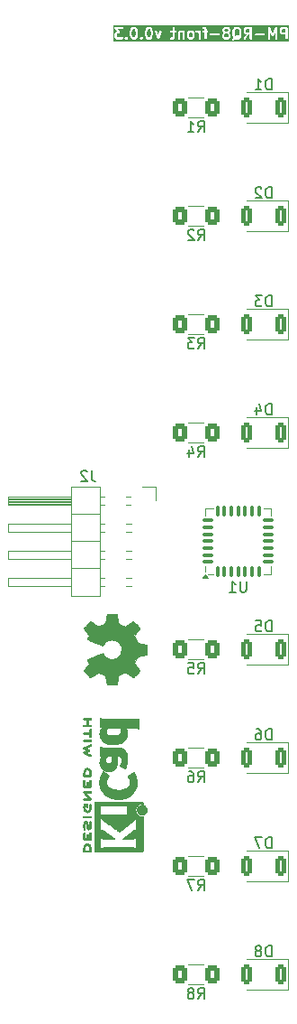
<source format=gbr>
%TF.GenerationSoftware,KiCad,Pcbnew,8.0.4-8.0.4-0~ubuntu22.04.1*%
%TF.CreationDate,2024-08-10T22:35:36+03:00*%
%TF.ProjectId,PM-RQ8-front,504d2d52-5138-42d6-9672-6f6e742e6b69,rev?*%
%TF.SameCoordinates,Original*%
%TF.FileFunction,Legend,Bot*%
%TF.FilePolarity,Positive*%
%FSLAX46Y46*%
G04 Gerber Fmt 4.6, Leading zero omitted, Abs format (unit mm)*
G04 Created by KiCad (PCBNEW 8.0.4-8.0.4-0~ubuntu22.04.1) date 2024-08-10 22:35:36*
%MOMM*%
%LPD*%
G01*
G04 APERTURE LIST*
G04 Aperture macros list*
%AMRoundRect*
0 Rectangle with rounded corners*
0 $1 Rounding radius*
0 $2 $3 $4 $5 $6 $7 $8 $9 X,Y pos of 4 corners*
0 Add a 4 corners polygon primitive as box body*
4,1,4,$2,$3,$4,$5,$6,$7,$8,$9,$2,$3,0*
0 Add four circle primitives for the rounded corners*
1,1,$1+$1,$2,$3*
1,1,$1+$1,$4,$5*
1,1,$1+$1,$6,$7*
1,1,$1+$1,$8,$9*
0 Add four rect primitives between the rounded corners*
20,1,$1+$1,$2,$3,$4,$5,0*
20,1,$1+$1,$4,$5,$6,$7,0*
20,1,$1+$1,$6,$7,$8,$9,0*
20,1,$1+$1,$8,$9,$2,$3,0*%
G04 Aperture macros list end*
%ADD10C,0.200000*%
%ADD11C,0.150000*%
%ADD12C,0.120000*%
%ADD13C,0.010000*%
%ADD14RoundRect,0.250000X-0.400000X-0.625000X0.400000X-0.625000X0.400000X0.625000X-0.400000X0.625000X0*%
%ADD15O,1.700000X1.700000*%
%ADD16RoundRect,0.190000X0.285000X0.710000X-0.285000X0.710000X-0.285000X-0.710000X0.285000X-0.710000X0*%
%ADD17RoundRect,0.075000X-0.437500X-0.075000X0.437500X-0.075000X0.437500X0.075000X-0.437500X0.075000X0*%
%ADD18RoundRect,0.075000X-0.075000X-0.437500X0.075000X-0.437500X0.075000X0.437500X-0.075000X0.437500X0*%
%ADD19R,4.250000X4.250000*%
%ADD20R,1.700000X1.700000*%
G04 APERTURE END LIST*
D10*
G36*
X75104901Y-53077413D02*
G01*
X75045291Y-53107219D01*
X74976985Y-53107219D01*
X74985276Y-53098927D01*
X75044886Y-53069123D01*
X75113192Y-53069123D01*
X75104901Y-53077413D01*
G37*
G36*
X75104899Y-52337023D02*
G01*
X75169078Y-52401202D01*
X75206993Y-52552861D01*
X75206993Y-52861575D01*
X75195129Y-52909031D01*
X75172074Y-52885976D01*
X75136026Y-52871044D01*
X75116517Y-52869123D01*
X75021279Y-52869123D01*
X75001770Y-52871044D01*
X74998449Y-52872419D01*
X74994866Y-52872674D01*
X74976557Y-52879680D01*
X74881320Y-52927299D01*
X74872923Y-52932584D01*
X74870483Y-52933595D01*
X74867737Y-52935848D01*
X74864729Y-52937742D01*
X74862996Y-52939739D01*
X74855330Y-52946032D01*
X74783184Y-53018178D01*
X74778242Y-53013236D01*
X74740327Y-52861575D01*
X74740327Y-52552862D01*
X74778242Y-52401202D01*
X74842421Y-52337023D01*
X74902029Y-52307219D01*
X75045291Y-52307219D01*
X75104899Y-52337023D01*
G37*
G36*
X65342994Y-52337024D02*
G01*
X65367663Y-52361692D01*
X65403116Y-52432599D01*
X65445087Y-52600480D01*
X65445087Y-52813956D01*
X65403116Y-52981837D01*
X65367663Y-53052743D01*
X65342994Y-53077413D01*
X65283385Y-53107219D01*
X65235361Y-53107219D01*
X65175751Y-53077414D01*
X65151084Y-53052746D01*
X65115629Y-52981837D01*
X65073659Y-52813956D01*
X65073659Y-52600481D01*
X65115629Y-52432599D01*
X65151083Y-52361692D01*
X65175751Y-52337023D01*
X65235361Y-52307219D01*
X65283385Y-52307219D01*
X65342994Y-52337024D01*
G37*
G36*
X66771565Y-52337024D02*
G01*
X66796234Y-52361692D01*
X66831687Y-52432599D01*
X66873658Y-52600480D01*
X66873658Y-52813956D01*
X66831687Y-52981837D01*
X66796234Y-53052743D01*
X66771565Y-53077413D01*
X66711956Y-53107219D01*
X66663932Y-53107219D01*
X66604322Y-53077414D01*
X66579655Y-53052746D01*
X66544200Y-52981837D01*
X66502230Y-52813956D01*
X66502230Y-52600481D01*
X66544200Y-52432599D01*
X66579654Y-52361692D01*
X66604322Y-52337023D01*
X66663932Y-52307219D01*
X66711956Y-52307219D01*
X66771565Y-52337024D01*
G37*
G36*
X70723947Y-52670357D02*
G01*
X70748616Y-52695025D01*
X70778421Y-52754635D01*
X70778421Y-52993135D01*
X70748616Y-53052743D01*
X70723947Y-53077413D01*
X70664338Y-53107219D01*
X70568695Y-53107219D01*
X70509085Y-53077414D01*
X70484418Y-53052746D01*
X70454612Y-52993134D01*
X70454612Y-52754635D01*
X70484417Y-52695025D01*
X70509085Y-52670356D01*
X70568695Y-52640552D01*
X70664338Y-52640552D01*
X70723947Y-52670357D01*
G37*
G36*
X74104900Y-52765595D02*
G01*
X74129569Y-52790263D01*
X74159374Y-52849873D01*
X74159374Y-52993135D01*
X74129569Y-53052743D01*
X74104900Y-53077413D01*
X74045291Y-53107219D01*
X73902029Y-53107219D01*
X73842419Y-53077414D01*
X73817752Y-53052746D01*
X73787946Y-52993134D01*
X73787946Y-52849873D01*
X73817751Y-52790263D01*
X73842419Y-52765594D01*
X73902029Y-52735790D01*
X74045291Y-52735790D01*
X74104900Y-52765595D01*
G37*
G36*
X74104900Y-52337024D02*
G01*
X74129569Y-52361692D01*
X74159374Y-52421302D01*
X74159374Y-52421707D01*
X74129569Y-52481316D01*
X74104900Y-52505984D01*
X74045291Y-52535790D01*
X73902029Y-52535790D01*
X73842419Y-52505985D01*
X73817751Y-52481316D01*
X73787946Y-52421706D01*
X73787946Y-52421302D01*
X73817751Y-52361692D01*
X73842419Y-52337023D01*
X73902029Y-52307219D01*
X74045291Y-52307219D01*
X74104900Y-52337024D01*
G37*
G36*
X76159374Y-52631028D02*
G01*
X75902029Y-52631028D01*
X75842419Y-52601223D01*
X75817751Y-52576554D01*
X75787946Y-52516944D01*
X75787946Y-52421302D01*
X75817751Y-52361692D01*
X75842419Y-52337023D01*
X75902029Y-52307219D01*
X76159374Y-52307219D01*
X76159374Y-52631028D01*
G37*
G36*
X79540326Y-52631028D02*
G01*
X79282981Y-52631028D01*
X79223371Y-52601223D01*
X79198703Y-52576554D01*
X79168898Y-52516944D01*
X79168898Y-52421302D01*
X79198703Y-52361692D01*
X79223371Y-52337023D01*
X79282981Y-52307219D01*
X79540326Y-52307219D01*
X79540326Y-52631028D01*
G37*
G36*
X79851437Y-53512783D02*
G01*
X63333977Y-53512783D01*
X63333977Y-52778647D01*
X63445088Y-52778647D01*
X63445088Y-53016742D01*
X63447009Y-53036251D01*
X63448384Y-53039571D01*
X63448639Y-53043155D01*
X63455645Y-53061463D01*
X63503264Y-53156701D01*
X63508547Y-53165093D01*
X63509559Y-53167537D01*
X63511815Y-53170286D01*
X63513707Y-53173291D01*
X63515701Y-53175020D01*
X63521996Y-53182690D01*
X63569614Y-53230310D01*
X63577282Y-53236603D01*
X63579014Y-53238600D01*
X63582022Y-53240493D01*
X63584768Y-53242747D01*
X63587208Y-53243757D01*
X63595605Y-53249043D01*
X63690842Y-53296662D01*
X63709151Y-53303668D01*
X63712734Y-53303922D01*
X63716055Y-53305298D01*
X63735564Y-53307219D01*
X64021278Y-53307219D01*
X64040787Y-53305298D01*
X64044107Y-53303922D01*
X64047691Y-53303668D01*
X64065999Y-53296662D01*
X64161237Y-53249043D01*
X64169632Y-53243758D01*
X64172074Y-53242747D01*
X64174821Y-53240491D01*
X64177827Y-53238600D01*
X64179557Y-53236605D01*
X64187227Y-53230310D01*
X64234846Y-53182690D01*
X64247283Y-53167537D01*
X64258651Y-53140091D01*
X64399389Y-53140091D01*
X64399389Y-53179109D01*
X64404979Y-53192604D01*
X64414321Y-53215158D01*
X64414325Y-53215162D01*
X64426757Y-53230311D01*
X64474376Y-53277929D01*
X64489529Y-53290366D01*
X64495942Y-53293022D01*
X64525578Y-53305298D01*
X64564596Y-53305298D01*
X64600644Y-53290366D01*
X64615798Y-53277930D01*
X64663416Y-53230311D01*
X64675853Y-53215158D01*
X64682605Y-53198856D01*
X64690784Y-53179110D01*
X64690785Y-53140092D01*
X64675854Y-53104043D01*
X64663417Y-53088890D01*
X64615798Y-53041270D01*
X64600645Y-53028833D01*
X64590619Y-53024680D01*
X64576017Y-53018632D01*
X64564596Y-53013901D01*
X64525578Y-53013901D01*
X64515020Y-53018274D01*
X64489530Y-53028832D01*
X64489529Y-53028833D01*
X64474375Y-53041270D01*
X64426757Y-53088890D01*
X64414320Y-53104043D01*
X64404307Y-53128219D01*
X64399389Y-53140091D01*
X64258651Y-53140091D01*
X64262214Y-53131488D01*
X64262213Y-53092470D01*
X64247282Y-53056422D01*
X64219691Y-53028832D01*
X64183643Y-53013901D01*
X64144625Y-53013902D01*
X64108577Y-53028833D01*
X64093423Y-53041270D01*
X64057280Y-53077413D01*
X63997671Y-53107219D01*
X63759171Y-53107219D01*
X63699561Y-53077414D01*
X63674894Y-53052746D01*
X63645088Y-52993134D01*
X63645088Y-52802254D01*
X63674893Y-52742644D01*
X63699561Y-52717975D01*
X63759171Y-52688171D01*
X63878421Y-52688171D01*
X63888738Y-52687155D01*
X63891363Y-52687330D01*
X63893170Y-52686718D01*
X63897930Y-52686250D01*
X63912933Y-52680035D01*
X63928325Y-52674830D01*
X63930864Y-52672607D01*
X63933978Y-52671318D01*
X63945455Y-52659840D01*
X63957689Y-52649136D01*
X63959184Y-52646111D01*
X63961568Y-52643728D01*
X63967782Y-52628726D01*
X63974985Y-52614161D01*
X63975209Y-52610795D01*
X63976500Y-52607680D01*
X63976500Y-52591431D01*
X63976717Y-52588171D01*
X64873659Y-52588171D01*
X64873659Y-52826266D01*
X64873994Y-52829668D01*
X64873777Y-52831127D01*
X64874856Y-52838424D01*
X64875580Y-52845775D01*
X64876144Y-52847138D01*
X64876645Y-52850520D01*
X64924264Y-53040995D01*
X64924777Y-53042432D01*
X64924829Y-53043155D01*
X64927937Y-53051279D01*
X64930859Y-53059456D01*
X64931289Y-53060036D01*
X64931835Y-53061463D01*
X64979454Y-53156701D01*
X64984737Y-53165093D01*
X64985749Y-53167537D01*
X64988005Y-53170286D01*
X64989897Y-53173291D01*
X64991891Y-53175020D01*
X64998186Y-53182690D01*
X65045804Y-53230310D01*
X65053472Y-53236603D01*
X65055204Y-53238600D01*
X65058212Y-53240493D01*
X65060958Y-53242747D01*
X65063398Y-53243757D01*
X65071795Y-53249043D01*
X65167032Y-53296662D01*
X65185341Y-53303668D01*
X65188924Y-53303922D01*
X65192245Y-53305298D01*
X65211754Y-53307219D01*
X65306992Y-53307219D01*
X65326501Y-53305298D01*
X65329821Y-53303922D01*
X65333405Y-53303668D01*
X65351713Y-53296662D01*
X65446951Y-53249043D01*
X65455346Y-53243758D01*
X65457788Y-53242747D01*
X65460535Y-53240491D01*
X65463541Y-53238600D01*
X65465271Y-53236605D01*
X65472941Y-53230310D01*
X65520560Y-53182690D01*
X65526852Y-53175023D01*
X65528849Y-53173292D01*
X65530742Y-53170284D01*
X65532997Y-53167537D01*
X65534008Y-53165095D01*
X65539292Y-53156701D01*
X65547597Y-53140091D01*
X65827960Y-53140091D01*
X65827960Y-53179109D01*
X65833550Y-53192604D01*
X65842892Y-53215158D01*
X65842896Y-53215162D01*
X65855328Y-53230311D01*
X65902947Y-53277929D01*
X65918100Y-53290366D01*
X65924513Y-53293022D01*
X65954149Y-53305298D01*
X65993167Y-53305298D01*
X66029215Y-53290366D01*
X66044369Y-53277930D01*
X66091987Y-53230311D01*
X66104424Y-53215158D01*
X66111176Y-53198856D01*
X66119355Y-53179110D01*
X66119356Y-53140092D01*
X66104425Y-53104043D01*
X66091988Y-53088890D01*
X66044369Y-53041270D01*
X66029216Y-53028833D01*
X66019190Y-53024680D01*
X66004588Y-53018632D01*
X65993167Y-53013901D01*
X65954149Y-53013901D01*
X65943591Y-53018274D01*
X65918101Y-53028832D01*
X65918100Y-53028833D01*
X65902946Y-53041270D01*
X65855328Y-53088890D01*
X65842891Y-53104043D01*
X65832878Y-53128219D01*
X65827960Y-53140091D01*
X65547597Y-53140091D01*
X65586911Y-53061464D01*
X65587457Y-53060035D01*
X65587887Y-53059456D01*
X65590808Y-53051279D01*
X65593917Y-53043155D01*
X65593968Y-53042434D01*
X65594482Y-53040996D01*
X65642101Y-52850520D01*
X65642601Y-52847138D01*
X65643166Y-52845775D01*
X65643889Y-52838424D01*
X65644969Y-52831127D01*
X65644751Y-52829668D01*
X65645087Y-52826266D01*
X65645087Y-52588171D01*
X66302230Y-52588171D01*
X66302230Y-52826266D01*
X66302565Y-52829668D01*
X66302348Y-52831127D01*
X66303427Y-52838424D01*
X66304151Y-52845775D01*
X66304715Y-52847138D01*
X66305216Y-52850520D01*
X66352835Y-53040995D01*
X66353348Y-53042432D01*
X66353400Y-53043155D01*
X66356508Y-53051279D01*
X66359430Y-53059456D01*
X66359860Y-53060036D01*
X66360406Y-53061463D01*
X66408025Y-53156701D01*
X66413308Y-53165093D01*
X66414320Y-53167537D01*
X66416576Y-53170286D01*
X66418468Y-53173291D01*
X66420462Y-53175020D01*
X66426757Y-53182690D01*
X66474375Y-53230310D01*
X66482043Y-53236603D01*
X66483775Y-53238600D01*
X66486783Y-53240493D01*
X66489529Y-53242747D01*
X66491969Y-53243757D01*
X66500366Y-53249043D01*
X66595603Y-53296662D01*
X66613912Y-53303668D01*
X66617495Y-53303922D01*
X66620816Y-53305298D01*
X66640325Y-53307219D01*
X66735563Y-53307219D01*
X66755072Y-53305298D01*
X66758392Y-53303922D01*
X66761976Y-53303668D01*
X66780284Y-53296662D01*
X66875522Y-53249043D01*
X66883917Y-53243758D01*
X66886359Y-53242747D01*
X66889106Y-53240491D01*
X66892112Y-53238600D01*
X66893842Y-53236605D01*
X66901512Y-53230310D01*
X66949131Y-53182690D01*
X66955423Y-53175023D01*
X66957420Y-53173292D01*
X66959313Y-53170284D01*
X66961568Y-53167537D01*
X66962579Y-53165095D01*
X66967863Y-53156701D01*
X67015482Y-53061464D01*
X67016028Y-53060035D01*
X67016458Y-53059456D01*
X67019379Y-53051279D01*
X67022488Y-53043155D01*
X67022539Y-53042434D01*
X67023053Y-53040996D01*
X67070672Y-52850520D01*
X67071172Y-52847138D01*
X67071737Y-52845775D01*
X67072460Y-52838424D01*
X67073540Y-52831127D01*
X67073322Y-52829668D01*
X67073658Y-52826266D01*
X67073658Y-52588171D01*
X67073322Y-52584768D01*
X67073540Y-52583310D01*
X67072460Y-52576012D01*
X67071737Y-52568662D01*
X67071172Y-52567298D01*
X67070672Y-52563917D01*
X67068484Y-52555167D01*
X67208065Y-52555167D01*
X67212818Y-52574186D01*
X67450913Y-53240852D01*
X67459283Y-53258579D01*
X67462653Y-53262301D01*
X67464801Y-53266836D01*
X67475652Y-53276659D01*
X67485470Y-53287504D01*
X67490002Y-53289651D01*
X67493727Y-53293023D01*
X67507517Y-53297947D01*
X67520732Y-53304208D01*
X67525742Y-53304457D01*
X67530472Y-53306146D01*
X67545093Y-53305418D01*
X67559702Y-53306145D01*
X67564427Y-53304457D01*
X67569442Y-53304208D01*
X67582668Y-53297942D01*
X67596447Y-53293022D01*
X67600167Y-53289653D01*
X67604704Y-53287505D01*
X67614526Y-53276654D01*
X67625373Y-53266836D01*
X67627520Y-53262301D01*
X67630891Y-53258579D01*
X67639261Y-53240853D01*
X67877356Y-52574186D01*
X67882109Y-52555167D01*
X67880412Y-52521043D01*
X68685104Y-52521043D01*
X68685104Y-52560061D01*
X68700036Y-52596109D01*
X68727626Y-52623699D01*
X68763674Y-52638631D01*
X68783183Y-52640552D01*
X68921278Y-52640552D01*
X68921278Y-53040754D01*
X68899123Y-53085063D01*
X68854814Y-53107219D01*
X68783183Y-53107219D01*
X68763674Y-53109140D01*
X68727626Y-53124072D01*
X68700036Y-53151662D01*
X68685104Y-53187710D01*
X68685104Y-53226728D01*
X68700036Y-53262776D01*
X68727626Y-53290366D01*
X68763674Y-53305298D01*
X68783183Y-53307219D01*
X68878421Y-53307219D01*
X68897930Y-53305298D01*
X68901250Y-53303922D01*
X68904834Y-53303668D01*
X68923142Y-53296662D01*
X69018380Y-53249043D01*
X69021642Y-53246989D01*
X69023182Y-53246476D01*
X69025098Y-53244813D01*
X69034970Y-53238600D01*
X69043185Y-53229126D01*
X69052659Y-53220911D01*
X69058872Y-53211039D01*
X69060535Y-53209123D01*
X69061047Y-53207584D01*
X69063102Y-53204321D01*
X69110721Y-53109082D01*
X69117727Y-53090774D01*
X69117981Y-53087190D01*
X69119357Y-53083870D01*
X69121278Y-53064361D01*
X69121278Y-52683409D01*
X69397469Y-52683409D01*
X69397469Y-53207219D01*
X69399390Y-53226728D01*
X69414322Y-53262776D01*
X69441912Y-53290366D01*
X69477960Y-53305298D01*
X69516978Y-53305298D01*
X69553026Y-53290366D01*
X69580616Y-53262776D01*
X69595548Y-53226728D01*
X69597469Y-53207219D01*
X69597469Y-52707016D01*
X69619624Y-52662706D01*
X69663933Y-52640552D01*
X69759576Y-52640552D01*
X69819185Y-52670357D01*
X69826040Y-52677211D01*
X69826040Y-53207219D01*
X69827961Y-53226728D01*
X69842893Y-53262776D01*
X69870483Y-53290366D01*
X69906531Y-53305298D01*
X69945549Y-53305298D01*
X69981597Y-53290366D01*
X70009187Y-53262776D01*
X70024119Y-53226728D01*
X70026040Y-53207219D01*
X70026040Y-52731028D01*
X70254612Y-52731028D01*
X70254612Y-53016742D01*
X70256533Y-53036251D01*
X70257908Y-53039571D01*
X70258163Y-53043155D01*
X70265169Y-53061463D01*
X70312788Y-53156701D01*
X70318071Y-53165093D01*
X70319083Y-53167537D01*
X70321339Y-53170286D01*
X70323231Y-53173291D01*
X70325225Y-53175020D01*
X70331520Y-53182690D01*
X70379138Y-53230310D01*
X70386806Y-53236603D01*
X70388538Y-53238600D01*
X70391546Y-53240493D01*
X70394292Y-53242747D01*
X70396732Y-53243757D01*
X70405129Y-53249043D01*
X70500366Y-53296662D01*
X70518675Y-53303668D01*
X70522258Y-53303922D01*
X70525579Y-53305298D01*
X70545088Y-53307219D01*
X70687945Y-53307219D01*
X70707454Y-53305298D01*
X70710774Y-53303922D01*
X70714358Y-53303668D01*
X70732666Y-53296662D01*
X70827904Y-53249043D01*
X70836299Y-53243758D01*
X70838741Y-53242747D01*
X70841488Y-53240491D01*
X70844494Y-53238600D01*
X70846224Y-53236605D01*
X70853894Y-53230310D01*
X70901513Y-53182690D01*
X70907805Y-53175023D01*
X70909802Y-53173292D01*
X70911695Y-53170284D01*
X70913950Y-53167537D01*
X70914961Y-53165095D01*
X70920245Y-53156701D01*
X70967864Y-53061464D01*
X70974870Y-53043155D01*
X70975124Y-53039571D01*
X70976500Y-53036251D01*
X70978421Y-53016742D01*
X70978421Y-52731028D01*
X70976500Y-52711519D01*
X70975124Y-52708198D01*
X70974870Y-52704615D01*
X70967864Y-52686306D01*
X70920245Y-52591069D01*
X70914959Y-52582672D01*
X70913949Y-52580232D01*
X70911695Y-52577486D01*
X70909802Y-52574478D01*
X70907804Y-52572745D01*
X70901512Y-52565079D01*
X70857477Y-52521043D01*
X71066057Y-52521043D01*
X71066057Y-52560061D01*
X71080989Y-52596109D01*
X71108579Y-52623699D01*
X71144627Y-52638631D01*
X71164136Y-52640552D01*
X71235767Y-52640552D01*
X71295376Y-52670357D01*
X71320045Y-52695025D01*
X71349850Y-52754635D01*
X71349850Y-53207219D01*
X71351771Y-53226728D01*
X71366703Y-53262776D01*
X71394293Y-53290366D01*
X71430341Y-53305298D01*
X71469359Y-53305298D01*
X71505407Y-53290366D01*
X71532997Y-53262776D01*
X71547929Y-53226728D01*
X71549850Y-53207219D01*
X71549850Y-52540552D01*
X71547929Y-52521043D01*
X71532997Y-52484995D01*
X71505407Y-52457405D01*
X71469359Y-52442473D01*
X71430341Y-52442473D01*
X71394293Y-52457405D01*
X71368424Y-52483273D01*
X71304095Y-52451109D01*
X71285787Y-52444103D01*
X71282203Y-52443848D01*
X71278883Y-52442473D01*
X71259374Y-52440552D01*
X71164136Y-52440552D01*
X71144627Y-52442473D01*
X71108579Y-52457405D01*
X71080989Y-52484995D01*
X71066057Y-52521043D01*
X70857477Y-52521043D01*
X70853894Y-52517460D01*
X70846223Y-52511165D01*
X70844494Y-52509171D01*
X70841486Y-52507277D01*
X70838740Y-52505024D01*
X70836300Y-52504013D01*
X70827904Y-52498728D01*
X70732666Y-52451109D01*
X70714358Y-52444103D01*
X70710774Y-52443848D01*
X70707454Y-52442473D01*
X70687945Y-52440552D01*
X70545088Y-52440552D01*
X70525579Y-52442473D01*
X70522258Y-52443848D01*
X70518675Y-52444103D01*
X70500366Y-52451109D01*
X70405129Y-52498728D01*
X70396732Y-52504013D01*
X70394292Y-52505024D01*
X70391546Y-52507277D01*
X70388538Y-52509171D01*
X70386805Y-52511168D01*
X70379139Y-52517461D01*
X70331520Y-52565079D01*
X70325225Y-52572749D01*
X70323231Y-52574479D01*
X70321337Y-52577486D01*
X70319084Y-52580233D01*
X70318073Y-52582672D01*
X70312788Y-52591069D01*
X70265169Y-52686307D01*
X70258163Y-52704615D01*
X70257908Y-52708198D01*
X70256533Y-52711519D01*
X70254612Y-52731028D01*
X70026040Y-52731028D01*
X70026040Y-52540552D01*
X70024119Y-52521043D01*
X70009187Y-52484995D01*
X69981597Y-52457405D01*
X69945549Y-52442473D01*
X69906531Y-52442473D01*
X69870483Y-52457405D01*
X69860487Y-52467400D01*
X69827904Y-52451109D01*
X69809596Y-52444103D01*
X69806012Y-52443848D01*
X69802692Y-52442473D01*
X69783183Y-52440552D01*
X69640326Y-52440552D01*
X69620817Y-52442473D01*
X69617496Y-52443848D01*
X69613913Y-52444103D01*
X69595604Y-52451109D01*
X69500367Y-52498728D01*
X69497103Y-52500782D01*
X69495565Y-52501295D01*
X69493649Y-52502956D01*
X69483776Y-52509171D01*
X69475558Y-52518646D01*
X69466088Y-52526860D01*
X69459874Y-52536731D01*
X69458212Y-52538648D01*
X69457698Y-52540186D01*
X69455645Y-52543450D01*
X69408026Y-52638688D01*
X69401020Y-52656996D01*
X69400765Y-52660579D01*
X69399390Y-52663900D01*
X69397469Y-52683409D01*
X69121278Y-52683409D01*
X69121278Y-52640552D01*
X69164135Y-52640552D01*
X69183644Y-52638631D01*
X69219692Y-52623699D01*
X69247282Y-52596109D01*
X69262214Y-52560061D01*
X69262214Y-52521043D01*
X69247282Y-52484995D01*
X69219692Y-52457405D01*
X69183644Y-52442473D01*
X69164135Y-52440552D01*
X69121278Y-52440552D01*
X69121278Y-52207219D01*
X69119357Y-52187710D01*
X71685105Y-52187710D01*
X71685105Y-52226728D01*
X71700037Y-52262776D01*
X71727627Y-52290366D01*
X71763675Y-52305298D01*
X71783184Y-52307219D01*
X71854815Y-52307219D01*
X71899124Y-52329374D01*
X71921279Y-52373683D01*
X71921279Y-52440552D01*
X71783184Y-52440552D01*
X71763675Y-52442473D01*
X71727627Y-52457405D01*
X71700037Y-52484995D01*
X71685105Y-52521043D01*
X71685105Y-52560061D01*
X71700037Y-52596109D01*
X71727627Y-52623699D01*
X71763675Y-52638631D01*
X71783184Y-52640552D01*
X71921279Y-52640552D01*
X71921279Y-53207219D01*
X71923200Y-53226728D01*
X71938132Y-53262776D01*
X71965722Y-53290366D01*
X72001770Y-53305298D01*
X72040788Y-53305298D01*
X72076836Y-53290366D01*
X72104426Y-53262776D01*
X72119358Y-53226728D01*
X72121279Y-53207219D01*
X72121279Y-52806757D01*
X72399391Y-52806757D01*
X72399391Y-52845775D01*
X72414323Y-52881823D01*
X72441913Y-52909413D01*
X72477961Y-52924345D01*
X72497470Y-52926266D01*
X73259374Y-52926266D01*
X73278883Y-52924345D01*
X73314931Y-52909413D01*
X73342521Y-52881823D01*
X73357453Y-52845775D01*
X73357453Y-52806757D01*
X73342521Y-52770709D01*
X73314931Y-52743119D01*
X73278883Y-52728187D01*
X73259374Y-52726266D01*
X72497470Y-52726266D01*
X72477961Y-52728187D01*
X72441913Y-52743119D01*
X72414323Y-52770709D01*
X72399391Y-52806757D01*
X72121279Y-52806757D01*
X72121279Y-52640552D01*
X72164136Y-52640552D01*
X72183645Y-52638631D01*
X72219693Y-52623699D01*
X72247283Y-52596109D01*
X72262215Y-52560061D01*
X72262215Y-52521043D01*
X72247283Y-52484995D01*
X72219693Y-52457405D01*
X72183645Y-52442473D01*
X72164136Y-52440552D01*
X72121279Y-52440552D01*
X72121279Y-52397695D01*
X73587946Y-52397695D01*
X73587946Y-52445314D01*
X73589867Y-52464823D01*
X73591242Y-52468143D01*
X73591497Y-52471727D01*
X73598503Y-52490035D01*
X73646122Y-52585273D01*
X73651407Y-52593669D01*
X73652418Y-52596109D01*
X73654671Y-52598855D01*
X73656565Y-52601863D01*
X73658559Y-52603592D01*
X73664854Y-52611263D01*
X73689381Y-52635790D01*
X73664854Y-52660317D01*
X73658559Y-52667987D01*
X73656565Y-52669717D01*
X73654671Y-52672724D01*
X73652418Y-52675471D01*
X73651407Y-52677910D01*
X73646122Y-52686307D01*
X73598503Y-52781545D01*
X73591497Y-52799853D01*
X73591242Y-52803436D01*
X73589867Y-52806757D01*
X73587946Y-52826266D01*
X73587946Y-53016742D01*
X73589867Y-53036251D01*
X73591242Y-53039571D01*
X73591497Y-53043155D01*
X73598503Y-53061463D01*
X73646122Y-53156701D01*
X73651405Y-53165093D01*
X73652417Y-53167537D01*
X73654673Y-53170286D01*
X73656565Y-53173291D01*
X73658559Y-53175020D01*
X73664854Y-53182690D01*
X73712472Y-53230310D01*
X73720140Y-53236603D01*
X73721872Y-53238600D01*
X73724880Y-53240493D01*
X73727626Y-53242747D01*
X73730066Y-53243757D01*
X73738463Y-53249043D01*
X73833700Y-53296662D01*
X73852009Y-53303668D01*
X73855592Y-53303922D01*
X73858913Y-53305298D01*
X73878422Y-53307219D01*
X74068898Y-53307219D01*
X74088407Y-53305298D01*
X74091727Y-53303922D01*
X74095311Y-53303668D01*
X74113619Y-53296662D01*
X74127043Y-53289950D01*
X74493493Y-53289950D01*
X74496259Y-53328870D01*
X74513708Y-53363769D01*
X74543185Y-53389333D01*
X74580201Y-53401672D01*
X74619121Y-53398906D01*
X74637429Y-53391900D01*
X74732667Y-53344281D01*
X74741063Y-53338995D01*
X74743503Y-53337985D01*
X74746249Y-53335731D01*
X74749257Y-53333838D01*
X74750986Y-53331843D01*
X74758657Y-53325549D01*
X74802929Y-53281276D01*
X74833700Y-53296662D01*
X74852009Y-53303668D01*
X74855592Y-53303922D01*
X74858913Y-53305298D01*
X74878422Y-53307219D01*
X75068898Y-53307219D01*
X75088407Y-53305298D01*
X75091727Y-53303922D01*
X75095311Y-53303668D01*
X75113619Y-53296662D01*
X75208857Y-53249043D01*
X75217252Y-53243758D01*
X75219694Y-53242747D01*
X75222441Y-53240491D01*
X75225447Y-53238600D01*
X75227177Y-53236605D01*
X75234847Y-53230310D01*
X75330085Y-53135071D01*
X75342522Y-53119918D01*
X75345367Y-53113047D01*
X75349793Y-53107075D01*
X75356388Y-53088615D01*
X75404007Y-52898139D01*
X75404507Y-52894757D01*
X75405072Y-52893394D01*
X75405795Y-52886043D01*
X75406875Y-52878746D01*
X75406657Y-52877287D01*
X75406993Y-52873885D01*
X75406993Y-52540552D01*
X75406657Y-52537149D01*
X75406875Y-52535691D01*
X75405795Y-52528393D01*
X75405072Y-52521043D01*
X75404507Y-52519679D01*
X75404007Y-52516298D01*
X75374356Y-52397695D01*
X75587946Y-52397695D01*
X75587946Y-52540552D01*
X75589867Y-52560061D01*
X75591242Y-52563381D01*
X75591497Y-52566965D01*
X75598503Y-52585273D01*
X75646122Y-52680511D01*
X75651407Y-52688907D01*
X75652418Y-52691347D01*
X75654671Y-52694093D01*
X75656565Y-52697101D01*
X75658559Y-52698830D01*
X75664854Y-52706501D01*
X75712473Y-52754119D01*
X75720139Y-52760411D01*
X75721872Y-52762409D01*
X75724880Y-52764302D01*
X75727626Y-52766556D01*
X75730066Y-52767566D01*
X75738463Y-52772852D01*
X75833700Y-52820471D01*
X75835990Y-52821347D01*
X75606023Y-53149873D01*
X75596409Y-53166957D01*
X75587969Y-53205051D01*
X75594750Y-53243476D01*
X75615719Y-53276381D01*
X75647684Y-53298756D01*
X75685778Y-53307196D01*
X75724203Y-53300415D01*
X75757108Y-53279446D01*
X75769869Y-53264565D01*
X76073344Y-52831028D01*
X76159374Y-52831028D01*
X76159374Y-53207219D01*
X76161295Y-53226728D01*
X76176227Y-53262776D01*
X76203817Y-53290366D01*
X76239865Y-53305298D01*
X76278883Y-53305298D01*
X76314931Y-53290366D01*
X76342521Y-53262776D01*
X76357453Y-53226728D01*
X76359374Y-53207219D01*
X76359374Y-52806757D01*
X76637486Y-52806757D01*
X76637486Y-52845775D01*
X76652418Y-52881823D01*
X76680008Y-52909413D01*
X76716056Y-52924345D01*
X76735565Y-52926266D01*
X77497469Y-52926266D01*
X77516978Y-52924345D01*
X77553026Y-52909413D01*
X77580616Y-52881823D01*
X77595548Y-52845775D01*
X77595548Y-52806757D01*
X77580616Y-52770709D01*
X77553026Y-52743119D01*
X77516978Y-52728187D01*
X77497469Y-52726266D01*
X76735565Y-52726266D01*
X76716056Y-52728187D01*
X76680008Y-52743119D01*
X76652418Y-52770709D01*
X76637486Y-52806757D01*
X76359374Y-52806757D01*
X76359374Y-52207219D01*
X77873660Y-52207219D01*
X77873660Y-53207219D01*
X77875581Y-53226728D01*
X77890513Y-53262776D01*
X77918103Y-53290366D01*
X77954151Y-53305298D01*
X77993169Y-53305298D01*
X78029217Y-53290366D01*
X78056807Y-53262776D01*
X78071739Y-53226728D01*
X78073660Y-53207219D01*
X78073660Y-52657975D01*
X78216375Y-52963793D01*
X78220607Y-52970938D01*
X78221487Y-52973356D01*
X78223052Y-52975065D01*
X78226366Y-52980659D01*
X78237576Y-52990925D01*
X78247838Y-53002131D01*
X78251863Y-53004009D01*
X78255141Y-53007011D01*
X78269423Y-53012204D01*
X78283196Y-53018632D01*
X78287635Y-53018827D01*
X78291810Y-53020345D01*
X78306993Y-53019677D01*
X78322176Y-53020345D01*
X78326349Y-53018827D01*
X78330791Y-53018632D01*
X78344575Y-53012199D01*
X78358845Y-53007010D01*
X78362118Y-53004012D01*
X78366148Y-53002132D01*
X78376417Y-52990917D01*
X78387620Y-52980659D01*
X78390931Y-52975068D01*
X78392500Y-52973356D01*
X78393380Y-52970934D01*
X78397611Y-52963793D01*
X78540326Y-52657974D01*
X78540326Y-53207219D01*
X78542247Y-53226728D01*
X78557179Y-53262776D01*
X78584769Y-53290366D01*
X78620817Y-53305298D01*
X78659835Y-53305298D01*
X78695883Y-53290366D01*
X78723473Y-53262776D01*
X78738405Y-53226728D01*
X78740326Y-53207219D01*
X78740326Y-52397695D01*
X78968898Y-52397695D01*
X78968898Y-52540552D01*
X78970819Y-52560061D01*
X78972194Y-52563381D01*
X78972449Y-52566965D01*
X78979455Y-52585273D01*
X79027074Y-52680511D01*
X79032359Y-52688907D01*
X79033370Y-52691347D01*
X79035623Y-52694093D01*
X79037517Y-52697101D01*
X79039511Y-52698830D01*
X79045806Y-52706501D01*
X79093425Y-52754119D01*
X79101091Y-52760411D01*
X79102824Y-52762409D01*
X79105832Y-52764302D01*
X79108578Y-52766556D01*
X79111018Y-52767566D01*
X79119415Y-52772852D01*
X79214652Y-52820471D01*
X79232961Y-52827477D01*
X79236544Y-52827731D01*
X79239865Y-52829107D01*
X79259374Y-52831028D01*
X79540326Y-52831028D01*
X79540326Y-53207219D01*
X79542247Y-53226728D01*
X79557179Y-53262776D01*
X79584769Y-53290366D01*
X79620817Y-53305298D01*
X79659835Y-53305298D01*
X79695883Y-53290366D01*
X79723473Y-53262776D01*
X79738405Y-53226728D01*
X79740326Y-53207219D01*
X79740326Y-52207219D01*
X79738405Y-52187710D01*
X79723473Y-52151662D01*
X79695883Y-52124072D01*
X79659835Y-52109140D01*
X79640326Y-52107219D01*
X79259374Y-52107219D01*
X79239865Y-52109140D01*
X79236544Y-52110515D01*
X79232961Y-52110770D01*
X79214652Y-52117776D01*
X79119415Y-52165395D01*
X79111018Y-52170680D01*
X79108578Y-52171691D01*
X79105832Y-52173944D01*
X79102824Y-52175838D01*
X79101091Y-52177835D01*
X79093425Y-52184128D01*
X79045806Y-52231746D01*
X79039511Y-52239416D01*
X79037517Y-52241146D01*
X79035623Y-52244153D01*
X79033370Y-52246900D01*
X79032359Y-52249339D01*
X79027074Y-52257736D01*
X78979455Y-52352974D01*
X78972449Y-52371282D01*
X78972194Y-52374865D01*
X78970819Y-52378186D01*
X78968898Y-52397695D01*
X78740326Y-52397695D01*
X78740326Y-52207219D01*
X78739063Y-52194395D01*
X78739167Y-52192036D01*
X78738706Y-52190768D01*
X78738405Y-52187710D01*
X78731764Y-52171679D01*
X78725833Y-52155367D01*
X78724326Y-52153721D01*
X78723473Y-52151662D01*
X78711211Y-52139400D01*
X78699481Y-52126591D01*
X78697457Y-52125646D01*
X78695883Y-52124072D01*
X78679867Y-52117437D01*
X78664124Y-52110091D01*
X78661894Y-52109993D01*
X78659835Y-52109140D01*
X78642483Y-52109140D01*
X78625143Y-52108378D01*
X78623047Y-52109140D01*
X78620817Y-52109140D01*
X78604786Y-52115780D01*
X78588474Y-52121712D01*
X78586828Y-52123218D01*
X78584769Y-52124072D01*
X78572501Y-52136339D01*
X78559699Y-52148064D01*
X78558132Y-52150708D01*
X78557179Y-52151662D01*
X78556275Y-52153843D01*
X78549708Y-52164930D01*
X78306992Y-52685033D01*
X78064278Y-52164930D01*
X78057710Y-52153843D01*
X78056807Y-52151662D01*
X78055853Y-52150708D01*
X78054287Y-52148064D01*
X78041490Y-52136345D01*
X78029217Y-52124072D01*
X78027155Y-52123218D01*
X78025512Y-52121713D01*
X78009210Y-52115784D01*
X77993169Y-52109140D01*
X77990938Y-52109140D01*
X77988843Y-52108378D01*
X77971503Y-52109140D01*
X77954151Y-52109140D01*
X77952091Y-52109993D01*
X77949863Y-52110091D01*
X77934132Y-52117432D01*
X77918103Y-52124072D01*
X77916526Y-52125648D01*
X77914505Y-52126592D01*
X77902786Y-52139388D01*
X77890513Y-52151662D01*
X77889659Y-52153723D01*
X77888154Y-52155367D01*
X77882225Y-52171668D01*
X77875581Y-52187710D01*
X77875279Y-52190768D01*
X77874819Y-52192036D01*
X77874922Y-52194395D01*
X77873660Y-52207219D01*
X76359374Y-52207219D01*
X76357453Y-52187710D01*
X76342521Y-52151662D01*
X76314931Y-52124072D01*
X76278883Y-52109140D01*
X76259374Y-52107219D01*
X75878422Y-52107219D01*
X75858913Y-52109140D01*
X75855592Y-52110515D01*
X75852009Y-52110770D01*
X75833700Y-52117776D01*
X75738463Y-52165395D01*
X75730066Y-52170680D01*
X75727626Y-52171691D01*
X75724880Y-52173944D01*
X75721872Y-52175838D01*
X75720139Y-52177835D01*
X75712473Y-52184128D01*
X75664854Y-52231746D01*
X75658559Y-52239416D01*
X75656565Y-52241146D01*
X75654671Y-52244153D01*
X75652418Y-52246900D01*
X75651407Y-52249339D01*
X75646122Y-52257736D01*
X75598503Y-52352974D01*
X75591497Y-52371282D01*
X75591242Y-52374865D01*
X75589867Y-52378186D01*
X75587946Y-52397695D01*
X75374356Y-52397695D01*
X75356388Y-52325822D01*
X75349793Y-52307362D01*
X75345366Y-52301387D01*
X75342521Y-52294519D01*
X75330085Y-52279365D01*
X75234847Y-52184127D01*
X75227176Y-52177832D01*
X75225447Y-52175838D01*
X75222439Y-52173944D01*
X75219693Y-52171691D01*
X75217253Y-52170680D01*
X75208857Y-52165395D01*
X75113619Y-52117776D01*
X75095311Y-52110770D01*
X75091727Y-52110515D01*
X75088407Y-52109140D01*
X75068898Y-52107219D01*
X74878422Y-52107219D01*
X74858913Y-52109140D01*
X74855592Y-52110515D01*
X74852009Y-52110770D01*
X74833700Y-52117776D01*
X74738463Y-52165395D01*
X74730064Y-52170681D01*
X74727627Y-52171691D01*
X74724883Y-52173942D01*
X74721872Y-52175838D01*
X74720139Y-52177835D01*
X74712473Y-52184127D01*
X74617235Y-52279365D01*
X74604799Y-52294519D01*
X74601953Y-52301387D01*
X74597527Y-52307362D01*
X74590932Y-52325823D01*
X74543313Y-52516298D01*
X74542812Y-52519679D01*
X74542248Y-52521043D01*
X74541524Y-52528393D01*
X74540445Y-52535691D01*
X74540662Y-52537149D01*
X74540327Y-52540552D01*
X74540327Y-52873885D01*
X74540662Y-52877287D01*
X74540445Y-52878746D01*
X74541524Y-52886043D01*
X74542248Y-52893394D01*
X74542812Y-52894757D01*
X74543313Y-52898139D01*
X74590932Y-53088614D01*
X74597527Y-53107075D01*
X74601952Y-53113047D01*
X74604798Y-53119918D01*
X74617235Y-53135071D01*
X74641762Y-53159599D01*
X74628709Y-53172652D01*
X74547987Y-53213014D01*
X74531396Y-53223457D01*
X74505832Y-53252934D01*
X74493493Y-53289950D01*
X74127043Y-53289950D01*
X74208857Y-53249043D01*
X74217252Y-53243758D01*
X74219694Y-53242747D01*
X74222441Y-53240491D01*
X74225447Y-53238600D01*
X74227177Y-53236605D01*
X74234847Y-53230310D01*
X74282466Y-53182690D01*
X74288758Y-53175023D01*
X74290755Y-53173292D01*
X74292648Y-53170284D01*
X74294903Y-53167537D01*
X74295914Y-53165095D01*
X74301198Y-53156701D01*
X74348817Y-53061464D01*
X74355823Y-53043155D01*
X74356077Y-53039571D01*
X74357453Y-53036251D01*
X74359374Y-53016742D01*
X74359374Y-52826266D01*
X74357453Y-52806757D01*
X74356077Y-52803436D01*
X74355823Y-52799853D01*
X74348817Y-52781544D01*
X74301198Y-52686307D01*
X74295912Y-52677910D01*
X74294902Y-52675470D01*
X74292648Y-52672724D01*
X74290755Y-52669716D01*
X74288757Y-52667983D01*
X74282465Y-52660317D01*
X74257938Y-52635790D01*
X74282465Y-52611263D01*
X74288757Y-52603596D01*
X74290755Y-52601864D01*
X74292648Y-52598855D01*
X74294902Y-52596110D01*
X74295912Y-52593669D01*
X74301198Y-52585273D01*
X74348817Y-52490036D01*
X74355823Y-52471727D01*
X74356077Y-52468143D01*
X74357453Y-52464823D01*
X74359374Y-52445314D01*
X74359374Y-52397695D01*
X74357453Y-52378186D01*
X74356077Y-52374865D01*
X74355823Y-52371282D01*
X74348817Y-52352973D01*
X74301198Y-52257736D01*
X74295912Y-52249339D01*
X74294902Y-52246899D01*
X74292648Y-52244153D01*
X74290755Y-52241145D01*
X74288757Y-52239412D01*
X74282465Y-52231746D01*
X74234847Y-52184127D01*
X74227176Y-52177832D01*
X74225447Y-52175838D01*
X74222439Y-52173944D01*
X74219693Y-52171691D01*
X74217253Y-52170680D01*
X74208857Y-52165395D01*
X74113619Y-52117776D01*
X74095311Y-52110770D01*
X74091727Y-52110515D01*
X74088407Y-52109140D01*
X74068898Y-52107219D01*
X73878422Y-52107219D01*
X73858913Y-52109140D01*
X73855592Y-52110515D01*
X73852009Y-52110770D01*
X73833700Y-52117776D01*
X73738463Y-52165395D01*
X73730066Y-52170680D01*
X73727626Y-52171691D01*
X73724880Y-52173944D01*
X73721872Y-52175838D01*
X73720139Y-52177835D01*
X73712473Y-52184128D01*
X73664854Y-52231746D01*
X73658559Y-52239416D01*
X73656565Y-52241146D01*
X73654671Y-52244153D01*
X73652418Y-52246900D01*
X73651407Y-52249339D01*
X73646122Y-52257736D01*
X73598503Y-52352974D01*
X73591497Y-52371282D01*
X73591242Y-52374865D01*
X73589867Y-52378186D01*
X73587946Y-52397695D01*
X72121279Y-52397695D01*
X72121279Y-52350076D01*
X72119358Y-52330567D01*
X72117982Y-52327246D01*
X72117728Y-52323663D01*
X72110722Y-52305354D01*
X72063103Y-52210117D01*
X72061048Y-52206853D01*
X72060536Y-52205315D01*
X72058874Y-52203399D01*
X72052660Y-52193526D01*
X72043184Y-52185308D01*
X72034971Y-52175838D01*
X72025099Y-52169624D01*
X72023183Y-52167962D01*
X72021644Y-52167448D01*
X72018381Y-52165395D01*
X71923143Y-52117776D01*
X71904835Y-52110770D01*
X71901251Y-52110515D01*
X71897931Y-52109140D01*
X71878422Y-52107219D01*
X71783184Y-52107219D01*
X71763675Y-52109140D01*
X71727627Y-52124072D01*
X71700037Y-52151662D01*
X71685105Y-52187710D01*
X69119357Y-52187710D01*
X69104425Y-52151662D01*
X69076835Y-52124072D01*
X69040787Y-52109140D01*
X69001769Y-52109140D01*
X68965721Y-52124072D01*
X68938131Y-52151662D01*
X68923199Y-52187710D01*
X68921278Y-52207219D01*
X68921278Y-52440552D01*
X68783183Y-52440552D01*
X68763674Y-52442473D01*
X68727626Y-52457405D01*
X68700036Y-52484995D01*
X68685104Y-52521043D01*
X67880412Y-52521043D01*
X67880171Y-52516197D01*
X67863468Y-52480935D01*
X67834542Y-52454749D01*
X67797797Y-52441626D01*
X67758827Y-52443563D01*
X67723565Y-52460267D01*
X67697378Y-52489192D01*
X67689008Y-52506919D01*
X67545087Y-52909897D01*
X67401166Y-52506918D01*
X67392796Y-52489192D01*
X67366609Y-52460266D01*
X67331347Y-52443563D01*
X67292377Y-52441625D01*
X67255632Y-52454748D01*
X67226706Y-52480935D01*
X67210003Y-52516197D01*
X67208065Y-52555167D01*
X67068484Y-52555167D01*
X67023053Y-52373441D01*
X67022539Y-52372002D01*
X67022488Y-52371282D01*
X67019379Y-52363157D01*
X67016458Y-52354981D01*
X67016028Y-52354401D01*
X67015482Y-52352973D01*
X66967863Y-52257736D01*
X66962577Y-52249339D01*
X66961567Y-52246899D01*
X66959313Y-52244153D01*
X66957420Y-52241145D01*
X66955422Y-52239412D01*
X66949130Y-52231746D01*
X66901512Y-52184127D01*
X66893841Y-52177832D01*
X66892112Y-52175838D01*
X66889104Y-52173944D01*
X66886358Y-52171691D01*
X66883918Y-52170680D01*
X66875522Y-52165395D01*
X66780284Y-52117776D01*
X66761976Y-52110770D01*
X66758392Y-52110515D01*
X66755072Y-52109140D01*
X66735563Y-52107219D01*
X66640325Y-52107219D01*
X66620816Y-52109140D01*
X66617495Y-52110515D01*
X66613912Y-52110770D01*
X66595603Y-52117776D01*
X66500366Y-52165395D01*
X66491969Y-52170680D01*
X66489529Y-52171691D01*
X66486783Y-52173944D01*
X66483775Y-52175838D01*
X66482042Y-52177835D01*
X66474376Y-52184128D01*
X66426757Y-52231746D01*
X66420462Y-52239416D01*
X66418468Y-52241146D01*
X66416574Y-52244153D01*
X66414321Y-52246900D01*
X66413310Y-52249339D01*
X66408025Y-52257736D01*
X66360406Y-52352974D01*
X66359860Y-52354400D01*
X66359430Y-52354981D01*
X66356508Y-52363157D01*
X66353400Y-52371282D01*
X66353348Y-52372004D01*
X66352835Y-52373442D01*
X66305216Y-52563917D01*
X66304715Y-52567298D01*
X66304151Y-52568662D01*
X66303427Y-52576012D01*
X66302348Y-52583310D01*
X66302565Y-52584768D01*
X66302230Y-52588171D01*
X65645087Y-52588171D01*
X65644751Y-52584768D01*
X65644969Y-52583310D01*
X65643889Y-52576012D01*
X65643166Y-52568662D01*
X65642601Y-52567298D01*
X65642101Y-52563917D01*
X65594482Y-52373441D01*
X65593968Y-52372002D01*
X65593917Y-52371282D01*
X65590808Y-52363157D01*
X65587887Y-52354981D01*
X65587457Y-52354401D01*
X65586911Y-52352973D01*
X65539292Y-52257736D01*
X65534006Y-52249339D01*
X65532996Y-52246899D01*
X65530742Y-52244153D01*
X65528849Y-52241145D01*
X65526851Y-52239412D01*
X65520559Y-52231746D01*
X65472941Y-52184127D01*
X65465270Y-52177832D01*
X65463541Y-52175838D01*
X65460533Y-52173944D01*
X65457787Y-52171691D01*
X65455347Y-52170680D01*
X65446951Y-52165395D01*
X65351713Y-52117776D01*
X65333405Y-52110770D01*
X65329821Y-52110515D01*
X65326501Y-52109140D01*
X65306992Y-52107219D01*
X65211754Y-52107219D01*
X65192245Y-52109140D01*
X65188924Y-52110515D01*
X65185341Y-52110770D01*
X65167032Y-52117776D01*
X65071795Y-52165395D01*
X65063398Y-52170680D01*
X65060958Y-52171691D01*
X65058212Y-52173944D01*
X65055204Y-52175838D01*
X65053471Y-52177835D01*
X65045805Y-52184128D01*
X64998186Y-52231746D01*
X64991891Y-52239416D01*
X64989897Y-52241146D01*
X64988003Y-52244153D01*
X64985750Y-52246900D01*
X64984739Y-52249339D01*
X64979454Y-52257736D01*
X64931835Y-52352974D01*
X64931289Y-52354400D01*
X64930859Y-52354981D01*
X64927937Y-52363157D01*
X64924829Y-52371282D01*
X64924777Y-52372004D01*
X64924264Y-52373442D01*
X64876645Y-52563917D01*
X64876144Y-52567298D01*
X64875580Y-52568662D01*
X64874856Y-52576012D01*
X64873777Y-52583310D01*
X64873994Y-52584768D01*
X64873659Y-52588171D01*
X63976717Y-52588171D01*
X63977580Y-52575229D01*
X63976500Y-52572035D01*
X63976500Y-52568662D01*
X63970284Y-52553656D01*
X63965080Y-52538268D01*
X63962298Y-52534377D01*
X63961568Y-52532614D01*
X63959708Y-52530754D01*
X63953679Y-52522321D01*
X63765465Y-52307219D01*
X64164135Y-52307219D01*
X64183644Y-52305298D01*
X64219692Y-52290366D01*
X64247282Y-52262776D01*
X64262214Y-52226728D01*
X64262214Y-52187710D01*
X64247282Y-52151662D01*
X64219692Y-52124072D01*
X64183644Y-52109140D01*
X64164135Y-52107219D01*
X63545088Y-52107219D01*
X63534770Y-52108234D01*
X63532146Y-52108060D01*
X63530338Y-52108671D01*
X63525579Y-52109140D01*
X63510573Y-52115355D01*
X63495185Y-52120560D01*
X63492645Y-52122781D01*
X63489531Y-52124072D01*
X63478046Y-52135556D01*
X63465821Y-52146254D01*
X63464325Y-52149277D01*
X63461941Y-52151662D01*
X63455724Y-52166668D01*
X63448524Y-52181229D01*
X63448299Y-52184594D01*
X63447009Y-52187710D01*
X63447009Y-52203958D01*
X63445929Y-52220161D01*
X63447009Y-52223354D01*
X63447009Y-52226728D01*
X63453224Y-52241733D01*
X63458429Y-52257122D01*
X63461210Y-52261012D01*
X63461941Y-52262776D01*
X63463800Y-52264635D01*
X63469830Y-52273069D01*
X63674451Y-52506923D01*
X63595605Y-52546347D01*
X63587208Y-52551632D01*
X63584768Y-52552643D01*
X63582022Y-52554896D01*
X63579014Y-52556790D01*
X63577281Y-52558787D01*
X63569615Y-52565080D01*
X63521996Y-52612698D01*
X63515701Y-52620368D01*
X63513707Y-52622098D01*
X63511813Y-52625105D01*
X63509560Y-52627852D01*
X63508549Y-52630291D01*
X63503264Y-52638688D01*
X63455645Y-52733926D01*
X63448639Y-52752234D01*
X63448384Y-52755817D01*
X63447009Y-52759138D01*
X63445088Y-52778647D01*
X63333977Y-52778647D01*
X63333977Y-51996108D01*
X79851437Y-51996108D01*
X79851437Y-53512783D01*
G37*
D11*
X71286666Y-143244819D02*
X71619999Y-142768628D01*
X71858094Y-143244819D02*
X71858094Y-142244819D01*
X71858094Y-142244819D02*
X71477142Y-142244819D01*
X71477142Y-142244819D02*
X71381904Y-142292438D01*
X71381904Y-142292438D02*
X71334285Y-142340057D01*
X71334285Y-142340057D02*
X71286666Y-142435295D01*
X71286666Y-142435295D02*
X71286666Y-142578152D01*
X71286666Y-142578152D02*
X71334285Y-142673390D01*
X71334285Y-142673390D02*
X71381904Y-142721009D01*
X71381904Y-142721009D02*
X71477142Y-142768628D01*
X71477142Y-142768628D02*
X71858094Y-142768628D01*
X70715237Y-142673390D02*
X70810475Y-142625771D01*
X70810475Y-142625771D02*
X70858094Y-142578152D01*
X70858094Y-142578152D02*
X70905713Y-142482914D01*
X70905713Y-142482914D02*
X70905713Y-142435295D01*
X70905713Y-142435295D02*
X70858094Y-142340057D01*
X70858094Y-142340057D02*
X70810475Y-142292438D01*
X70810475Y-142292438D02*
X70715237Y-142244819D01*
X70715237Y-142244819D02*
X70524761Y-142244819D01*
X70524761Y-142244819D02*
X70429523Y-142292438D01*
X70429523Y-142292438D02*
X70381904Y-142340057D01*
X70381904Y-142340057D02*
X70334285Y-142435295D01*
X70334285Y-142435295D02*
X70334285Y-142482914D01*
X70334285Y-142482914D02*
X70381904Y-142578152D01*
X70381904Y-142578152D02*
X70429523Y-142625771D01*
X70429523Y-142625771D02*
X70524761Y-142673390D01*
X70524761Y-142673390D02*
X70715237Y-142673390D01*
X70715237Y-142673390D02*
X70810475Y-142721009D01*
X70810475Y-142721009D02*
X70858094Y-142768628D01*
X70858094Y-142768628D02*
X70905713Y-142863866D01*
X70905713Y-142863866D02*
X70905713Y-143054342D01*
X70905713Y-143054342D02*
X70858094Y-143149580D01*
X70858094Y-143149580D02*
X70810475Y-143197200D01*
X70810475Y-143197200D02*
X70715237Y-143244819D01*
X70715237Y-143244819D02*
X70524761Y-143244819D01*
X70524761Y-143244819D02*
X70429523Y-143197200D01*
X70429523Y-143197200D02*
X70381904Y-143149580D01*
X70381904Y-143149580D02*
X70334285Y-143054342D01*
X70334285Y-143054342D02*
X70334285Y-142863866D01*
X70334285Y-142863866D02*
X70381904Y-142768628D01*
X70381904Y-142768628D02*
X70429523Y-142721009D01*
X70429523Y-142721009D02*
X70524761Y-142673390D01*
X71286666Y-133084819D02*
X71619999Y-132608628D01*
X71858094Y-133084819D02*
X71858094Y-132084819D01*
X71858094Y-132084819D02*
X71477142Y-132084819D01*
X71477142Y-132084819D02*
X71381904Y-132132438D01*
X71381904Y-132132438D02*
X71334285Y-132180057D01*
X71334285Y-132180057D02*
X71286666Y-132275295D01*
X71286666Y-132275295D02*
X71286666Y-132418152D01*
X71286666Y-132418152D02*
X71334285Y-132513390D01*
X71334285Y-132513390D02*
X71381904Y-132561009D01*
X71381904Y-132561009D02*
X71477142Y-132608628D01*
X71477142Y-132608628D02*
X71858094Y-132608628D01*
X70953332Y-132084819D02*
X70286666Y-132084819D01*
X70286666Y-132084819D02*
X70715237Y-133084819D01*
X71286666Y-122924819D02*
X71619999Y-122448628D01*
X71858094Y-122924819D02*
X71858094Y-121924819D01*
X71858094Y-121924819D02*
X71477142Y-121924819D01*
X71477142Y-121924819D02*
X71381904Y-121972438D01*
X71381904Y-121972438D02*
X71334285Y-122020057D01*
X71334285Y-122020057D02*
X71286666Y-122115295D01*
X71286666Y-122115295D02*
X71286666Y-122258152D01*
X71286666Y-122258152D02*
X71334285Y-122353390D01*
X71334285Y-122353390D02*
X71381904Y-122401009D01*
X71381904Y-122401009D02*
X71477142Y-122448628D01*
X71477142Y-122448628D02*
X71858094Y-122448628D01*
X70429523Y-121924819D02*
X70619999Y-121924819D01*
X70619999Y-121924819D02*
X70715237Y-121972438D01*
X70715237Y-121972438D02*
X70762856Y-122020057D01*
X70762856Y-122020057D02*
X70858094Y-122162914D01*
X70858094Y-122162914D02*
X70905713Y-122353390D01*
X70905713Y-122353390D02*
X70905713Y-122734342D01*
X70905713Y-122734342D02*
X70858094Y-122829580D01*
X70858094Y-122829580D02*
X70810475Y-122877200D01*
X70810475Y-122877200D02*
X70715237Y-122924819D01*
X70715237Y-122924819D02*
X70524761Y-122924819D01*
X70524761Y-122924819D02*
X70429523Y-122877200D01*
X70429523Y-122877200D02*
X70381904Y-122829580D01*
X70381904Y-122829580D02*
X70334285Y-122734342D01*
X70334285Y-122734342D02*
X70334285Y-122496247D01*
X70334285Y-122496247D02*
X70381904Y-122401009D01*
X70381904Y-122401009D02*
X70429523Y-122353390D01*
X70429523Y-122353390D02*
X70524761Y-122305771D01*
X70524761Y-122305771D02*
X70715237Y-122305771D01*
X70715237Y-122305771D02*
X70810475Y-122353390D01*
X70810475Y-122353390D02*
X70858094Y-122401009D01*
X70858094Y-122401009D02*
X70905713Y-122496247D01*
X71286666Y-112764819D02*
X71619999Y-112288628D01*
X71858094Y-112764819D02*
X71858094Y-111764819D01*
X71858094Y-111764819D02*
X71477142Y-111764819D01*
X71477142Y-111764819D02*
X71381904Y-111812438D01*
X71381904Y-111812438D02*
X71334285Y-111860057D01*
X71334285Y-111860057D02*
X71286666Y-111955295D01*
X71286666Y-111955295D02*
X71286666Y-112098152D01*
X71286666Y-112098152D02*
X71334285Y-112193390D01*
X71334285Y-112193390D02*
X71381904Y-112241009D01*
X71381904Y-112241009D02*
X71477142Y-112288628D01*
X71477142Y-112288628D02*
X71858094Y-112288628D01*
X70381904Y-111764819D02*
X70858094Y-111764819D01*
X70858094Y-111764819D02*
X70905713Y-112241009D01*
X70905713Y-112241009D02*
X70858094Y-112193390D01*
X70858094Y-112193390D02*
X70762856Y-112145771D01*
X70762856Y-112145771D02*
X70524761Y-112145771D01*
X70524761Y-112145771D02*
X70429523Y-112193390D01*
X70429523Y-112193390D02*
X70381904Y-112241009D01*
X70381904Y-112241009D02*
X70334285Y-112336247D01*
X70334285Y-112336247D02*
X70334285Y-112574342D01*
X70334285Y-112574342D02*
X70381904Y-112669580D01*
X70381904Y-112669580D02*
X70429523Y-112717200D01*
X70429523Y-112717200D02*
X70524761Y-112764819D01*
X70524761Y-112764819D02*
X70762856Y-112764819D01*
X70762856Y-112764819D02*
X70858094Y-112717200D01*
X70858094Y-112717200D02*
X70905713Y-112669580D01*
X71286666Y-92444819D02*
X71619999Y-91968628D01*
X71858094Y-92444819D02*
X71858094Y-91444819D01*
X71858094Y-91444819D02*
X71477142Y-91444819D01*
X71477142Y-91444819D02*
X71381904Y-91492438D01*
X71381904Y-91492438D02*
X71334285Y-91540057D01*
X71334285Y-91540057D02*
X71286666Y-91635295D01*
X71286666Y-91635295D02*
X71286666Y-91778152D01*
X71286666Y-91778152D02*
X71334285Y-91873390D01*
X71334285Y-91873390D02*
X71381904Y-91921009D01*
X71381904Y-91921009D02*
X71477142Y-91968628D01*
X71477142Y-91968628D02*
X71858094Y-91968628D01*
X70429523Y-91778152D02*
X70429523Y-92444819D01*
X70667618Y-91397200D02*
X70905713Y-92111485D01*
X70905713Y-92111485D02*
X70286666Y-92111485D01*
X71286666Y-82284819D02*
X71619999Y-81808628D01*
X71858094Y-82284819D02*
X71858094Y-81284819D01*
X71858094Y-81284819D02*
X71477142Y-81284819D01*
X71477142Y-81284819D02*
X71381904Y-81332438D01*
X71381904Y-81332438D02*
X71334285Y-81380057D01*
X71334285Y-81380057D02*
X71286666Y-81475295D01*
X71286666Y-81475295D02*
X71286666Y-81618152D01*
X71286666Y-81618152D02*
X71334285Y-81713390D01*
X71334285Y-81713390D02*
X71381904Y-81761009D01*
X71381904Y-81761009D02*
X71477142Y-81808628D01*
X71477142Y-81808628D02*
X71858094Y-81808628D01*
X70953332Y-81284819D02*
X70334285Y-81284819D01*
X70334285Y-81284819D02*
X70667618Y-81665771D01*
X70667618Y-81665771D02*
X70524761Y-81665771D01*
X70524761Y-81665771D02*
X70429523Y-81713390D01*
X70429523Y-81713390D02*
X70381904Y-81761009D01*
X70381904Y-81761009D02*
X70334285Y-81856247D01*
X70334285Y-81856247D02*
X70334285Y-82094342D01*
X70334285Y-82094342D02*
X70381904Y-82189580D01*
X70381904Y-82189580D02*
X70429523Y-82237200D01*
X70429523Y-82237200D02*
X70524761Y-82284819D01*
X70524761Y-82284819D02*
X70810475Y-82284819D01*
X70810475Y-82284819D02*
X70905713Y-82237200D01*
X70905713Y-82237200D02*
X70953332Y-82189580D01*
X71286666Y-72124819D02*
X71619999Y-71648628D01*
X71858094Y-72124819D02*
X71858094Y-71124819D01*
X71858094Y-71124819D02*
X71477142Y-71124819D01*
X71477142Y-71124819D02*
X71381904Y-71172438D01*
X71381904Y-71172438D02*
X71334285Y-71220057D01*
X71334285Y-71220057D02*
X71286666Y-71315295D01*
X71286666Y-71315295D02*
X71286666Y-71458152D01*
X71286666Y-71458152D02*
X71334285Y-71553390D01*
X71334285Y-71553390D02*
X71381904Y-71601009D01*
X71381904Y-71601009D02*
X71477142Y-71648628D01*
X71477142Y-71648628D02*
X71858094Y-71648628D01*
X70905713Y-71220057D02*
X70858094Y-71172438D01*
X70858094Y-71172438D02*
X70762856Y-71124819D01*
X70762856Y-71124819D02*
X70524761Y-71124819D01*
X70524761Y-71124819D02*
X70429523Y-71172438D01*
X70429523Y-71172438D02*
X70381904Y-71220057D01*
X70381904Y-71220057D02*
X70334285Y-71315295D01*
X70334285Y-71315295D02*
X70334285Y-71410533D01*
X70334285Y-71410533D02*
X70381904Y-71553390D01*
X70381904Y-71553390D02*
X70953332Y-72124819D01*
X70953332Y-72124819D02*
X70334285Y-72124819D01*
X71286666Y-61964819D02*
X71619999Y-61488628D01*
X71858094Y-61964819D02*
X71858094Y-60964819D01*
X71858094Y-60964819D02*
X71477142Y-60964819D01*
X71477142Y-60964819D02*
X71381904Y-61012438D01*
X71381904Y-61012438D02*
X71334285Y-61060057D01*
X71334285Y-61060057D02*
X71286666Y-61155295D01*
X71286666Y-61155295D02*
X71286666Y-61298152D01*
X71286666Y-61298152D02*
X71334285Y-61393390D01*
X71334285Y-61393390D02*
X71381904Y-61441009D01*
X71381904Y-61441009D02*
X71477142Y-61488628D01*
X71477142Y-61488628D02*
X71858094Y-61488628D01*
X70334285Y-61964819D02*
X70905713Y-61964819D01*
X70619999Y-61964819D02*
X70619999Y-60964819D01*
X70619999Y-60964819D02*
X70715237Y-61107676D01*
X70715237Y-61107676D02*
X70810475Y-61202914D01*
X70810475Y-61202914D02*
X70905713Y-61250533D01*
X78208094Y-108799819D02*
X78208094Y-107799819D01*
X78208094Y-107799819D02*
X77969999Y-107799819D01*
X77969999Y-107799819D02*
X77827142Y-107847438D01*
X77827142Y-107847438D02*
X77731904Y-107942676D01*
X77731904Y-107942676D02*
X77684285Y-108037914D01*
X77684285Y-108037914D02*
X77636666Y-108228390D01*
X77636666Y-108228390D02*
X77636666Y-108371247D01*
X77636666Y-108371247D02*
X77684285Y-108561723D01*
X77684285Y-108561723D02*
X77731904Y-108656961D01*
X77731904Y-108656961D02*
X77827142Y-108752200D01*
X77827142Y-108752200D02*
X77969999Y-108799819D01*
X77969999Y-108799819D02*
X78208094Y-108799819D01*
X76731904Y-107799819D02*
X77208094Y-107799819D01*
X77208094Y-107799819D02*
X77255713Y-108276009D01*
X77255713Y-108276009D02*
X77208094Y-108228390D01*
X77208094Y-108228390D02*
X77112856Y-108180771D01*
X77112856Y-108180771D02*
X76874761Y-108180771D01*
X76874761Y-108180771D02*
X76779523Y-108228390D01*
X76779523Y-108228390D02*
X76731904Y-108276009D01*
X76731904Y-108276009D02*
X76684285Y-108371247D01*
X76684285Y-108371247D02*
X76684285Y-108609342D01*
X76684285Y-108609342D02*
X76731904Y-108704580D01*
X76731904Y-108704580D02*
X76779523Y-108752200D01*
X76779523Y-108752200D02*
X76874761Y-108799819D01*
X76874761Y-108799819D02*
X77112856Y-108799819D01*
X77112856Y-108799819D02*
X77208094Y-108752200D01*
X77208094Y-108752200D02*
X77255713Y-108704580D01*
X78208094Y-88479819D02*
X78208094Y-87479819D01*
X78208094Y-87479819D02*
X77969999Y-87479819D01*
X77969999Y-87479819D02*
X77827142Y-87527438D01*
X77827142Y-87527438D02*
X77731904Y-87622676D01*
X77731904Y-87622676D02*
X77684285Y-87717914D01*
X77684285Y-87717914D02*
X77636666Y-87908390D01*
X77636666Y-87908390D02*
X77636666Y-88051247D01*
X77636666Y-88051247D02*
X77684285Y-88241723D01*
X77684285Y-88241723D02*
X77731904Y-88336961D01*
X77731904Y-88336961D02*
X77827142Y-88432200D01*
X77827142Y-88432200D02*
X77969999Y-88479819D01*
X77969999Y-88479819D02*
X78208094Y-88479819D01*
X76779523Y-87813152D02*
X76779523Y-88479819D01*
X77017618Y-87432200D02*
X77255713Y-88146485D01*
X77255713Y-88146485D02*
X76636666Y-88146485D01*
X78208094Y-78319819D02*
X78208094Y-77319819D01*
X78208094Y-77319819D02*
X77969999Y-77319819D01*
X77969999Y-77319819D02*
X77827142Y-77367438D01*
X77827142Y-77367438D02*
X77731904Y-77462676D01*
X77731904Y-77462676D02*
X77684285Y-77557914D01*
X77684285Y-77557914D02*
X77636666Y-77748390D01*
X77636666Y-77748390D02*
X77636666Y-77891247D01*
X77636666Y-77891247D02*
X77684285Y-78081723D01*
X77684285Y-78081723D02*
X77731904Y-78176961D01*
X77731904Y-78176961D02*
X77827142Y-78272200D01*
X77827142Y-78272200D02*
X77969999Y-78319819D01*
X77969999Y-78319819D02*
X78208094Y-78319819D01*
X77303332Y-77319819D02*
X76684285Y-77319819D01*
X76684285Y-77319819D02*
X77017618Y-77700771D01*
X77017618Y-77700771D02*
X76874761Y-77700771D01*
X76874761Y-77700771D02*
X76779523Y-77748390D01*
X76779523Y-77748390D02*
X76731904Y-77796009D01*
X76731904Y-77796009D02*
X76684285Y-77891247D01*
X76684285Y-77891247D02*
X76684285Y-78129342D01*
X76684285Y-78129342D02*
X76731904Y-78224580D01*
X76731904Y-78224580D02*
X76779523Y-78272200D01*
X76779523Y-78272200D02*
X76874761Y-78319819D01*
X76874761Y-78319819D02*
X77160475Y-78319819D01*
X77160475Y-78319819D02*
X77255713Y-78272200D01*
X77255713Y-78272200D02*
X77303332Y-78224580D01*
X78208094Y-118959819D02*
X78208094Y-117959819D01*
X78208094Y-117959819D02*
X77969999Y-117959819D01*
X77969999Y-117959819D02*
X77827142Y-118007438D01*
X77827142Y-118007438D02*
X77731904Y-118102676D01*
X77731904Y-118102676D02*
X77684285Y-118197914D01*
X77684285Y-118197914D02*
X77636666Y-118388390D01*
X77636666Y-118388390D02*
X77636666Y-118531247D01*
X77636666Y-118531247D02*
X77684285Y-118721723D01*
X77684285Y-118721723D02*
X77731904Y-118816961D01*
X77731904Y-118816961D02*
X77827142Y-118912200D01*
X77827142Y-118912200D02*
X77969999Y-118959819D01*
X77969999Y-118959819D02*
X78208094Y-118959819D01*
X76779523Y-117959819D02*
X76969999Y-117959819D01*
X76969999Y-117959819D02*
X77065237Y-118007438D01*
X77065237Y-118007438D02*
X77112856Y-118055057D01*
X77112856Y-118055057D02*
X77208094Y-118197914D01*
X77208094Y-118197914D02*
X77255713Y-118388390D01*
X77255713Y-118388390D02*
X77255713Y-118769342D01*
X77255713Y-118769342D02*
X77208094Y-118864580D01*
X77208094Y-118864580D02*
X77160475Y-118912200D01*
X77160475Y-118912200D02*
X77065237Y-118959819D01*
X77065237Y-118959819D02*
X76874761Y-118959819D01*
X76874761Y-118959819D02*
X76779523Y-118912200D01*
X76779523Y-118912200D02*
X76731904Y-118864580D01*
X76731904Y-118864580D02*
X76684285Y-118769342D01*
X76684285Y-118769342D02*
X76684285Y-118531247D01*
X76684285Y-118531247D02*
X76731904Y-118436009D01*
X76731904Y-118436009D02*
X76779523Y-118388390D01*
X76779523Y-118388390D02*
X76874761Y-118340771D01*
X76874761Y-118340771D02*
X77065237Y-118340771D01*
X77065237Y-118340771D02*
X77160475Y-118388390D01*
X77160475Y-118388390D02*
X77208094Y-118436009D01*
X77208094Y-118436009D02*
X77255713Y-118531247D01*
X75841904Y-104094819D02*
X75841904Y-104904342D01*
X75841904Y-104904342D02*
X75794285Y-104999580D01*
X75794285Y-104999580D02*
X75746666Y-105047200D01*
X75746666Y-105047200D02*
X75651428Y-105094819D01*
X75651428Y-105094819D02*
X75460952Y-105094819D01*
X75460952Y-105094819D02*
X75365714Y-105047200D01*
X75365714Y-105047200D02*
X75318095Y-104999580D01*
X75318095Y-104999580D02*
X75270476Y-104904342D01*
X75270476Y-104904342D02*
X75270476Y-104094819D01*
X74270476Y-105094819D02*
X74841904Y-105094819D01*
X74556190Y-105094819D02*
X74556190Y-104094819D01*
X74556190Y-104094819D02*
X74651428Y-104237676D01*
X74651428Y-104237676D02*
X74746666Y-104332914D01*
X74746666Y-104332914D02*
X74841904Y-104380533D01*
X78208094Y-57999819D02*
X78208094Y-56999819D01*
X78208094Y-56999819D02*
X77969999Y-56999819D01*
X77969999Y-56999819D02*
X77827142Y-57047438D01*
X77827142Y-57047438D02*
X77731904Y-57142676D01*
X77731904Y-57142676D02*
X77684285Y-57237914D01*
X77684285Y-57237914D02*
X77636666Y-57428390D01*
X77636666Y-57428390D02*
X77636666Y-57571247D01*
X77636666Y-57571247D02*
X77684285Y-57761723D01*
X77684285Y-57761723D02*
X77731904Y-57856961D01*
X77731904Y-57856961D02*
X77827142Y-57952200D01*
X77827142Y-57952200D02*
X77969999Y-57999819D01*
X77969999Y-57999819D02*
X78208094Y-57999819D01*
X76684285Y-57999819D02*
X77255713Y-57999819D01*
X76969999Y-57999819D02*
X76969999Y-56999819D01*
X76969999Y-56999819D02*
X77065237Y-57142676D01*
X77065237Y-57142676D02*
X77160475Y-57237914D01*
X77160475Y-57237914D02*
X77255713Y-57285533D01*
X78208094Y-68159819D02*
X78208094Y-67159819D01*
X78208094Y-67159819D02*
X77969999Y-67159819D01*
X77969999Y-67159819D02*
X77827142Y-67207438D01*
X77827142Y-67207438D02*
X77731904Y-67302676D01*
X77731904Y-67302676D02*
X77684285Y-67397914D01*
X77684285Y-67397914D02*
X77636666Y-67588390D01*
X77636666Y-67588390D02*
X77636666Y-67731247D01*
X77636666Y-67731247D02*
X77684285Y-67921723D01*
X77684285Y-67921723D02*
X77731904Y-68016961D01*
X77731904Y-68016961D02*
X77827142Y-68112200D01*
X77827142Y-68112200D02*
X77969999Y-68159819D01*
X77969999Y-68159819D02*
X78208094Y-68159819D01*
X77255713Y-67255057D02*
X77208094Y-67207438D01*
X77208094Y-67207438D02*
X77112856Y-67159819D01*
X77112856Y-67159819D02*
X76874761Y-67159819D01*
X76874761Y-67159819D02*
X76779523Y-67207438D01*
X76779523Y-67207438D02*
X76731904Y-67255057D01*
X76731904Y-67255057D02*
X76684285Y-67350295D01*
X76684285Y-67350295D02*
X76684285Y-67445533D01*
X76684285Y-67445533D02*
X76731904Y-67588390D01*
X76731904Y-67588390D02*
X77303332Y-68159819D01*
X77303332Y-68159819D02*
X76684285Y-68159819D01*
X78208094Y-139279819D02*
X78208094Y-138279819D01*
X78208094Y-138279819D02*
X77969999Y-138279819D01*
X77969999Y-138279819D02*
X77827142Y-138327438D01*
X77827142Y-138327438D02*
X77731904Y-138422676D01*
X77731904Y-138422676D02*
X77684285Y-138517914D01*
X77684285Y-138517914D02*
X77636666Y-138708390D01*
X77636666Y-138708390D02*
X77636666Y-138851247D01*
X77636666Y-138851247D02*
X77684285Y-139041723D01*
X77684285Y-139041723D02*
X77731904Y-139136961D01*
X77731904Y-139136961D02*
X77827142Y-139232200D01*
X77827142Y-139232200D02*
X77969999Y-139279819D01*
X77969999Y-139279819D02*
X78208094Y-139279819D01*
X77065237Y-138708390D02*
X77160475Y-138660771D01*
X77160475Y-138660771D02*
X77208094Y-138613152D01*
X77208094Y-138613152D02*
X77255713Y-138517914D01*
X77255713Y-138517914D02*
X77255713Y-138470295D01*
X77255713Y-138470295D02*
X77208094Y-138375057D01*
X77208094Y-138375057D02*
X77160475Y-138327438D01*
X77160475Y-138327438D02*
X77065237Y-138279819D01*
X77065237Y-138279819D02*
X76874761Y-138279819D01*
X76874761Y-138279819D02*
X76779523Y-138327438D01*
X76779523Y-138327438D02*
X76731904Y-138375057D01*
X76731904Y-138375057D02*
X76684285Y-138470295D01*
X76684285Y-138470295D02*
X76684285Y-138517914D01*
X76684285Y-138517914D02*
X76731904Y-138613152D01*
X76731904Y-138613152D02*
X76779523Y-138660771D01*
X76779523Y-138660771D02*
X76874761Y-138708390D01*
X76874761Y-138708390D02*
X77065237Y-138708390D01*
X77065237Y-138708390D02*
X77160475Y-138756009D01*
X77160475Y-138756009D02*
X77208094Y-138803628D01*
X77208094Y-138803628D02*
X77255713Y-138898866D01*
X77255713Y-138898866D02*
X77255713Y-139089342D01*
X77255713Y-139089342D02*
X77208094Y-139184580D01*
X77208094Y-139184580D02*
X77160475Y-139232200D01*
X77160475Y-139232200D02*
X77065237Y-139279819D01*
X77065237Y-139279819D02*
X76874761Y-139279819D01*
X76874761Y-139279819D02*
X76779523Y-139232200D01*
X76779523Y-139232200D02*
X76731904Y-139184580D01*
X76731904Y-139184580D02*
X76684285Y-139089342D01*
X76684285Y-139089342D02*
X76684285Y-138898866D01*
X76684285Y-138898866D02*
X76731904Y-138803628D01*
X76731904Y-138803628D02*
X76779523Y-138756009D01*
X76779523Y-138756009D02*
X76874761Y-138708390D01*
X78208094Y-129119819D02*
X78208094Y-128119819D01*
X78208094Y-128119819D02*
X77969999Y-128119819D01*
X77969999Y-128119819D02*
X77827142Y-128167438D01*
X77827142Y-128167438D02*
X77731904Y-128262676D01*
X77731904Y-128262676D02*
X77684285Y-128357914D01*
X77684285Y-128357914D02*
X77636666Y-128548390D01*
X77636666Y-128548390D02*
X77636666Y-128691247D01*
X77636666Y-128691247D02*
X77684285Y-128881723D01*
X77684285Y-128881723D02*
X77731904Y-128976961D01*
X77731904Y-128976961D02*
X77827142Y-129072200D01*
X77827142Y-129072200D02*
X77969999Y-129119819D01*
X77969999Y-129119819D02*
X78208094Y-129119819D01*
X77303332Y-128119819D02*
X76636666Y-128119819D01*
X76636666Y-128119819D02*
X77065237Y-129119819D01*
X61293333Y-93704819D02*
X61293333Y-94419104D01*
X61293333Y-94419104D02*
X61340952Y-94561961D01*
X61340952Y-94561961D02*
X61436190Y-94657200D01*
X61436190Y-94657200D02*
X61579047Y-94704819D01*
X61579047Y-94704819D02*
X61674285Y-94704819D01*
X60864761Y-93800057D02*
X60817142Y-93752438D01*
X60817142Y-93752438D02*
X60721904Y-93704819D01*
X60721904Y-93704819D02*
X60483809Y-93704819D01*
X60483809Y-93704819D02*
X60388571Y-93752438D01*
X60388571Y-93752438D02*
X60340952Y-93800057D01*
X60340952Y-93800057D02*
X60293333Y-93895295D01*
X60293333Y-93895295D02*
X60293333Y-93990533D01*
X60293333Y-93990533D02*
X60340952Y-94133390D01*
X60340952Y-94133390D02*
X60912380Y-94704819D01*
X60912380Y-94704819D02*
X60293333Y-94704819D01*
D12*
%TO.C,R8*%
X71847064Y-141880000D02*
X70392936Y-141880000D01*
X71847064Y-140060000D02*
X70392936Y-140060000D01*
%TO.C,R7*%
X71847064Y-131720000D02*
X70392936Y-131720000D01*
X71847064Y-129900000D02*
X70392936Y-129900000D01*
%TO.C,R6*%
X71847064Y-121560000D02*
X70392936Y-121560000D01*
X71847064Y-119740000D02*
X70392936Y-119740000D01*
%TO.C,R5*%
X71847064Y-111400000D02*
X70392936Y-111400000D01*
X71847064Y-109580000D02*
X70392936Y-109580000D01*
%TO.C,R4*%
X71847064Y-91080000D02*
X70392936Y-91080000D01*
X71847064Y-89260000D02*
X70392936Y-89260000D01*
%TO.C,R3*%
X71847064Y-80920000D02*
X70392936Y-80920000D01*
X71847064Y-79100000D02*
X70392936Y-79100000D01*
%TO.C,R2*%
X71847064Y-70760000D02*
X70392936Y-70760000D01*
X71847064Y-68940000D02*
X70392936Y-68940000D01*
%TO.C,R1*%
X71847064Y-60600000D02*
X70392936Y-60600000D01*
X71847064Y-58780000D02*
X70392936Y-58780000D01*
%TO.C,D5*%
X75870000Y-111950000D02*
X79755000Y-111950000D01*
X79755000Y-109030000D02*
X75870000Y-109030000D01*
X79755000Y-111950000D02*
X79755000Y-109030000D01*
%TO.C,D4*%
X75870000Y-91630000D02*
X79755000Y-91630000D01*
X79755000Y-88710000D02*
X75870000Y-88710000D01*
X79755000Y-91630000D02*
X79755000Y-88710000D01*
%TO.C,D3*%
X75870000Y-81470000D02*
X79755000Y-81470000D01*
X79755000Y-78550000D02*
X75870000Y-78550000D01*
X79755000Y-81470000D02*
X79755000Y-78550000D01*
D13*
%TO.C,REF\u002A\u002A*%
X63279713Y-107169782D02*
X63387974Y-107171636D01*
X63484892Y-107175030D01*
X63564041Y-107179967D01*
X63618994Y-107186452D01*
X63643326Y-107194489D01*
X63646921Y-107202696D01*
X63658252Y-107243519D01*
X63674278Y-107312524D01*
X63693805Y-107404203D01*
X63715638Y-107513050D01*
X63738582Y-107633558D01*
X63750841Y-107699357D01*
X63772099Y-107812135D01*
X63790713Y-107909207D01*
X63805672Y-107985382D01*
X63815964Y-108035469D01*
X63820578Y-108054276D01*
X63821529Y-108054983D01*
X63845690Y-108066961D01*
X63896306Y-108089794D01*
X63966662Y-108120630D01*
X64050042Y-108156613D01*
X64139730Y-108194891D01*
X64229011Y-108232609D01*
X64311168Y-108266913D01*
X64379487Y-108294949D01*
X64427252Y-108313864D01*
X64447746Y-108320803D01*
X64454957Y-108317742D01*
X64489272Y-108297372D01*
X64547030Y-108260422D01*
X64623701Y-108209860D01*
X64714752Y-108148657D01*
X64815650Y-108079781D01*
X64870907Y-108041994D01*
X64967785Y-107976782D01*
X65052807Y-107920871D01*
X65121338Y-107877241D01*
X65168740Y-107848877D01*
X65190377Y-107838759D01*
X65202113Y-107845790D01*
X65237182Y-107875197D01*
X65290255Y-107923441D01*
X65356836Y-107986093D01*
X65432426Y-108058725D01*
X65512528Y-108136908D01*
X65592646Y-108216214D01*
X65668282Y-108292213D01*
X65734938Y-108360478D01*
X65788118Y-108416580D01*
X65823324Y-108456090D01*
X65836058Y-108474579D01*
X65831107Y-108484843D01*
X65808143Y-108522530D01*
X65769062Y-108583348D01*
X65716728Y-108662913D01*
X65654004Y-108756843D01*
X65583754Y-108860754D01*
X65331449Y-109231794D01*
X65458947Y-109541080D01*
X65586445Y-109850365D01*
X66031069Y-109934186D01*
X66475693Y-110018006D01*
X66475693Y-110943454D01*
X66031069Y-111027275D01*
X65586445Y-111111095D01*
X65331449Y-111729667D01*
X65583754Y-112100707D01*
X65633494Y-112174144D01*
X65698782Y-112271499D01*
X65754546Y-112355787D01*
X65797922Y-112422631D01*
X65826047Y-112467654D01*
X65836058Y-112486478D01*
X65828939Y-112498039D01*
X65799106Y-112532596D01*
X65750148Y-112584894D01*
X65686560Y-112650500D01*
X65612837Y-112724983D01*
X65533475Y-112803913D01*
X65452969Y-112882856D01*
X65375815Y-112957384D01*
X65306507Y-113023063D01*
X65249543Y-113075463D01*
X65209416Y-113110153D01*
X65190623Y-113122701D01*
X65182549Y-113119782D01*
X65146531Y-113099571D01*
X65087256Y-113062663D01*
X65009370Y-113012050D01*
X64917519Y-112950725D01*
X64816350Y-112881679D01*
X64761174Y-112843787D01*
X64665116Y-112778606D01*
X64581283Y-112722723D01*
X64514223Y-112679117D01*
X64468481Y-112650769D01*
X64448604Y-112640657D01*
X64447503Y-112640823D01*
X64422306Y-112649743D01*
X64370853Y-112670206D01*
X64299865Y-112699360D01*
X64216065Y-112734353D01*
X64126172Y-112772332D01*
X64036909Y-112810445D01*
X63954997Y-112845839D01*
X63887157Y-112875662D01*
X63840110Y-112897061D01*
X63820578Y-112907184D01*
X63818845Y-112913174D01*
X63811031Y-112949566D01*
X63798085Y-113014427D01*
X63781021Y-113102565D01*
X63760849Y-113208787D01*
X63738582Y-113327902D01*
X63726777Y-113390683D01*
X63704252Y-113505912D01*
X63683450Y-113606662D01*
X63665565Y-113687426D01*
X63651792Y-113742698D01*
X63643326Y-113766971D01*
X63634934Y-113771331D01*
X63593928Y-113778563D01*
X63525632Y-113784246D01*
X63436471Y-113788382D01*
X63332872Y-113790977D01*
X63221260Y-113792036D01*
X63108062Y-113791561D01*
X62999704Y-113789559D01*
X62902611Y-113786033D01*
X62823210Y-113780987D01*
X62767928Y-113774427D01*
X62743190Y-113766356D01*
X62740400Y-113761458D01*
X62728431Y-113724930D01*
X62712595Y-113661565D01*
X62694626Y-113578686D01*
X62676259Y-113483618D01*
X62670409Y-113451542D01*
X62643202Y-113303393D01*
X62621337Y-113186961D01*
X62603907Y-113098209D01*
X62590004Y-113033103D01*
X62578723Y-112987606D01*
X62569157Y-112957682D01*
X62560399Y-112939294D01*
X62551543Y-112928407D01*
X62550057Y-112927142D01*
X62519069Y-112909338D01*
X62462366Y-112882994D01*
X62386601Y-112850661D01*
X62298426Y-112814893D01*
X62204493Y-112778244D01*
X62111453Y-112743266D01*
X62025959Y-112712513D01*
X61954664Y-112688538D01*
X61904218Y-112673895D01*
X61881274Y-112671136D01*
X61878297Y-112672981D01*
X61849507Y-112692075D01*
X61796405Y-112727984D01*
X61723883Y-112777378D01*
X61636833Y-112836927D01*
X61540146Y-112903303D01*
X61513544Y-112921520D01*
X61418125Y-112985577D01*
X61332788Y-113040937D01*
X61262595Y-113084439D01*
X61212606Y-113112924D01*
X61187884Y-113123232D01*
X61181384Y-113121011D01*
X61149356Y-113097858D01*
X61097055Y-113052177D01*
X61028001Y-112987241D01*
X60945714Y-112906319D01*
X60853714Y-112812685D01*
X60802219Y-112759165D01*
X60722017Y-112674542D01*
X60653322Y-112600475D01*
X60599748Y-112540941D01*
X60564915Y-112499917D01*
X60552437Y-112481381D01*
X60557062Y-112468646D01*
X60578943Y-112429436D01*
X60614727Y-112372495D01*
X60659883Y-112305250D01*
X60692835Y-112257438D01*
X60758273Y-112161985D01*
X60827772Y-112060125D01*
X60890925Y-111967088D01*
X61014200Y-111784832D01*
X60931480Y-111631841D01*
X60912387Y-111595817D01*
X60879728Y-111530303D01*
X60857181Y-111479640D01*
X60848774Y-111452564D01*
X60859570Y-111443703D01*
X60900677Y-111421699D01*
X60968451Y-111389199D01*
X61058591Y-111348010D01*
X61166795Y-111299942D01*
X61288763Y-111246802D01*
X61420192Y-111190399D01*
X61556782Y-111132542D01*
X61694233Y-111075038D01*
X61828242Y-111019697D01*
X61954509Y-110968326D01*
X62068732Y-110922735D01*
X62166610Y-110884732D01*
X62243843Y-110856124D01*
X62296129Y-110838721D01*
X62319167Y-110834331D01*
X62319840Y-110834628D01*
X62341137Y-110855077D01*
X62374492Y-110897850D01*
X62412989Y-110954117D01*
X62424744Y-110971877D01*
X62536265Y-111107014D01*
X62669094Y-111218856D01*
X62817702Y-111304755D01*
X62976560Y-111362062D01*
X63140140Y-111388131D01*
X63302912Y-111380313D01*
X63447685Y-111348644D01*
X63593876Y-111291782D01*
X63724297Y-111208888D01*
X63848187Y-111095131D01*
X63887765Y-111050433D01*
X63985277Y-110905935D01*
X64050950Y-110749838D01*
X64085370Y-110586667D01*
X64089126Y-110420943D01*
X64062806Y-110257192D01*
X64006997Y-110099936D01*
X63922286Y-109953698D01*
X63809263Y-109823004D01*
X63668513Y-109712374D01*
X63633658Y-109691105D01*
X63474345Y-109618810D01*
X63308448Y-109580415D01*
X63140263Y-109574914D01*
X62974087Y-109601301D01*
X62814216Y-109658570D01*
X62664947Y-109745717D01*
X62530577Y-109861736D01*
X62415401Y-110005622D01*
X62412298Y-110010294D01*
X62373067Y-110065964D01*
X62339714Y-110107689D01*
X62319167Y-110126746D01*
X62303059Y-110124342D01*
X62256156Y-110109391D01*
X62183461Y-110082881D01*
X62089275Y-110046620D01*
X61977902Y-110002416D01*
X61853642Y-109952076D01*
X61720798Y-109897407D01*
X61583673Y-109840218D01*
X61446568Y-109782316D01*
X61313785Y-109725510D01*
X61189626Y-109671606D01*
X61078394Y-109622412D01*
X60984391Y-109579737D01*
X60911918Y-109545387D01*
X60865278Y-109521171D01*
X60848774Y-109508897D01*
X60851009Y-109498689D01*
X60867074Y-109458586D01*
X60895241Y-109399318D01*
X60931480Y-109329619D01*
X61014200Y-109176629D01*
X60890925Y-108994373D01*
X60854421Y-108940527D01*
X60786216Y-108840374D01*
X60717902Y-108740525D01*
X60659883Y-108656211D01*
X60628264Y-108609679D01*
X60588980Y-108549200D01*
X60562088Y-108504357D01*
X60552117Y-108482455D01*
X60556350Y-108473045D01*
X60582279Y-108439031D01*
X60627930Y-108386595D01*
X60688814Y-108320301D01*
X60760439Y-108244713D01*
X60838317Y-108164396D01*
X60917955Y-108083913D01*
X60994865Y-108007829D01*
X61064555Y-107940707D01*
X61122536Y-107887112D01*
X61164316Y-107851608D01*
X61185407Y-107838759D01*
X61189419Y-107839500D01*
X61222080Y-107854793D01*
X61278588Y-107887462D01*
X61353837Y-107934350D01*
X61442725Y-107992301D01*
X61540146Y-108058157D01*
X61567018Y-108076627D01*
X61661577Y-108141482D01*
X61745173Y-108198609D01*
X61812916Y-108244678D01*
X61859914Y-108276359D01*
X61881274Y-108290324D01*
X61882189Y-108290668D01*
X61908322Y-108286546D01*
X61961260Y-108270807D01*
X62034353Y-108246004D01*
X62120948Y-108214689D01*
X62214392Y-108179417D01*
X62308035Y-108142740D01*
X62395223Y-108107212D01*
X62469305Y-108075386D01*
X62523629Y-108049816D01*
X62551543Y-108033053D01*
X62553276Y-108031374D01*
X62562044Y-108019372D01*
X62570885Y-107999103D01*
X62580708Y-107966529D01*
X62592417Y-107917616D01*
X62606920Y-107848327D01*
X62625124Y-107754625D01*
X62647934Y-107632476D01*
X62676259Y-107477842D01*
X62682220Y-107445770D01*
X62700648Y-107353893D01*
X62718108Y-107276607D01*
X62732867Y-107221236D01*
X62743190Y-107195105D01*
X62751803Y-107190733D01*
X62793174Y-107183445D01*
X62861759Y-107177669D01*
X62951132Y-107173410D01*
X63054865Y-107170673D01*
X63166535Y-107169462D01*
X63279713Y-107169782D01*
G36*
X63279713Y-107169782D02*
G01*
X63387974Y-107171636D01*
X63484892Y-107175030D01*
X63564041Y-107179967D01*
X63618994Y-107186452D01*
X63643326Y-107194489D01*
X63646921Y-107202696D01*
X63658252Y-107243519D01*
X63674278Y-107312524D01*
X63693805Y-107404203D01*
X63715638Y-107513050D01*
X63738582Y-107633558D01*
X63750841Y-107699357D01*
X63772099Y-107812135D01*
X63790713Y-107909207D01*
X63805672Y-107985382D01*
X63815964Y-108035469D01*
X63820578Y-108054276D01*
X63821529Y-108054983D01*
X63845690Y-108066961D01*
X63896306Y-108089794D01*
X63966662Y-108120630D01*
X64050042Y-108156613D01*
X64139730Y-108194891D01*
X64229011Y-108232609D01*
X64311168Y-108266913D01*
X64379487Y-108294949D01*
X64427252Y-108313864D01*
X64447746Y-108320803D01*
X64454957Y-108317742D01*
X64489272Y-108297372D01*
X64547030Y-108260422D01*
X64623701Y-108209860D01*
X64714752Y-108148657D01*
X64815650Y-108079781D01*
X64870907Y-108041994D01*
X64967785Y-107976782D01*
X65052807Y-107920871D01*
X65121338Y-107877241D01*
X65168740Y-107848877D01*
X65190377Y-107838759D01*
X65202113Y-107845790D01*
X65237182Y-107875197D01*
X65290255Y-107923441D01*
X65356836Y-107986093D01*
X65432426Y-108058725D01*
X65512528Y-108136908D01*
X65592646Y-108216214D01*
X65668282Y-108292213D01*
X65734938Y-108360478D01*
X65788118Y-108416580D01*
X65823324Y-108456090D01*
X65836058Y-108474579D01*
X65831107Y-108484843D01*
X65808143Y-108522530D01*
X65769062Y-108583348D01*
X65716728Y-108662913D01*
X65654004Y-108756843D01*
X65583754Y-108860754D01*
X65331449Y-109231794D01*
X65458947Y-109541080D01*
X65586445Y-109850365D01*
X66031069Y-109934186D01*
X66475693Y-110018006D01*
X66475693Y-110943454D01*
X66031069Y-111027275D01*
X65586445Y-111111095D01*
X65331449Y-111729667D01*
X65583754Y-112100707D01*
X65633494Y-112174144D01*
X65698782Y-112271499D01*
X65754546Y-112355787D01*
X65797922Y-112422631D01*
X65826047Y-112467654D01*
X65836058Y-112486478D01*
X65828939Y-112498039D01*
X65799106Y-112532596D01*
X65750148Y-112584894D01*
X65686560Y-112650500D01*
X65612837Y-112724983D01*
X65533475Y-112803913D01*
X65452969Y-112882856D01*
X65375815Y-112957384D01*
X65306507Y-113023063D01*
X65249543Y-113075463D01*
X65209416Y-113110153D01*
X65190623Y-113122701D01*
X65182549Y-113119782D01*
X65146531Y-113099571D01*
X65087256Y-113062663D01*
X65009370Y-113012050D01*
X64917519Y-112950725D01*
X64816350Y-112881679D01*
X64761174Y-112843787D01*
X64665116Y-112778606D01*
X64581283Y-112722723D01*
X64514223Y-112679117D01*
X64468481Y-112650769D01*
X64448604Y-112640657D01*
X64447503Y-112640823D01*
X64422306Y-112649743D01*
X64370853Y-112670206D01*
X64299865Y-112699360D01*
X64216065Y-112734353D01*
X64126172Y-112772332D01*
X64036909Y-112810445D01*
X63954997Y-112845839D01*
X63887157Y-112875662D01*
X63840110Y-112897061D01*
X63820578Y-112907184D01*
X63818845Y-112913174D01*
X63811031Y-112949566D01*
X63798085Y-113014427D01*
X63781021Y-113102565D01*
X63760849Y-113208787D01*
X63738582Y-113327902D01*
X63726777Y-113390683D01*
X63704252Y-113505912D01*
X63683450Y-113606662D01*
X63665565Y-113687426D01*
X63651792Y-113742698D01*
X63643326Y-113766971D01*
X63634934Y-113771331D01*
X63593928Y-113778563D01*
X63525632Y-113784246D01*
X63436471Y-113788382D01*
X63332872Y-113790977D01*
X63221260Y-113792036D01*
X63108062Y-113791561D01*
X62999704Y-113789559D01*
X62902611Y-113786033D01*
X62823210Y-113780987D01*
X62767928Y-113774427D01*
X62743190Y-113766356D01*
X62740400Y-113761458D01*
X62728431Y-113724930D01*
X62712595Y-113661565D01*
X62694626Y-113578686D01*
X62676259Y-113483618D01*
X62670409Y-113451542D01*
X62643202Y-113303393D01*
X62621337Y-113186961D01*
X62603907Y-113098209D01*
X62590004Y-113033103D01*
X62578723Y-112987606D01*
X62569157Y-112957682D01*
X62560399Y-112939294D01*
X62551543Y-112928407D01*
X62550057Y-112927142D01*
X62519069Y-112909338D01*
X62462366Y-112882994D01*
X62386601Y-112850661D01*
X62298426Y-112814893D01*
X62204493Y-112778244D01*
X62111453Y-112743266D01*
X62025959Y-112712513D01*
X61954664Y-112688538D01*
X61904218Y-112673895D01*
X61881274Y-112671136D01*
X61878297Y-112672981D01*
X61849507Y-112692075D01*
X61796405Y-112727984D01*
X61723883Y-112777378D01*
X61636833Y-112836927D01*
X61540146Y-112903303D01*
X61513544Y-112921520D01*
X61418125Y-112985577D01*
X61332788Y-113040937D01*
X61262595Y-113084439D01*
X61212606Y-113112924D01*
X61187884Y-113123232D01*
X61181384Y-113121011D01*
X61149356Y-113097858D01*
X61097055Y-113052177D01*
X61028001Y-112987241D01*
X60945714Y-112906319D01*
X60853714Y-112812685D01*
X60802219Y-112759165D01*
X60722017Y-112674542D01*
X60653322Y-112600475D01*
X60599748Y-112540941D01*
X60564915Y-112499917D01*
X60552437Y-112481381D01*
X60557062Y-112468646D01*
X60578943Y-112429436D01*
X60614727Y-112372495D01*
X60659883Y-112305250D01*
X60692835Y-112257438D01*
X60758273Y-112161985D01*
X60827772Y-112060125D01*
X60890925Y-111967088D01*
X61014200Y-111784832D01*
X60931480Y-111631841D01*
X60912387Y-111595817D01*
X60879728Y-111530303D01*
X60857181Y-111479640D01*
X60848774Y-111452564D01*
X60859570Y-111443703D01*
X60900677Y-111421699D01*
X60968451Y-111389199D01*
X61058591Y-111348010D01*
X61166795Y-111299942D01*
X61288763Y-111246802D01*
X61420192Y-111190399D01*
X61556782Y-111132542D01*
X61694233Y-111075038D01*
X61828242Y-111019697D01*
X61954509Y-110968326D01*
X62068732Y-110922735D01*
X62166610Y-110884732D01*
X62243843Y-110856124D01*
X62296129Y-110838721D01*
X62319167Y-110834331D01*
X62319840Y-110834628D01*
X62341137Y-110855077D01*
X62374492Y-110897850D01*
X62412989Y-110954117D01*
X62424744Y-110971877D01*
X62536265Y-111107014D01*
X62669094Y-111218856D01*
X62817702Y-111304755D01*
X62976560Y-111362062D01*
X63140140Y-111388131D01*
X63302912Y-111380313D01*
X63447685Y-111348644D01*
X63593876Y-111291782D01*
X63724297Y-111208888D01*
X63848187Y-111095131D01*
X63887765Y-111050433D01*
X63985277Y-110905935D01*
X64050950Y-110749838D01*
X64085370Y-110586667D01*
X64089126Y-110420943D01*
X64062806Y-110257192D01*
X64006997Y-110099936D01*
X63922286Y-109953698D01*
X63809263Y-109823004D01*
X63668513Y-109712374D01*
X63633658Y-109691105D01*
X63474345Y-109618810D01*
X63308448Y-109580415D01*
X63140263Y-109574914D01*
X62974087Y-109601301D01*
X62814216Y-109658570D01*
X62664947Y-109745717D01*
X62530577Y-109861736D01*
X62415401Y-110005622D01*
X62412298Y-110010294D01*
X62373067Y-110065964D01*
X62339714Y-110107689D01*
X62319167Y-110126746D01*
X62303059Y-110124342D01*
X62256156Y-110109391D01*
X62183461Y-110082881D01*
X62089275Y-110046620D01*
X61977902Y-110002416D01*
X61853642Y-109952076D01*
X61720798Y-109897407D01*
X61583673Y-109840218D01*
X61446568Y-109782316D01*
X61313785Y-109725510D01*
X61189626Y-109671606D01*
X61078394Y-109622412D01*
X60984391Y-109579737D01*
X60911918Y-109545387D01*
X60865278Y-109521171D01*
X60848774Y-109508897D01*
X60851009Y-109498689D01*
X60867074Y-109458586D01*
X60895241Y-109399318D01*
X60931480Y-109329619D01*
X61014200Y-109176629D01*
X60890925Y-108994373D01*
X60854421Y-108940527D01*
X60786216Y-108840374D01*
X60717902Y-108740525D01*
X60659883Y-108656211D01*
X60628264Y-108609679D01*
X60588980Y-108549200D01*
X60562088Y-108504357D01*
X60552117Y-108482455D01*
X60556350Y-108473045D01*
X60582279Y-108439031D01*
X60627930Y-108386595D01*
X60688814Y-108320301D01*
X60760439Y-108244713D01*
X60838317Y-108164396D01*
X60917955Y-108083913D01*
X60994865Y-108007829D01*
X61064555Y-107940707D01*
X61122536Y-107887112D01*
X61164316Y-107851608D01*
X61185407Y-107838759D01*
X61189419Y-107839500D01*
X61222080Y-107854793D01*
X61278588Y-107887462D01*
X61353837Y-107934350D01*
X61442725Y-107992301D01*
X61540146Y-108058157D01*
X61567018Y-108076627D01*
X61661577Y-108141482D01*
X61745173Y-108198609D01*
X61812916Y-108244678D01*
X61859914Y-108276359D01*
X61881274Y-108290324D01*
X61882189Y-108290668D01*
X61908322Y-108286546D01*
X61961260Y-108270807D01*
X62034353Y-108246004D01*
X62120948Y-108214689D01*
X62214392Y-108179417D01*
X62308035Y-108142740D01*
X62395223Y-108107212D01*
X62469305Y-108075386D01*
X62523629Y-108049816D01*
X62551543Y-108033053D01*
X62553276Y-108031374D01*
X62562044Y-108019372D01*
X62570885Y-107999103D01*
X62580708Y-107966529D01*
X62592417Y-107917616D01*
X62606920Y-107848327D01*
X62625124Y-107754625D01*
X62647934Y-107632476D01*
X62676259Y-107477842D01*
X62682220Y-107445770D01*
X62700648Y-107353893D01*
X62718108Y-107276607D01*
X62732867Y-107221236D01*
X62743190Y-107195105D01*
X62751803Y-107190733D01*
X62793174Y-107183445D01*
X62861759Y-107177669D01*
X62951132Y-107173410D01*
X63054865Y-107170673D01*
X63166535Y-107169462D01*
X63279713Y-107169782D01*
G37*
D12*
%TO.C,D6*%
X75870000Y-122110000D02*
X79755000Y-122110000D01*
X79755000Y-119190000D02*
X75870000Y-119190000D01*
X79755000Y-122110000D02*
X79755000Y-119190000D01*
%TO.C,U1*%
X71970000Y-97220000D02*
X72720000Y-97220000D01*
X71970000Y-97970000D02*
X71970000Y-97220000D01*
X71970000Y-103200000D02*
X71970000Y-102690000D01*
X72270000Y-103440000D02*
X72720000Y-103440000D01*
X78190000Y-97220000D02*
X77440000Y-97220000D01*
X78190000Y-97970000D02*
X78190000Y-97220000D01*
X78190000Y-102690000D02*
X78190000Y-103440000D01*
X78190000Y-103440000D02*
X77440000Y-103440000D01*
X72210000Y-103770000D02*
X71730000Y-103770000D01*
X71970000Y-103440000D01*
X72210000Y-103770000D01*
G36*
X72210000Y-103770000D02*
G01*
X71730000Y-103770000D01*
X71970000Y-103440000D01*
X72210000Y-103770000D01*
G37*
%TO.C,D1*%
X75870000Y-61150000D02*
X79755000Y-61150000D01*
X79755000Y-58230000D02*
X75870000Y-58230000D01*
X79755000Y-61150000D02*
X79755000Y-58230000D01*
%TO.C,D2*%
X75870000Y-71310000D02*
X79755000Y-71310000D01*
X79755000Y-68390000D02*
X75870000Y-68390000D01*
X79755000Y-71310000D02*
X79755000Y-68390000D01*
D13*
%TO.C,Logo_kicad*%
X61209353Y-118977673D02*
X61224123Y-119001386D01*
X61230933Y-119024400D01*
X61225051Y-119045406D01*
X61209353Y-119071127D01*
X61187773Y-119097778D01*
X60540316Y-119097778D01*
X60518736Y-119071127D01*
X60501261Y-119039767D01*
X60500425Y-119003966D01*
X60520918Y-118972528D01*
X60525584Y-118968652D01*
X60535051Y-118963186D01*
X60548733Y-118958979D01*
X60569252Y-118955867D01*
X60599232Y-118953687D01*
X60641296Y-118952276D01*
X60698068Y-118951471D01*
X60772170Y-118951107D01*
X60866227Y-118951022D01*
X61187773Y-118951022D01*
X61209353Y-118977673D01*
G36*
X61209353Y-118977673D02*
G01*
X61224123Y-119001386D01*
X61230933Y-119024400D01*
X61225051Y-119045406D01*
X61209353Y-119071127D01*
X61187773Y-119097778D01*
X60540316Y-119097778D01*
X60518736Y-119071127D01*
X60501261Y-119039767D01*
X60500425Y-119003966D01*
X60520918Y-118972528D01*
X60525584Y-118968652D01*
X60535051Y-118963186D01*
X60548733Y-118958979D01*
X60569252Y-118955867D01*
X60599232Y-118953687D01*
X60641296Y-118952276D01*
X60698068Y-118951471D01*
X60772170Y-118951107D01*
X60866227Y-118951022D01*
X61187773Y-118951022D01*
X61209353Y-118977673D01*
G37*
X60939706Y-126091284D02*
X61017615Y-126091539D01*
X61077625Y-126092183D01*
X61122352Y-126093387D01*
X61154415Y-126095324D01*
X61176429Y-126098164D01*
X61191013Y-126102079D01*
X61200782Y-126107242D01*
X61208355Y-126113822D01*
X61227377Y-126143006D01*
X61226537Y-126176137D01*
X61203224Y-126210291D01*
X61175515Y-126238000D01*
X60862463Y-126238000D01*
X60778433Y-126237959D01*
X60704211Y-126237701D01*
X60647459Y-126237030D01*
X60605488Y-126235752D01*
X60575611Y-126233673D01*
X60555139Y-126230599D01*
X60541386Y-126226334D01*
X60531663Y-126220684D01*
X60523283Y-126213455D01*
X60501819Y-126181991D01*
X60500053Y-126146826D01*
X60519733Y-126113822D01*
X60525602Y-126108516D01*
X60534686Y-126103066D01*
X60548027Y-126098900D01*
X60568243Y-126095846D01*
X60597951Y-126093732D01*
X60639768Y-126092386D01*
X60696311Y-126091638D01*
X60770198Y-126091314D01*
X60864044Y-126091245D01*
X60939706Y-126091284D01*
G36*
X60939706Y-126091284D02*
G01*
X61017615Y-126091539D01*
X61077625Y-126092183D01*
X61122352Y-126093387D01*
X61154415Y-126095324D01*
X61176429Y-126098164D01*
X61191013Y-126102079D01*
X61200782Y-126107242D01*
X61208355Y-126113822D01*
X61227377Y-126143006D01*
X61226537Y-126176137D01*
X61203224Y-126210291D01*
X61175515Y-126238000D01*
X60862463Y-126238000D01*
X60778433Y-126237959D01*
X60704211Y-126237701D01*
X60647459Y-126237030D01*
X60605488Y-126235752D01*
X60575611Y-126233673D01*
X60555139Y-126230599D01*
X60541386Y-126226334D01*
X60531663Y-126220684D01*
X60523283Y-126213455D01*
X60501819Y-126181991D01*
X60500053Y-126146826D01*
X60519733Y-126113822D01*
X60525602Y-126108516D01*
X60534686Y-126103066D01*
X60548027Y-126098900D01*
X60568243Y-126095846D01*
X60597951Y-126093732D01*
X60639768Y-126092386D01*
X60696311Y-126091638D01*
X60770198Y-126091314D01*
X60864044Y-126091245D01*
X60939706Y-126091284D01*
G37*
X66086470Y-125073136D02*
X66182780Y-125099399D01*
X66271506Y-125144418D01*
X66346581Y-125205373D01*
X66406359Y-125280184D01*
X66449191Y-125366768D01*
X66473429Y-125463043D01*
X66477424Y-125566928D01*
X66467150Y-125644562D01*
X66439947Y-125727313D01*
X66394516Y-125802406D01*
X66328698Y-125874298D01*
X66284433Y-125912846D01*
X66226039Y-125952256D01*
X66165414Y-125977446D01*
X66096135Y-125990861D01*
X66011778Y-125994948D01*
X65965693Y-125994669D01*
X65924550Y-125992460D01*
X65892418Y-125986894D01*
X65861878Y-125976586D01*
X65825511Y-125960148D01*
X65798272Y-125946200D01*
X65712571Y-125887665D01*
X65643383Y-125815619D01*
X65592259Y-125731947D01*
X65560750Y-125638531D01*
X65553775Y-125605434D01*
X65546906Y-125564960D01*
X65545081Y-125531999D01*
X65548053Y-125497698D01*
X65555574Y-125453200D01*
X65567998Y-125401934D01*
X65605888Y-125311434D01*
X65660164Y-125232345D01*
X65728230Y-125166528D01*
X65807489Y-125115840D01*
X65895346Y-125082140D01*
X65989205Y-125067286D01*
X66086470Y-125073136D01*
G36*
X66086470Y-125073136D02*
G01*
X66182780Y-125099399D01*
X66271506Y-125144418D01*
X66346581Y-125205373D01*
X66406359Y-125280184D01*
X66449191Y-125366768D01*
X66473429Y-125463043D01*
X66477424Y-125566928D01*
X66467150Y-125644562D01*
X66439947Y-125727313D01*
X66394516Y-125802406D01*
X66328698Y-125874298D01*
X66284433Y-125912846D01*
X66226039Y-125952256D01*
X66165414Y-125977446D01*
X66096135Y-125990861D01*
X66011778Y-125994948D01*
X65965693Y-125994669D01*
X65924550Y-125992460D01*
X65892418Y-125986894D01*
X65861878Y-125976586D01*
X65825511Y-125960148D01*
X65798272Y-125946200D01*
X65712571Y-125887665D01*
X65643383Y-125815619D01*
X65592259Y-125731947D01*
X65560750Y-125638531D01*
X65553775Y-125605434D01*
X65546906Y-125564960D01*
X65545081Y-125531999D01*
X65548053Y-125497698D01*
X65555574Y-125453200D01*
X65567998Y-125401934D01*
X65605888Y-125311434D01*
X65660164Y-125232345D01*
X65728230Y-125166528D01*
X65807489Y-125115840D01*
X65895346Y-125082140D01*
X65989205Y-125067286D01*
X66086470Y-125073136D01*
G37*
X61178642Y-117928543D02*
X61211178Y-117954187D01*
X61214895Y-117959129D01*
X61219731Y-117969338D01*
X61223494Y-117984764D01*
X61226317Y-118007886D01*
X61228330Y-118041183D01*
X61229667Y-118087137D01*
X61230458Y-118148228D01*
X61230837Y-118226935D01*
X61230933Y-118325740D01*
X61230932Y-118345767D01*
X61230842Y-118439890D01*
X61230502Y-118514405D01*
X61229761Y-118571811D01*
X61228465Y-118614611D01*
X61226463Y-118645304D01*
X61223604Y-118666391D01*
X61219734Y-118680373D01*
X61214702Y-118689750D01*
X61208355Y-118697022D01*
X61175638Y-118715828D01*
X61138061Y-118717275D01*
X61104822Y-118700917D01*
X61103369Y-118699557D01*
X61095008Y-118688354D01*
X61089453Y-118671252D01*
X61086160Y-118644082D01*
X61084582Y-118602678D01*
X61084178Y-118542873D01*
X61084178Y-118403511D01*
X60820411Y-118403511D01*
X60744583Y-118403436D01*
X60677917Y-118403028D01*
X60628133Y-118402046D01*
X60592216Y-118400250D01*
X60567150Y-118397399D01*
X60549919Y-118393253D01*
X60537508Y-118387571D01*
X60526900Y-118380114D01*
X60524094Y-118377824D01*
X60501452Y-118346646D01*
X60499888Y-118312266D01*
X60519733Y-118279334D01*
X60527809Y-118272355D01*
X60538407Y-118266883D01*
X60554251Y-118262863D01*
X60578227Y-118260072D01*
X60613226Y-118258288D01*
X60662136Y-118257289D01*
X60727846Y-118256852D01*
X60813244Y-118256756D01*
X61084178Y-118256756D01*
X61084178Y-118110820D01*
X61084179Y-118099720D01*
X61084404Y-118043202D01*
X61085543Y-118004358D01*
X61088343Y-117978965D01*
X61093550Y-117962804D01*
X61101911Y-117951652D01*
X61114174Y-117941289D01*
X61144862Y-117925441D01*
X61178642Y-117928543D01*
G36*
X61178642Y-117928543D02*
G01*
X61211178Y-117954187D01*
X61214895Y-117959129D01*
X61219731Y-117969338D01*
X61223494Y-117984764D01*
X61226317Y-118007886D01*
X61228330Y-118041183D01*
X61229667Y-118087137D01*
X61230458Y-118148228D01*
X61230837Y-118226935D01*
X61230933Y-118325740D01*
X61230932Y-118345767D01*
X61230842Y-118439890D01*
X61230502Y-118514405D01*
X61229761Y-118571811D01*
X61228465Y-118614611D01*
X61226463Y-118645304D01*
X61223604Y-118666391D01*
X61219734Y-118680373D01*
X61214702Y-118689750D01*
X61208355Y-118697022D01*
X61175638Y-118715828D01*
X61138061Y-118717275D01*
X61104822Y-118700917D01*
X61103369Y-118699557D01*
X61095008Y-118688354D01*
X61089453Y-118671252D01*
X61086160Y-118644082D01*
X61084582Y-118602678D01*
X61084178Y-118542873D01*
X61084178Y-118403511D01*
X60820411Y-118403511D01*
X60744583Y-118403436D01*
X60677917Y-118403028D01*
X60628133Y-118402046D01*
X60592216Y-118400250D01*
X60567150Y-118397399D01*
X60549919Y-118393253D01*
X60537508Y-118387571D01*
X60526900Y-118380114D01*
X60524094Y-118377824D01*
X60501452Y-118346646D01*
X60499888Y-118312266D01*
X60519733Y-118279334D01*
X60527809Y-118272355D01*
X60538407Y-118266883D01*
X60554251Y-118262863D01*
X60578227Y-118260072D01*
X60613226Y-118258288D01*
X60662136Y-118257289D01*
X60727846Y-118256852D01*
X60813244Y-118256756D01*
X61084178Y-118256756D01*
X61084178Y-118110820D01*
X61084179Y-118099720D01*
X61084404Y-118043202D01*
X61085543Y-118004358D01*
X61088343Y-117978965D01*
X61093550Y-117962804D01*
X61101911Y-117951652D01*
X61114174Y-117941289D01*
X61144862Y-117925441D01*
X61178642Y-117928543D01*
G37*
X61203224Y-116929798D02*
X61225467Y-116961177D01*
X61228156Y-116994406D01*
X61208355Y-117026267D01*
X61198585Y-117034553D01*
X61182693Y-117041965D01*
X61158725Y-117046302D01*
X61121852Y-117048338D01*
X61067244Y-117048845D01*
X60948711Y-117048845D01*
X60948711Y-117545556D01*
X61064224Y-117545556D01*
X61115922Y-117545994D01*
X61150446Y-117547958D01*
X61173022Y-117552474D01*
X61188874Y-117560567D01*
X61203224Y-117573265D01*
X61225467Y-117604643D01*
X61228156Y-117637872D01*
X61208355Y-117669734D01*
X61202165Y-117675366D01*
X61193959Y-117680456D01*
X61182183Y-117684543D01*
X61164724Y-117687721D01*
X61139470Y-117690087D01*
X61104310Y-117691738D01*
X61057131Y-117692769D01*
X60995823Y-117693277D01*
X60918273Y-117693359D01*
X60822369Y-117693109D01*
X60706000Y-117692625D01*
X60691825Y-117692557D01*
X60630063Y-117691971D01*
X60586380Y-117690648D01*
X60556999Y-117688103D01*
X60538145Y-117683848D01*
X60526041Y-117677396D01*
X60516911Y-117668262D01*
X60499494Y-117634804D01*
X60502396Y-117599856D01*
X60526900Y-117568953D01*
X60540103Y-117559944D01*
X60558639Y-117552492D01*
X60584667Y-117548124D01*
X60623213Y-117546069D01*
X60679300Y-117545556D01*
X60801955Y-117545556D01*
X60801955Y-117048845D01*
X60667129Y-117048845D01*
X60631338Y-117048772D01*
X60585008Y-117048009D01*
X60554474Y-117045833D01*
X60535443Y-117041536D01*
X60523626Y-117034412D01*
X60514729Y-117023755D01*
X60499659Y-116991504D01*
X60502327Y-116956217D01*
X60526900Y-116925486D01*
X60533155Y-116920831D01*
X60543679Y-116914895D01*
X60557609Y-116910364D01*
X60577683Y-116907048D01*
X60606640Y-116904759D01*
X60647220Y-116903308D01*
X60702160Y-116902505D01*
X60774201Y-116902162D01*
X60866080Y-116902089D01*
X61175515Y-116902089D01*
X61203224Y-116929798D01*
G36*
X61203224Y-116929798D02*
G01*
X61225467Y-116961177D01*
X61228156Y-116994406D01*
X61208355Y-117026267D01*
X61198585Y-117034553D01*
X61182693Y-117041965D01*
X61158725Y-117046302D01*
X61121852Y-117048338D01*
X61067244Y-117048845D01*
X60948711Y-117048845D01*
X60948711Y-117545556D01*
X61064224Y-117545556D01*
X61115922Y-117545994D01*
X61150446Y-117547958D01*
X61173022Y-117552474D01*
X61188874Y-117560567D01*
X61203224Y-117573265D01*
X61225467Y-117604643D01*
X61228156Y-117637872D01*
X61208355Y-117669734D01*
X61202165Y-117675366D01*
X61193959Y-117680456D01*
X61182183Y-117684543D01*
X61164724Y-117687721D01*
X61139470Y-117690087D01*
X61104310Y-117691738D01*
X61057131Y-117692769D01*
X60995823Y-117693277D01*
X60918273Y-117693359D01*
X60822369Y-117693109D01*
X60706000Y-117692625D01*
X60691825Y-117692557D01*
X60630063Y-117691971D01*
X60586380Y-117690648D01*
X60556999Y-117688103D01*
X60538145Y-117683848D01*
X60526041Y-117677396D01*
X60516911Y-117668262D01*
X60499494Y-117634804D01*
X60502396Y-117599856D01*
X60526900Y-117568953D01*
X60540103Y-117559944D01*
X60558639Y-117552492D01*
X60584667Y-117548124D01*
X60623213Y-117546069D01*
X60679300Y-117545556D01*
X60801955Y-117545556D01*
X60801955Y-117048845D01*
X60667129Y-117048845D01*
X60631338Y-117048772D01*
X60585008Y-117048009D01*
X60554474Y-117045833D01*
X60535443Y-117041536D01*
X60523626Y-117034412D01*
X60514729Y-117023755D01*
X60499659Y-116991504D01*
X60502327Y-116956217D01*
X60526900Y-116925486D01*
X60533155Y-116920831D01*
X60543679Y-116914895D01*
X60557609Y-116910364D01*
X60577683Y-116907048D01*
X60606640Y-116904759D01*
X60647220Y-116903308D01*
X60702160Y-116902505D01*
X60774201Y-116902162D01*
X60866080Y-116902089D01*
X61175515Y-116902089D01*
X61203224Y-116929798D01*
G37*
X60922517Y-121585399D02*
X60984649Y-121609541D01*
X60986342Y-121610337D01*
X61055764Y-121650788D01*
X61112362Y-121701473D01*
X61156930Y-121764198D01*
X61190259Y-121840774D01*
X61213139Y-121933009D01*
X61226364Y-122042712D01*
X61230725Y-122171691D01*
X61230730Y-122175263D01*
X61230590Y-122235283D01*
X61229554Y-122277214D01*
X61226960Y-122305328D01*
X61222147Y-122323897D01*
X61214456Y-122337194D01*
X61203224Y-122349491D01*
X61175515Y-122377200D01*
X60866080Y-122377200D01*
X60804474Y-122377175D01*
X60725689Y-122376950D01*
X60664979Y-122376332D01*
X60643911Y-122375775D01*
X60619604Y-122375133D01*
X60586825Y-122373163D01*
X60563905Y-122370235D01*
X60548103Y-122366158D01*
X60536681Y-122360743D01*
X60526900Y-122353803D01*
X60497155Y-122330406D01*
X60497749Y-122164714D01*
X60498047Y-122129918D01*
X60498209Y-122125274D01*
X60643911Y-122125274D01*
X60643911Y-122219156D01*
X61084178Y-122219156D01*
X61083730Y-122131667D01*
X61081254Y-122064747D01*
X61070002Y-121972349D01*
X61050463Y-121893034D01*
X61023489Y-121831060D01*
X61002760Y-121800120D01*
X60972994Y-121772000D01*
X60930566Y-121748660D01*
X60914600Y-121741533D01*
X60882098Y-121729709D01*
X60857667Y-121727279D01*
X60832939Y-121732892D01*
X60817061Y-121738618D01*
X60757153Y-121771548D01*
X60711400Y-121818886D01*
X60678264Y-121882652D01*
X60656210Y-121964861D01*
X60655708Y-121967655D01*
X60649745Y-122013940D01*
X60645517Y-122070336D01*
X60643911Y-122125274D01*
X60498209Y-122125274D01*
X60501478Y-122031435D01*
X60509161Y-121950473D01*
X60521718Y-121883379D01*
X60539773Y-121826496D01*
X60563948Y-121776169D01*
X60565865Y-121772810D01*
X60602583Y-121714998D01*
X60639549Y-121672644D01*
X60683034Y-121639828D01*
X60739311Y-121610628D01*
X60748927Y-121606346D01*
X60812113Y-121583769D01*
X60867491Y-121576797D01*
X60922517Y-121585399D01*
G36*
X60922517Y-121585399D02*
G01*
X60984649Y-121609541D01*
X60986342Y-121610337D01*
X61055764Y-121650788D01*
X61112362Y-121701473D01*
X61156930Y-121764198D01*
X61190259Y-121840774D01*
X61213139Y-121933009D01*
X61226364Y-122042712D01*
X61230725Y-122171691D01*
X61230730Y-122175263D01*
X61230590Y-122235283D01*
X61229554Y-122277214D01*
X61226960Y-122305328D01*
X61222147Y-122323897D01*
X61214456Y-122337194D01*
X61203224Y-122349491D01*
X61175515Y-122377200D01*
X60866080Y-122377200D01*
X60804474Y-122377175D01*
X60725689Y-122376950D01*
X60664979Y-122376332D01*
X60643911Y-122375775D01*
X60619604Y-122375133D01*
X60586825Y-122373163D01*
X60563905Y-122370235D01*
X60548103Y-122366158D01*
X60536681Y-122360743D01*
X60526900Y-122353803D01*
X60497155Y-122330406D01*
X60497749Y-122164714D01*
X60498047Y-122129918D01*
X60498209Y-122125274D01*
X60643911Y-122125274D01*
X60643911Y-122219156D01*
X61084178Y-122219156D01*
X61083730Y-122131667D01*
X61081254Y-122064747D01*
X61070002Y-121972349D01*
X61050463Y-121893034D01*
X61023489Y-121831060D01*
X61002760Y-121800120D01*
X60972994Y-121772000D01*
X60930566Y-121748660D01*
X60914600Y-121741533D01*
X60882098Y-121729709D01*
X60857667Y-121727279D01*
X60832939Y-121732892D01*
X60817061Y-121738618D01*
X60757153Y-121771548D01*
X60711400Y-121818886D01*
X60678264Y-121882652D01*
X60656210Y-121964861D01*
X60655708Y-121967655D01*
X60649745Y-122013940D01*
X60645517Y-122070336D01*
X60643911Y-122125274D01*
X60498209Y-122125274D01*
X60501478Y-122031435D01*
X60509161Y-121950473D01*
X60521718Y-121883379D01*
X60539773Y-121826496D01*
X60563948Y-121776169D01*
X60565865Y-121772810D01*
X60602583Y-121714998D01*
X60639549Y-121672644D01*
X60683034Y-121639828D01*
X60739311Y-121610628D01*
X60748927Y-121606346D01*
X60812113Y-121583769D01*
X60867491Y-121576797D01*
X60922517Y-121585399D01*
G37*
X60885261Y-128677679D02*
X60942677Y-128689991D01*
X61002587Y-128712520D01*
X61056637Y-128741750D01*
X61096468Y-128774167D01*
X61113490Y-128793708D01*
X61152678Y-128848420D01*
X61182807Y-128908723D01*
X61204768Y-128977919D01*
X61219450Y-129059311D01*
X61227741Y-129156200D01*
X61230533Y-129271889D01*
X61230934Y-129311371D01*
X61231347Y-129357082D01*
X61229543Y-129392883D01*
X61223261Y-129419974D01*
X61210241Y-129439556D01*
X61188222Y-129452830D01*
X61154945Y-129460998D01*
X61108149Y-129465260D01*
X61084178Y-129465857D01*
X61045573Y-129466817D01*
X60964959Y-129466870D01*
X60864044Y-129466622D01*
X60788383Y-129466583D01*
X60710474Y-129466328D01*
X60650464Y-129465684D01*
X60605736Y-129464480D01*
X60573674Y-129462543D01*
X60551660Y-129459703D01*
X60537076Y-129455788D01*
X60527306Y-129450626D01*
X60519733Y-129444045D01*
X60513499Y-129437077D01*
X60506199Y-129424079D01*
X60501446Y-129404931D01*
X60498708Y-129375528D01*
X60497455Y-129331762D01*
X60497398Y-129319867D01*
X60643911Y-129319867D01*
X61084178Y-129319867D01*
X61084192Y-129243667D01*
X61084183Y-129240639D01*
X61082218Y-129189519D01*
X61077493Y-129129416D01*
X61070965Y-129072708D01*
X61061669Y-129022750D01*
X61035400Y-128947998D01*
X60996101Y-128890489D01*
X60943067Y-128848988D01*
X60891800Y-128827771D01*
X60843974Y-128826353D01*
X60793039Y-128844635D01*
X60747122Y-128874305D01*
X60704713Y-128921002D01*
X60674910Y-128982392D01*
X60655774Y-129061538D01*
X60655536Y-129063028D01*
X60649744Y-129111999D01*
X60645604Y-129170693D01*
X60643996Y-129226734D01*
X60643911Y-129319867D01*
X60497398Y-129319867D01*
X60497155Y-129269528D01*
X60497531Y-129220582D01*
X60501959Y-129113722D01*
X60512047Y-129024494D01*
X60528635Y-128949696D01*
X60552565Y-128886125D01*
X60584679Y-128830579D01*
X60625818Y-128779854D01*
X60631670Y-128773866D01*
X60680179Y-128736999D01*
X60740987Y-128705899D01*
X60805231Y-128684417D01*
X60864044Y-128676400D01*
X60885261Y-128677679D01*
G36*
X60885261Y-128677679D02*
G01*
X60942677Y-128689991D01*
X61002587Y-128712520D01*
X61056637Y-128741750D01*
X61096468Y-128774167D01*
X61113490Y-128793708D01*
X61152678Y-128848420D01*
X61182807Y-128908723D01*
X61204768Y-128977919D01*
X61219450Y-129059311D01*
X61227741Y-129156200D01*
X61230533Y-129271889D01*
X61230934Y-129311371D01*
X61231347Y-129357082D01*
X61229543Y-129392883D01*
X61223261Y-129419974D01*
X61210241Y-129439556D01*
X61188222Y-129452830D01*
X61154945Y-129460998D01*
X61108149Y-129465260D01*
X61084178Y-129465857D01*
X61045573Y-129466817D01*
X60964959Y-129466870D01*
X60864044Y-129466622D01*
X60788383Y-129466583D01*
X60710474Y-129466328D01*
X60650464Y-129465684D01*
X60605736Y-129464480D01*
X60573674Y-129462543D01*
X60551660Y-129459703D01*
X60537076Y-129455788D01*
X60527306Y-129450626D01*
X60519733Y-129444045D01*
X60513499Y-129437077D01*
X60506199Y-129424079D01*
X60501446Y-129404931D01*
X60498708Y-129375528D01*
X60497455Y-129331762D01*
X60497398Y-129319867D01*
X60643911Y-129319867D01*
X61084178Y-129319867D01*
X61084192Y-129243667D01*
X61084183Y-129240639D01*
X61082218Y-129189519D01*
X61077493Y-129129416D01*
X61070965Y-129072708D01*
X61061669Y-129022750D01*
X61035400Y-128947998D01*
X60996101Y-128890489D01*
X60943067Y-128848988D01*
X60891800Y-128827771D01*
X60843974Y-128826353D01*
X60793039Y-128844635D01*
X60747122Y-128874305D01*
X60704713Y-128921002D01*
X60674910Y-128982392D01*
X60655774Y-129061538D01*
X60655536Y-129063028D01*
X60649744Y-129111999D01*
X60645604Y-129170693D01*
X60643996Y-129226734D01*
X60643911Y-129319867D01*
X60497398Y-129319867D01*
X60497155Y-129269528D01*
X60497531Y-129220582D01*
X60501959Y-129113722D01*
X60512047Y-129024494D01*
X60528635Y-128949696D01*
X60552565Y-128886125D01*
X60584679Y-128830579D01*
X60625818Y-128779854D01*
X60631670Y-128773866D01*
X60680179Y-128736999D01*
X60740987Y-128705899D01*
X60805231Y-128684417D01*
X60864044Y-128676400D01*
X60885261Y-128677679D01*
G37*
X60780221Y-123778435D02*
X60872849Y-123779352D01*
X61187801Y-123782667D01*
X61209367Y-123809318D01*
X61225559Y-123835383D01*
X61228330Y-123868241D01*
X61209377Y-123902772D01*
X61205792Y-123907084D01*
X61197263Y-123915216D01*
X61185671Y-123921245D01*
X61167765Y-123925606D01*
X61140294Y-123928734D01*
X61100006Y-123931063D01*
X61043649Y-123933029D01*
X60967971Y-123935067D01*
X60748122Y-123940711D01*
X60911916Y-124121334D01*
X60990549Y-124208072D01*
X61058942Y-124283843D01*
X61114292Y-124345980D01*
X61157662Y-124396078D01*
X61190119Y-124435735D01*
X61212727Y-124466548D01*
X61226552Y-124490114D01*
X61232657Y-124508030D01*
X61232108Y-124521893D01*
X61225971Y-124533301D01*
X61215309Y-124543850D01*
X61201189Y-124555136D01*
X61195228Y-124559589D01*
X61184732Y-124565588D01*
X61170907Y-124570167D01*
X61151002Y-124573519D01*
X61122268Y-124575833D01*
X61081955Y-124577301D01*
X61027313Y-124578113D01*
X60955593Y-124578460D01*
X60864044Y-124578534D01*
X60805514Y-124578511D01*
X60726427Y-124578292D01*
X60665484Y-124577683D01*
X60619938Y-124576492D01*
X60587037Y-124574529D01*
X60564032Y-124571603D01*
X60548174Y-124567523D01*
X60536714Y-124562097D01*
X60526900Y-124555136D01*
X60502507Y-124524708D01*
X60499628Y-124489765D01*
X60518718Y-124452784D01*
X60522193Y-124448600D01*
X60530721Y-124440424D01*
X60542272Y-124434364D01*
X60560104Y-124429981D01*
X60587476Y-124426839D01*
X60627646Y-124424502D01*
X60683872Y-124422531D01*
X60759411Y-124420489D01*
X60978542Y-124414845D01*
X60737901Y-124149556D01*
X60671125Y-124075722D01*
X60613009Y-124010542D01*
X60568051Y-123958348D01*
X60535129Y-123917273D01*
X60513121Y-123885455D01*
X60500906Y-123861026D01*
X60497361Y-123842124D01*
X60501364Y-123826883D01*
X60511793Y-123813439D01*
X60527526Y-123799927D01*
X60536009Y-123793682D01*
X60546587Y-123788050D01*
X60560745Y-123783839D01*
X60581197Y-123780887D01*
X60610658Y-123779032D01*
X60651839Y-123778113D01*
X60707456Y-123777968D01*
X60780221Y-123778435D01*
G36*
X60780221Y-123778435D02*
G01*
X60872849Y-123779352D01*
X61187801Y-123782667D01*
X61209367Y-123809318D01*
X61225559Y-123835383D01*
X61228330Y-123868241D01*
X61209377Y-123902772D01*
X61205792Y-123907084D01*
X61197263Y-123915216D01*
X61185671Y-123921245D01*
X61167765Y-123925606D01*
X61140294Y-123928734D01*
X61100006Y-123931063D01*
X61043649Y-123933029D01*
X60967971Y-123935067D01*
X60748122Y-123940711D01*
X60911916Y-124121334D01*
X60990549Y-124208072D01*
X61058942Y-124283843D01*
X61114292Y-124345980D01*
X61157662Y-124396078D01*
X61190119Y-124435735D01*
X61212727Y-124466548D01*
X61226552Y-124490114D01*
X61232657Y-124508030D01*
X61232108Y-124521893D01*
X61225971Y-124533301D01*
X61215309Y-124543850D01*
X61201189Y-124555136D01*
X61195228Y-124559589D01*
X61184732Y-124565588D01*
X61170907Y-124570167D01*
X61151002Y-124573519D01*
X61122268Y-124575833D01*
X61081955Y-124577301D01*
X61027313Y-124578113D01*
X60955593Y-124578460D01*
X60864044Y-124578534D01*
X60805514Y-124578511D01*
X60726427Y-124578292D01*
X60665484Y-124577683D01*
X60619938Y-124576492D01*
X60587037Y-124574529D01*
X60564032Y-124571603D01*
X60548174Y-124567523D01*
X60536714Y-124562097D01*
X60526900Y-124555136D01*
X60502507Y-124524708D01*
X60499628Y-124489765D01*
X60518718Y-124452784D01*
X60522193Y-124448600D01*
X60530721Y-124440424D01*
X60542272Y-124434364D01*
X60560104Y-124429981D01*
X60587476Y-124426839D01*
X60627646Y-124424502D01*
X60683872Y-124422531D01*
X60759411Y-124420489D01*
X60978542Y-124414845D01*
X60737901Y-124149556D01*
X60671125Y-124075722D01*
X60613009Y-124010542D01*
X60568051Y-123958348D01*
X60535129Y-123917273D01*
X60513121Y-123885455D01*
X60500906Y-123861026D01*
X60497361Y-123842124D01*
X60501364Y-123826883D01*
X60511793Y-123813439D01*
X60527526Y-123799927D01*
X60536009Y-123793682D01*
X60546587Y-123788050D01*
X60560745Y-123783839D01*
X60581197Y-123780887D01*
X60610658Y-123779032D01*
X60651839Y-123778113D01*
X60707456Y-123777968D01*
X60780221Y-123778435D01*
G37*
X60792162Y-124918060D02*
X60839544Y-124922780D01*
X60871647Y-124934470D01*
X60891200Y-124956239D01*
X60900930Y-124991198D01*
X60903567Y-125042456D01*
X60901839Y-125113123D01*
X60898827Y-125161743D01*
X60890634Y-125211939D01*
X60876581Y-125244433D01*
X60855346Y-125261892D01*
X60825606Y-125266983D01*
X60821064Y-125266877D01*
X60786270Y-125258175D01*
X60762853Y-125234165D01*
X60749653Y-125192900D01*
X60745511Y-125132431D01*
X60745511Y-125063956D01*
X60707159Y-125063956D01*
X60698024Y-125064006D01*
X60680773Y-125066227D01*
X60670479Y-125075494D01*
X60663541Y-125096875D01*
X60656359Y-125135436D01*
X60655425Y-125140910D01*
X60645522Y-125237860D01*
X60648441Y-125327852D01*
X60663171Y-125408760D01*
X60688701Y-125478459D01*
X60724022Y-125534824D01*
X60768121Y-125575729D01*
X60819988Y-125599051D01*
X60878612Y-125602663D01*
X60907506Y-125597145D01*
X60963396Y-125570461D01*
X61009055Y-125524273D01*
X61043892Y-125459291D01*
X61067310Y-125376229D01*
X61071759Y-125351555D01*
X61082258Y-125262226D01*
X61081029Y-125182419D01*
X61068094Y-125104326D01*
X61061304Y-125069183D01*
X61060287Y-125023745D01*
X61072818Y-124992430D01*
X61099605Y-124972277D01*
X61127852Y-124965893D01*
X61159076Y-124975379D01*
X61172501Y-124984708D01*
X61196033Y-125018943D01*
X61213905Y-125071565D01*
X61225401Y-125140081D01*
X61229808Y-125222000D01*
X61225821Y-125319150D01*
X61209506Y-125425157D01*
X61181455Y-125518969D01*
X61142548Y-125597765D01*
X61093666Y-125658719D01*
X61060805Y-125684789D01*
X61011606Y-125714297D01*
X60957748Y-125739568D01*
X60906581Y-125757218D01*
X60865456Y-125763858D01*
X60845741Y-125762298D01*
X60794408Y-125749357D01*
X60737882Y-125726194D01*
X60683965Y-125696302D01*
X60640461Y-125663173D01*
X60630113Y-125652977D01*
X60578338Y-125585892D01*
X60538446Y-125505766D01*
X60514044Y-125419556D01*
X60505932Y-125364592D01*
X60499327Y-125271139D01*
X60501414Y-125181358D01*
X60511660Y-125098869D01*
X60529530Y-125027286D01*
X60554492Y-124970228D01*
X60586012Y-124931311D01*
X60587988Y-124929936D01*
X60613214Y-124922848D01*
X60660465Y-124918609D01*
X60729929Y-124917200D01*
X60792162Y-124918060D01*
G36*
X60792162Y-124918060D02*
G01*
X60839544Y-124922780D01*
X60871647Y-124934470D01*
X60891200Y-124956239D01*
X60900930Y-124991198D01*
X60903567Y-125042456D01*
X60901839Y-125113123D01*
X60898827Y-125161743D01*
X60890634Y-125211939D01*
X60876581Y-125244433D01*
X60855346Y-125261892D01*
X60825606Y-125266983D01*
X60821064Y-125266877D01*
X60786270Y-125258175D01*
X60762853Y-125234165D01*
X60749653Y-125192900D01*
X60745511Y-125132431D01*
X60745511Y-125063956D01*
X60707159Y-125063956D01*
X60698024Y-125064006D01*
X60680773Y-125066227D01*
X60670479Y-125075494D01*
X60663541Y-125096875D01*
X60656359Y-125135436D01*
X60655425Y-125140910D01*
X60645522Y-125237860D01*
X60648441Y-125327852D01*
X60663171Y-125408760D01*
X60688701Y-125478459D01*
X60724022Y-125534824D01*
X60768121Y-125575729D01*
X60819988Y-125599051D01*
X60878612Y-125602663D01*
X60907506Y-125597145D01*
X60963396Y-125570461D01*
X61009055Y-125524273D01*
X61043892Y-125459291D01*
X61067310Y-125376229D01*
X61071759Y-125351555D01*
X61082258Y-125262226D01*
X61081029Y-125182419D01*
X61068094Y-125104326D01*
X61061304Y-125069183D01*
X61060287Y-125023745D01*
X61072818Y-124992430D01*
X61099605Y-124972277D01*
X61127852Y-124965893D01*
X61159076Y-124975379D01*
X61172501Y-124984708D01*
X61196033Y-125018943D01*
X61213905Y-125071565D01*
X61225401Y-125140081D01*
X61229808Y-125222000D01*
X61225821Y-125319150D01*
X61209506Y-125425157D01*
X61181455Y-125518969D01*
X61142548Y-125597765D01*
X61093666Y-125658719D01*
X61060805Y-125684789D01*
X61011606Y-125714297D01*
X60957748Y-125739568D01*
X60906581Y-125757218D01*
X60865456Y-125763858D01*
X60845741Y-125762298D01*
X60794408Y-125749357D01*
X60737882Y-125726194D01*
X60683965Y-125696302D01*
X60640461Y-125663173D01*
X60630113Y-125652977D01*
X60578338Y-125585892D01*
X60538446Y-125505766D01*
X60514044Y-125419556D01*
X60505932Y-125364592D01*
X60499327Y-125271139D01*
X60501414Y-125181358D01*
X60511660Y-125098869D01*
X60529530Y-125027286D01*
X60554492Y-124970228D01*
X60586012Y-124931311D01*
X60587988Y-124929936D01*
X60613214Y-124922848D01*
X60660465Y-124918609D01*
X60729929Y-124917200D01*
X60792162Y-124918060D01*
G37*
X61161030Y-122715873D02*
X61181061Y-122717027D01*
X61196854Y-122721824D01*
X61208910Y-122732632D01*
X61217733Y-122751817D01*
X61223825Y-122781745D01*
X61227689Y-122824783D01*
X61229826Y-122883299D01*
X61230740Y-122959657D01*
X61230933Y-123056226D01*
X61230933Y-123346406D01*
X61201189Y-123369803D01*
X61194505Y-123374752D01*
X61183934Y-123380596D01*
X61169847Y-123385057D01*
X61149522Y-123388321D01*
X61120235Y-123390574D01*
X61079263Y-123392002D01*
X61023883Y-123392792D01*
X60951372Y-123393129D01*
X60859006Y-123393200D01*
X60793089Y-123393171D01*
X60714772Y-123392939D01*
X60654504Y-123392319D01*
X60609607Y-123391126D01*
X60577398Y-123389179D01*
X60555200Y-123386294D01*
X60540331Y-123382288D01*
X60530111Y-123376979D01*
X60521862Y-123370183D01*
X60517205Y-123365668D01*
X60510718Y-123357438D01*
X60505806Y-123346078D01*
X60502251Y-123328810D01*
X60499833Y-123302855D01*
X60498333Y-123265436D01*
X60497533Y-123213773D01*
X60497213Y-123145089D01*
X60497155Y-123056606D01*
X60497162Y-123036931D01*
X60497428Y-122949906D01*
X60498194Y-122882254D01*
X60499608Y-122831299D01*
X60501820Y-122794367D01*
X60504978Y-122768783D01*
X60509231Y-122751871D01*
X60514729Y-122740957D01*
X60524715Y-122730464D01*
X60555832Y-122717203D01*
X60591720Y-122718386D01*
X60623267Y-122734550D01*
X60625543Y-122736739D01*
X60631811Y-122745427D01*
X60636477Y-122758769D01*
X60639773Y-122779752D01*
X60641932Y-122811363D01*
X60643186Y-122856590D01*
X60643769Y-122918420D01*
X60643911Y-122999839D01*
X60643911Y-123246445D01*
X60801955Y-123246445D01*
X60801955Y-123084006D01*
X60802036Y-123048338D01*
X60802833Y-122992568D01*
X60804838Y-122953430D01*
X60808479Y-122926976D01*
X60814188Y-122909259D01*
X60822393Y-122896329D01*
X60825577Y-122892686D01*
X60856552Y-122874278D01*
X60892888Y-122873644D01*
X60926507Y-122891183D01*
X60926576Y-122891245D01*
X60935202Y-122900916D01*
X60941258Y-122914209D01*
X60945189Y-122934917D01*
X60947444Y-122966828D01*
X60948469Y-123013734D01*
X60948711Y-123079424D01*
X60948711Y-123247571D01*
X61013622Y-123244186D01*
X61078533Y-123240800D01*
X61081586Y-122998723D01*
X61081914Y-122973707D01*
X61083394Y-122892087D01*
X61085778Y-122829768D01*
X61089773Y-122784154D01*
X61096087Y-122752652D01*
X61105426Y-122732667D01*
X61118497Y-122721604D01*
X61136008Y-122716869D01*
X61158665Y-122715867D01*
X61161030Y-122715873D01*
G36*
X61161030Y-122715873D02*
G01*
X61181061Y-122717027D01*
X61196854Y-122721824D01*
X61208910Y-122732632D01*
X61217733Y-122751817D01*
X61223825Y-122781745D01*
X61227689Y-122824783D01*
X61229826Y-122883299D01*
X61230740Y-122959657D01*
X61230933Y-123056226D01*
X61230933Y-123346406D01*
X61201189Y-123369803D01*
X61194505Y-123374752D01*
X61183934Y-123380596D01*
X61169847Y-123385057D01*
X61149522Y-123388321D01*
X61120235Y-123390574D01*
X61079263Y-123392002D01*
X61023883Y-123392792D01*
X60951372Y-123393129D01*
X60859006Y-123393200D01*
X60793089Y-123393171D01*
X60714772Y-123392939D01*
X60654504Y-123392319D01*
X60609607Y-123391126D01*
X60577398Y-123389179D01*
X60555200Y-123386294D01*
X60540331Y-123382288D01*
X60530111Y-123376979D01*
X60521862Y-123370183D01*
X60517205Y-123365668D01*
X60510718Y-123357438D01*
X60505806Y-123346078D01*
X60502251Y-123328810D01*
X60499833Y-123302855D01*
X60498333Y-123265436D01*
X60497533Y-123213773D01*
X60497213Y-123145089D01*
X60497155Y-123056606D01*
X60497162Y-123036931D01*
X60497428Y-122949906D01*
X60498194Y-122882254D01*
X60499608Y-122831299D01*
X60501820Y-122794367D01*
X60504978Y-122768783D01*
X60509231Y-122751871D01*
X60514729Y-122740957D01*
X60524715Y-122730464D01*
X60555832Y-122717203D01*
X60591720Y-122718386D01*
X60623267Y-122734550D01*
X60625543Y-122736739D01*
X60631811Y-122745427D01*
X60636477Y-122758769D01*
X60639773Y-122779752D01*
X60641932Y-122811363D01*
X60643186Y-122856590D01*
X60643769Y-122918420D01*
X60643911Y-122999839D01*
X60643911Y-123246445D01*
X60801955Y-123246445D01*
X60801955Y-123084006D01*
X60802036Y-123048338D01*
X60802833Y-122992568D01*
X60804838Y-122953430D01*
X60808479Y-122926976D01*
X60814188Y-122909259D01*
X60822393Y-122896329D01*
X60825577Y-122892686D01*
X60856552Y-122874278D01*
X60892888Y-122873644D01*
X60926507Y-122891183D01*
X60926576Y-122891245D01*
X60935202Y-122900916D01*
X60941258Y-122914209D01*
X60945189Y-122934917D01*
X60947444Y-122966828D01*
X60948469Y-123013734D01*
X60948711Y-123079424D01*
X60948711Y-123247571D01*
X61013622Y-123244186D01*
X61078533Y-123240800D01*
X61081586Y-122998723D01*
X61081914Y-122973707D01*
X61083394Y-122892087D01*
X61085778Y-122829768D01*
X61089773Y-122784154D01*
X61096087Y-122752652D01*
X61105426Y-122732667D01*
X61118497Y-122721604D01*
X61136008Y-122716869D01*
X61158665Y-122715867D01*
X61161030Y-122715873D01*
G37*
X60594440Y-127654610D02*
X60621333Y-127671689D01*
X60625941Y-127676668D01*
X60632228Y-127686443D01*
X60636854Y-127700559D01*
X60640070Y-127722054D01*
X60642130Y-127753968D01*
X60643288Y-127799342D01*
X60643798Y-127861213D01*
X60643911Y-127942622D01*
X60643911Y-128190978D01*
X60801955Y-128190978D01*
X60801955Y-128029801D01*
X60802101Y-127993983D01*
X60803824Y-127928359D01*
X60808259Y-127881118D01*
X60816363Y-127849383D01*
X60829094Y-127830277D01*
X60847408Y-127820923D01*
X60872262Y-127818445D01*
X60892518Y-127819242D01*
X60914344Y-127824494D01*
X60929696Y-127837288D01*
X60939691Y-127860628D01*
X60945447Y-127897517D01*
X60948081Y-127950959D01*
X60948711Y-128023958D01*
X60948711Y-128192105D01*
X61013622Y-128188719D01*
X61078533Y-128185334D01*
X61081582Y-127937617D01*
X61082461Y-127875026D01*
X61083905Y-127806565D01*
X61085836Y-127755661D01*
X61088486Y-127719408D01*
X61092090Y-127694901D01*
X61096879Y-127679235D01*
X61103087Y-127669506D01*
X61109490Y-127663491D01*
X61141172Y-127650482D01*
X61176858Y-127654043D01*
X61207916Y-127673818D01*
X61210839Y-127677069D01*
X61217190Y-127686049D01*
X61222043Y-127698153D01*
X61225597Y-127716159D01*
X61228054Y-127742847D01*
X61229615Y-127780997D01*
X61230482Y-127833386D01*
X61230854Y-127902794D01*
X61230933Y-127992001D01*
X61230917Y-128046734D01*
X61230725Y-128123831D01*
X61230140Y-128182777D01*
X61228949Y-128226364D01*
X61226936Y-128257383D01*
X61223888Y-128278625D01*
X61219591Y-128292882D01*
X61213828Y-128302945D01*
X61206388Y-128311606D01*
X61204707Y-128313391D01*
X61197168Y-128320635D01*
X61188150Y-128326277D01*
X61175016Y-128330517D01*
X61155128Y-128333556D01*
X61125849Y-128335594D01*
X61084542Y-128336830D01*
X61028569Y-128337465D01*
X60955293Y-128337700D01*
X60862077Y-128337734D01*
X60789287Y-128337697D01*
X60711111Y-128337448D01*
X60650897Y-128336812D01*
X60606018Y-128335615D01*
X60573848Y-128333684D01*
X60551761Y-128330846D01*
X60537130Y-128326927D01*
X60527330Y-128321755D01*
X60519733Y-128315156D01*
X60516556Y-128311822D01*
X60510446Y-128303300D01*
X60505771Y-128291298D01*
X60502341Y-128273087D01*
X60499964Y-128245940D01*
X60498448Y-128207129D01*
X60497602Y-128153924D01*
X60497235Y-128083598D01*
X60497155Y-127993422D01*
X60497167Y-127951314D01*
X60497349Y-127870167D01*
X60497902Y-127807675D01*
X60499018Y-127761109D01*
X60500887Y-127727741D01*
X60503702Y-127704844D01*
X60507654Y-127689688D01*
X60512934Y-127679546D01*
X60519733Y-127671689D01*
X60541333Y-127656963D01*
X60570533Y-127649111D01*
X60594440Y-127654610D01*
G36*
X60594440Y-127654610D02*
G01*
X60621333Y-127671689D01*
X60625941Y-127676668D01*
X60632228Y-127686443D01*
X60636854Y-127700559D01*
X60640070Y-127722054D01*
X60642130Y-127753968D01*
X60643288Y-127799342D01*
X60643798Y-127861213D01*
X60643911Y-127942622D01*
X60643911Y-128190978D01*
X60801955Y-128190978D01*
X60801955Y-128029801D01*
X60802101Y-127993983D01*
X60803824Y-127928359D01*
X60808259Y-127881118D01*
X60816363Y-127849383D01*
X60829094Y-127830277D01*
X60847408Y-127820923D01*
X60872262Y-127818445D01*
X60892518Y-127819242D01*
X60914344Y-127824494D01*
X60929696Y-127837288D01*
X60939691Y-127860628D01*
X60945447Y-127897517D01*
X60948081Y-127950959D01*
X60948711Y-128023958D01*
X60948711Y-128192105D01*
X61013622Y-128188719D01*
X61078533Y-128185334D01*
X61081582Y-127937617D01*
X61082461Y-127875026D01*
X61083905Y-127806565D01*
X61085836Y-127755661D01*
X61088486Y-127719408D01*
X61092090Y-127694901D01*
X61096879Y-127679235D01*
X61103087Y-127669506D01*
X61109490Y-127663491D01*
X61141172Y-127650482D01*
X61176858Y-127654043D01*
X61207916Y-127673818D01*
X61210839Y-127677069D01*
X61217190Y-127686049D01*
X61222043Y-127698153D01*
X61225597Y-127716159D01*
X61228054Y-127742847D01*
X61229615Y-127780997D01*
X61230482Y-127833386D01*
X61230854Y-127902794D01*
X61230933Y-127992001D01*
X61230917Y-128046734D01*
X61230725Y-128123831D01*
X61230140Y-128182777D01*
X61228949Y-128226364D01*
X61226936Y-128257383D01*
X61223888Y-128278625D01*
X61219591Y-128292882D01*
X61213828Y-128302945D01*
X61206388Y-128311606D01*
X61204707Y-128313391D01*
X61197168Y-128320635D01*
X61188150Y-128326277D01*
X61175016Y-128330517D01*
X61155128Y-128333556D01*
X61125849Y-128335594D01*
X61084542Y-128336830D01*
X61028569Y-128337465D01*
X60955293Y-128337700D01*
X60862077Y-128337734D01*
X60789287Y-128337697D01*
X60711111Y-128337448D01*
X60650897Y-128336812D01*
X60606018Y-128335615D01*
X60573848Y-128333684D01*
X60551761Y-128330846D01*
X60537130Y-128326927D01*
X60527330Y-128321755D01*
X60519733Y-128315156D01*
X60516556Y-128311822D01*
X60510446Y-128303300D01*
X60505771Y-128291298D01*
X60502341Y-128273087D01*
X60499964Y-128245940D01*
X60498448Y-128207129D01*
X60497602Y-128153924D01*
X60497235Y-128083598D01*
X60497155Y-127993422D01*
X60497167Y-127951314D01*
X60497349Y-127870167D01*
X60497902Y-127807675D01*
X60499018Y-127761109D01*
X60500887Y-127727741D01*
X60503702Y-127704844D01*
X60507654Y-127689688D01*
X60512934Y-127679546D01*
X60519733Y-127671689D01*
X60541333Y-127656963D01*
X60570533Y-127649111D01*
X60594440Y-127654610D01*
G37*
X61180439Y-119383730D02*
X61201322Y-119398387D01*
X61221623Y-119424990D01*
X61221965Y-119425745D01*
X61228966Y-119445335D01*
X61229496Y-119462790D01*
X61221522Y-119479702D01*
X61203011Y-119497663D01*
X61171929Y-119518263D01*
X61126244Y-119543095D01*
X61063922Y-119573750D01*
X60982929Y-119611820D01*
X60951546Y-119626454D01*
X60888362Y-119656203D01*
X60833756Y-119682297D01*
X60790710Y-119703292D01*
X60762207Y-119717739D01*
X60751230Y-119724191D01*
X60751811Y-119725550D01*
X60765758Y-119735542D01*
X60795296Y-119752833D01*
X60836913Y-119775430D01*
X60887097Y-119801338D01*
X60918586Y-119817311D01*
X60973939Y-119846261D01*
X61012956Y-119868749D01*
X61038434Y-119886965D01*
X61053169Y-119903096D01*
X61059958Y-119919330D01*
X61061600Y-119937857D01*
X61061125Y-119948360D01*
X61056918Y-119964476D01*
X61046054Y-119979790D01*
X61025781Y-119996388D01*
X60993346Y-120016357D01*
X60945996Y-120041783D01*
X60880978Y-120074752D01*
X60861723Y-120084485D01*
X60815054Y-120108943D01*
X60778891Y-120129178D01*
X60756503Y-120143311D01*
X60751155Y-120149460D01*
X60754427Y-120150827D01*
X60775336Y-120160202D01*
X60812275Y-120177062D01*
X60862126Y-120199979D01*
X60921774Y-120227520D01*
X60988102Y-120258255D01*
X61045323Y-120284970D01*
X61107312Y-120314593D01*
X61153051Y-120337664D01*
X61185092Y-120355643D01*
X61205986Y-120369990D01*
X61218282Y-120382166D01*
X61224534Y-120393632D01*
X61227426Y-120403042D01*
X61227575Y-120428147D01*
X61212232Y-120455290D01*
X61211247Y-120456590D01*
X61188612Y-120478674D01*
X61166387Y-120489723D01*
X61165747Y-120489769D01*
X61148085Y-120485228D01*
X61113519Y-120472364D01*
X61065174Y-120452605D01*
X61006175Y-120427381D01*
X60939645Y-120398119D01*
X60868709Y-120366250D01*
X60796493Y-120333201D01*
X60726120Y-120300401D01*
X60660715Y-120269280D01*
X60603403Y-120241265D01*
X60557308Y-120217786D01*
X60525554Y-120200272D01*
X60511267Y-120190151D01*
X60497898Y-120155743D01*
X60504259Y-120114046D01*
X60508956Y-120108681D01*
X60531107Y-120092852D01*
X60567868Y-120070650D01*
X60615585Y-120044233D01*
X60670607Y-120015760D01*
X60829850Y-119935986D01*
X60683258Y-119862799D01*
X60663968Y-119853103D01*
X60611620Y-119826125D01*
X60566830Y-119802096D01*
X60533846Y-119783332D01*
X60516911Y-119772146D01*
X60515668Y-119771000D01*
X60500381Y-119742879D01*
X60498698Y-119707817D01*
X60511267Y-119676776D01*
X60514116Y-119674350D01*
X60534741Y-119662090D01*
X60572292Y-119642352D01*
X60624120Y-119616448D01*
X60687577Y-119585685D01*
X60760015Y-119551375D01*
X60838784Y-119514825D01*
X60882907Y-119494585D01*
X60963635Y-119457812D01*
X61027313Y-119429355D01*
X61076248Y-119408331D01*
X61112743Y-119393854D01*
X61139105Y-119385039D01*
X61157639Y-119381004D01*
X61170648Y-119380862D01*
X61180439Y-119383730D01*
G36*
X61180439Y-119383730D02*
G01*
X61201322Y-119398387D01*
X61221623Y-119424990D01*
X61221965Y-119425745D01*
X61228966Y-119445335D01*
X61229496Y-119462790D01*
X61221522Y-119479702D01*
X61203011Y-119497663D01*
X61171929Y-119518263D01*
X61126244Y-119543095D01*
X61063922Y-119573750D01*
X60982929Y-119611820D01*
X60951546Y-119626454D01*
X60888362Y-119656203D01*
X60833756Y-119682297D01*
X60790710Y-119703292D01*
X60762207Y-119717739D01*
X60751230Y-119724191D01*
X60751811Y-119725550D01*
X60765758Y-119735542D01*
X60795296Y-119752833D01*
X60836913Y-119775430D01*
X60887097Y-119801338D01*
X60918586Y-119817311D01*
X60973939Y-119846261D01*
X61012956Y-119868749D01*
X61038434Y-119886965D01*
X61053169Y-119903096D01*
X61059958Y-119919330D01*
X61061600Y-119937857D01*
X61061125Y-119948360D01*
X61056918Y-119964476D01*
X61046054Y-119979790D01*
X61025781Y-119996388D01*
X60993346Y-120016357D01*
X60945996Y-120041783D01*
X60880978Y-120074752D01*
X60861723Y-120084485D01*
X60815054Y-120108943D01*
X60778891Y-120129178D01*
X60756503Y-120143311D01*
X60751155Y-120149460D01*
X60754427Y-120150827D01*
X60775336Y-120160202D01*
X60812275Y-120177062D01*
X60862126Y-120199979D01*
X60921774Y-120227520D01*
X60988102Y-120258255D01*
X61045323Y-120284970D01*
X61107312Y-120314593D01*
X61153051Y-120337664D01*
X61185092Y-120355643D01*
X61205986Y-120369990D01*
X61218282Y-120382166D01*
X61224534Y-120393632D01*
X61227426Y-120403042D01*
X61227575Y-120428147D01*
X61212232Y-120455290D01*
X61211247Y-120456590D01*
X61188612Y-120478674D01*
X61166387Y-120489723D01*
X61165747Y-120489769D01*
X61148085Y-120485228D01*
X61113519Y-120472364D01*
X61065174Y-120452605D01*
X61006175Y-120427381D01*
X60939645Y-120398119D01*
X60868709Y-120366250D01*
X60796493Y-120333201D01*
X60726120Y-120300401D01*
X60660715Y-120269280D01*
X60603403Y-120241265D01*
X60557308Y-120217786D01*
X60525554Y-120200272D01*
X60511267Y-120190151D01*
X60497898Y-120155743D01*
X60504259Y-120114046D01*
X60508956Y-120108681D01*
X60531107Y-120092852D01*
X60567868Y-120070650D01*
X60615585Y-120044233D01*
X60670607Y-120015760D01*
X60829850Y-119935986D01*
X60683258Y-119862799D01*
X60663968Y-119853103D01*
X60611620Y-119826125D01*
X60566830Y-119802096D01*
X60533846Y-119783332D01*
X60516911Y-119772146D01*
X60515668Y-119771000D01*
X60500381Y-119742879D01*
X60498698Y-119707817D01*
X60511267Y-119676776D01*
X60514116Y-119674350D01*
X60534741Y-119662090D01*
X60572292Y-119642352D01*
X60624120Y-119616448D01*
X60687577Y-119585685D01*
X60760015Y-119551375D01*
X60838784Y-119514825D01*
X60882907Y-119494585D01*
X60963635Y-119457812D01*
X61027313Y-119429355D01*
X61076248Y-119408331D01*
X61112743Y-119393854D01*
X61139105Y-119385039D01*
X61157639Y-119381004D01*
X61170648Y-119380862D01*
X61180439Y-119383730D01*
G37*
X60723974Y-126576808D02*
X60756655Y-126580681D01*
X60783181Y-126593065D01*
X60814029Y-126618230D01*
X60836169Y-126639442D01*
X60858715Y-126665838D01*
X60877083Y-126695555D01*
X60892339Y-126731785D01*
X60905551Y-126777717D01*
X60917786Y-126836544D01*
X60930111Y-126911456D01*
X60943594Y-127005645D01*
X60950604Y-127050957D01*
X60965163Y-127118911D01*
X60981663Y-127168047D01*
X60999561Y-127197614D01*
X61018315Y-127206864D01*
X61037385Y-127195048D01*
X61056229Y-127161416D01*
X61057443Y-127158370D01*
X61069521Y-127112011D01*
X61077721Y-127049361D01*
X61081881Y-126975927D01*
X61081839Y-126897217D01*
X61077431Y-126818739D01*
X61068495Y-126746000D01*
X61067846Y-126742073D01*
X61060139Y-126693257D01*
X61056527Y-126661005D01*
X61057124Y-126640008D01*
X61062046Y-126624954D01*
X61071404Y-126610534D01*
X61072275Y-126609364D01*
X61102649Y-126584847D01*
X61138150Y-126580054D01*
X61172731Y-126595860D01*
X61177187Y-126600406D01*
X61192327Y-126630020D01*
X61205450Y-126677002D01*
X61216250Y-126737306D01*
X61224419Y-126806888D01*
X61229649Y-126881703D01*
X61231633Y-126957706D01*
X61230064Y-127030853D01*
X61224634Y-127097100D01*
X61215036Y-127152400D01*
X61200175Y-127203283D01*
X61167042Y-127274595D01*
X61124360Y-127325752D01*
X61072295Y-127356575D01*
X61011017Y-127366889D01*
X60979768Y-127365952D01*
X60954971Y-127360160D01*
X60933301Y-127345353D01*
X60905951Y-127317380D01*
X60898622Y-127309402D01*
X60877719Y-127285692D01*
X60860749Y-127263298D01*
X60846795Y-127239265D01*
X60834944Y-127210637D01*
X60824280Y-127174460D01*
X60813889Y-127127780D01*
X60802854Y-127067641D01*
X60790262Y-126991090D01*
X60775196Y-126895171D01*
X60772162Y-126876808D01*
X60758542Y-126814478D01*
X60742808Y-126769260D01*
X60725737Y-126742976D01*
X60708103Y-126737447D01*
X60703832Y-126740068D01*
X60688767Y-126758000D01*
X60672133Y-126786126D01*
X60666143Y-126798926D01*
X60658950Y-126820224D01*
X60654173Y-126846610D01*
X60651354Y-126882454D01*
X60650036Y-126932128D01*
X60649763Y-127000000D01*
X60649836Y-127017785D01*
X60650947Y-127085406D01*
X60653172Y-127150345D01*
X60656238Y-127205970D01*
X60659873Y-127245651D01*
X60663941Y-127281162D01*
X60664724Y-127310415D01*
X60660124Y-127329315D01*
X60649449Y-127344429D01*
X60645856Y-127348085D01*
X60614082Y-127364427D01*
X60578428Y-127363107D01*
X60547810Y-127344150D01*
X60536204Y-127323780D01*
X60523509Y-127287796D01*
X60513459Y-127245372D01*
X60512860Y-127241922D01*
X60507644Y-127199252D01*
X60503270Y-127141866D01*
X60500182Y-127076849D01*
X60498823Y-127011289D01*
X60498782Y-126995057D01*
X60501259Y-126896744D01*
X60509265Y-126816692D01*
X60523797Y-126751513D01*
X60545851Y-126697817D01*
X60576424Y-126652216D01*
X60616514Y-126611323D01*
X60642741Y-126591202D01*
X60672288Y-126579576D01*
X60712005Y-126576667D01*
X60723974Y-126576808D01*
G36*
X60723974Y-126576808D02*
G01*
X60756655Y-126580681D01*
X60783181Y-126593065D01*
X60814029Y-126618230D01*
X60836169Y-126639442D01*
X60858715Y-126665838D01*
X60877083Y-126695555D01*
X60892339Y-126731785D01*
X60905551Y-126777717D01*
X60917786Y-126836544D01*
X60930111Y-126911456D01*
X60943594Y-127005645D01*
X60950604Y-127050957D01*
X60965163Y-127118911D01*
X60981663Y-127168047D01*
X60999561Y-127197614D01*
X61018315Y-127206864D01*
X61037385Y-127195048D01*
X61056229Y-127161416D01*
X61057443Y-127158370D01*
X61069521Y-127112011D01*
X61077721Y-127049361D01*
X61081881Y-126975927D01*
X61081839Y-126897217D01*
X61077431Y-126818739D01*
X61068495Y-126746000D01*
X61067846Y-126742073D01*
X61060139Y-126693257D01*
X61056527Y-126661005D01*
X61057124Y-126640008D01*
X61062046Y-126624954D01*
X61071404Y-126610534D01*
X61072275Y-126609364D01*
X61102649Y-126584847D01*
X61138150Y-126580054D01*
X61172731Y-126595860D01*
X61177187Y-126600406D01*
X61192327Y-126630020D01*
X61205450Y-126677002D01*
X61216250Y-126737306D01*
X61224419Y-126806888D01*
X61229649Y-126881703D01*
X61231633Y-126957706D01*
X61230064Y-127030853D01*
X61224634Y-127097100D01*
X61215036Y-127152400D01*
X61200175Y-127203283D01*
X61167042Y-127274595D01*
X61124360Y-127325752D01*
X61072295Y-127356575D01*
X61011017Y-127366889D01*
X60979768Y-127365952D01*
X60954971Y-127360160D01*
X60933301Y-127345353D01*
X60905951Y-127317380D01*
X60898622Y-127309402D01*
X60877719Y-127285692D01*
X60860749Y-127263298D01*
X60846795Y-127239265D01*
X60834944Y-127210637D01*
X60824280Y-127174460D01*
X60813889Y-127127780D01*
X60802854Y-127067641D01*
X60790262Y-126991090D01*
X60775196Y-126895171D01*
X60772162Y-126876808D01*
X60758542Y-126814478D01*
X60742808Y-126769260D01*
X60725737Y-126742976D01*
X60708103Y-126737447D01*
X60703832Y-126740068D01*
X60688767Y-126758000D01*
X60672133Y-126786126D01*
X60666143Y-126798926D01*
X60658950Y-126820224D01*
X60654173Y-126846610D01*
X60651354Y-126882454D01*
X60650036Y-126932128D01*
X60649763Y-127000000D01*
X60649836Y-127017785D01*
X60650947Y-127085406D01*
X60653172Y-127150345D01*
X60656238Y-127205970D01*
X60659873Y-127245651D01*
X60663941Y-127281162D01*
X60664724Y-127310415D01*
X60660124Y-127329315D01*
X60649449Y-127344429D01*
X60645856Y-127348085D01*
X60614082Y-127364427D01*
X60578428Y-127363107D01*
X60547810Y-127344150D01*
X60536204Y-127323780D01*
X60523509Y-127287796D01*
X60513459Y-127245372D01*
X60512860Y-127241922D01*
X60507644Y-127199252D01*
X60503270Y-127141866D01*
X60500182Y-127076849D01*
X60498823Y-127011289D01*
X60498782Y-126995057D01*
X60501259Y-126896744D01*
X60509265Y-126816692D01*
X60523797Y-126751513D01*
X60545851Y-126697817D01*
X60576424Y-126652216D01*
X60616514Y-126611323D01*
X60642741Y-126591202D01*
X60672288Y-126579576D01*
X60712005Y-126576667D01*
X60723974Y-126576808D01*
G37*
X62356016Y-121925076D02*
X62375921Y-121936250D01*
X62411580Y-121957134D01*
X62460541Y-121986265D01*
X62520354Y-122022181D01*
X62588567Y-122063420D01*
X62662729Y-122108517D01*
X62959992Y-122289785D01*
X62915461Y-122336315D01*
X62837135Y-122427723D01*
X62762561Y-122541334D01*
X62708526Y-122659122D01*
X62675710Y-122779559D01*
X62664789Y-122901117D01*
X62666132Y-122942585D01*
X62684388Y-123060080D01*
X62723383Y-123170089D01*
X62782330Y-123271430D01*
X62860443Y-123362921D01*
X62956936Y-123443380D01*
X63071022Y-123511627D01*
X63105276Y-123527908D01*
X63228760Y-123573982D01*
X63367082Y-123609106D01*
X63516439Y-123633197D01*
X63673027Y-123646173D01*
X63833044Y-123647949D01*
X63992686Y-123638443D01*
X64148150Y-123617572D01*
X64295634Y-123585252D01*
X64431333Y-123541399D01*
X64517924Y-123503982D01*
X64631312Y-123439185D01*
X64724930Y-123363772D01*
X64799041Y-123277418D01*
X64853906Y-123179795D01*
X64889788Y-123070577D01*
X64906949Y-122949439D01*
X64908120Y-122880038D01*
X64893859Y-122757168D01*
X64858759Y-122641664D01*
X64803318Y-122534953D01*
X64728036Y-122438464D01*
X64713560Y-122422720D01*
X64687038Y-122392150D01*
X64669862Y-122369809D01*
X64665213Y-122359691D01*
X64667403Y-122357706D01*
X64686279Y-122343241D01*
X64719603Y-122319400D01*
X64764620Y-122288029D01*
X64818575Y-122250974D01*
X64878715Y-122210083D01*
X64942282Y-122167202D01*
X65006524Y-122124178D01*
X65068685Y-122082857D01*
X65126009Y-122045086D01*
X65175743Y-122012712D01*
X65215132Y-121987582D01*
X65241420Y-121971542D01*
X65251853Y-121966439D01*
X65256059Y-121971050D01*
X65261067Y-121990267D01*
X65263614Y-121999838D01*
X65274751Y-122027809D01*
X65293198Y-122069448D01*
X65317275Y-122120995D01*
X65345301Y-122178690D01*
X65350846Y-122189957D01*
X65430111Y-122367687D01*
X65489615Y-122537490D01*
X65529755Y-122701430D01*
X65550929Y-122861571D01*
X65553534Y-123019977D01*
X65537967Y-123178711D01*
X65520477Y-123274268D01*
X65475436Y-123438558D01*
X65412344Y-123592589D01*
X65330085Y-123738509D01*
X65227543Y-123878466D01*
X65103601Y-124014608D01*
X65058339Y-124058473D01*
X64926135Y-124170758D01*
X64788168Y-124263972D01*
X64640250Y-124340719D01*
X64478197Y-124403603D01*
X64466609Y-124407420D01*
X64280608Y-124457507D01*
X64084479Y-124490899D01*
X63882432Y-124507584D01*
X63678675Y-124507551D01*
X63477419Y-124490791D01*
X63282872Y-124457292D01*
X63099244Y-124407044D01*
X62981947Y-124363190D01*
X62819049Y-124285348D01*
X62665134Y-124191828D01*
X62523329Y-124084822D01*
X62396761Y-123966519D01*
X62288559Y-123839111D01*
X62235880Y-123761606D01*
X62166250Y-123634725D01*
X62107532Y-123497243D01*
X62062413Y-123355716D01*
X62033578Y-123216702D01*
X62031894Y-123202597D01*
X62028566Y-123159153D01*
X62025725Y-123101723D01*
X62023627Y-123036122D01*
X62022532Y-122968167D01*
X62024860Y-122841378D01*
X62037864Y-122693673D01*
X62062867Y-122555779D01*
X62100682Y-122422014D01*
X62109111Y-122398562D01*
X62128592Y-122350612D01*
X62153527Y-122294140D01*
X62182278Y-122232379D01*
X62213210Y-122168563D01*
X62244685Y-122105926D01*
X62275066Y-122047703D01*
X62302717Y-121997127D01*
X62326001Y-121957433D01*
X62343282Y-121931854D01*
X62352921Y-121923625D01*
X62356016Y-121925076D01*
G36*
X62356016Y-121925076D02*
G01*
X62375921Y-121936250D01*
X62411580Y-121957134D01*
X62460541Y-121986265D01*
X62520354Y-122022181D01*
X62588567Y-122063420D01*
X62662729Y-122108517D01*
X62959992Y-122289785D01*
X62915461Y-122336315D01*
X62837135Y-122427723D01*
X62762561Y-122541334D01*
X62708526Y-122659122D01*
X62675710Y-122779559D01*
X62664789Y-122901117D01*
X62666132Y-122942585D01*
X62684388Y-123060080D01*
X62723383Y-123170089D01*
X62782330Y-123271430D01*
X62860443Y-123362921D01*
X62956936Y-123443380D01*
X63071022Y-123511627D01*
X63105276Y-123527908D01*
X63228760Y-123573982D01*
X63367082Y-123609106D01*
X63516439Y-123633197D01*
X63673027Y-123646173D01*
X63833044Y-123647949D01*
X63992686Y-123638443D01*
X64148150Y-123617572D01*
X64295634Y-123585252D01*
X64431333Y-123541399D01*
X64517924Y-123503982D01*
X64631312Y-123439185D01*
X64724930Y-123363772D01*
X64799041Y-123277418D01*
X64853906Y-123179795D01*
X64889788Y-123070577D01*
X64906949Y-122949439D01*
X64908120Y-122880038D01*
X64893859Y-122757168D01*
X64858759Y-122641664D01*
X64803318Y-122534953D01*
X64728036Y-122438464D01*
X64713560Y-122422720D01*
X64687038Y-122392150D01*
X64669862Y-122369809D01*
X64665213Y-122359691D01*
X64667403Y-122357706D01*
X64686279Y-122343241D01*
X64719603Y-122319400D01*
X64764620Y-122288029D01*
X64818575Y-122250974D01*
X64878715Y-122210083D01*
X64942282Y-122167202D01*
X65006524Y-122124178D01*
X65068685Y-122082857D01*
X65126009Y-122045086D01*
X65175743Y-122012712D01*
X65215132Y-121987582D01*
X65241420Y-121971542D01*
X65251853Y-121966439D01*
X65256059Y-121971050D01*
X65261067Y-121990267D01*
X65263614Y-121999838D01*
X65274751Y-122027809D01*
X65293198Y-122069448D01*
X65317275Y-122120995D01*
X65345301Y-122178690D01*
X65350846Y-122189957D01*
X65430111Y-122367687D01*
X65489615Y-122537490D01*
X65529755Y-122701430D01*
X65550929Y-122861571D01*
X65553534Y-123019977D01*
X65537967Y-123178711D01*
X65520477Y-123274268D01*
X65475436Y-123438558D01*
X65412344Y-123592589D01*
X65330085Y-123738509D01*
X65227543Y-123878466D01*
X65103601Y-124014608D01*
X65058339Y-124058473D01*
X64926135Y-124170758D01*
X64788168Y-124263972D01*
X64640250Y-124340719D01*
X64478197Y-124403603D01*
X64466609Y-124407420D01*
X64280608Y-124457507D01*
X64084479Y-124490899D01*
X63882432Y-124507584D01*
X63678675Y-124507551D01*
X63477419Y-124490791D01*
X63282872Y-124457292D01*
X63099244Y-124407044D01*
X62981947Y-124363190D01*
X62819049Y-124285348D01*
X62665134Y-124191828D01*
X62523329Y-124084822D01*
X62396761Y-123966519D01*
X62288559Y-123839111D01*
X62235880Y-123761606D01*
X62166250Y-123634725D01*
X62107532Y-123497243D01*
X62062413Y-123355716D01*
X62033578Y-123216702D01*
X62031894Y-123202597D01*
X62028566Y-123159153D01*
X62025725Y-123101723D01*
X62023627Y-123036122D01*
X62022532Y-122968167D01*
X62024860Y-122841378D01*
X62037864Y-122693673D01*
X62062867Y-122555779D01*
X62100682Y-122422014D01*
X62109111Y-122398562D01*
X62128592Y-122350612D01*
X62153527Y-122294140D01*
X62182278Y-122232379D01*
X62213210Y-122168563D01*
X62244685Y-122105926D01*
X62275066Y-122047703D01*
X62302717Y-121997127D01*
X62326001Y-121957433D01*
X62343282Y-121931854D01*
X62352921Y-121923625D01*
X62356016Y-121925076D01*
G37*
X62127026Y-116936161D02*
X62136132Y-116941355D01*
X62150751Y-116949715D01*
X62164827Y-116957288D01*
X62179460Y-116964112D01*
X62195751Y-116970227D01*
X62214802Y-116975673D01*
X62237714Y-116980487D01*
X62265587Y-116984708D01*
X62299522Y-116988377D01*
X62340621Y-116991531D01*
X62389985Y-116994211D01*
X62448714Y-116996454D01*
X62517910Y-116998299D01*
X62598674Y-116999787D01*
X62692106Y-117000955D01*
X62799308Y-117001844D01*
X62921380Y-117002491D01*
X63059424Y-117002936D01*
X63214541Y-117003218D01*
X63387832Y-117003375D01*
X63580397Y-117003448D01*
X63793338Y-117003474D01*
X64027755Y-117003493D01*
X65712622Y-117003689D01*
X65712622Y-117909017D01*
X65675933Y-117884585D01*
X65666353Y-117878318D01*
X65620019Y-117852208D01*
X65572898Y-117834469D01*
X65517749Y-117822908D01*
X65447333Y-117815331D01*
X65440350Y-117814839D01*
X65402359Y-117813062D01*
X65348424Y-117811444D01*
X65281297Y-117809999D01*
X65203729Y-117808740D01*
X65118472Y-117807680D01*
X65028276Y-117806829D01*
X64935893Y-117806203D01*
X64844075Y-117805812D01*
X64755573Y-117805670D01*
X64673138Y-117805790D01*
X64599521Y-117806183D01*
X64537474Y-117806862D01*
X64489749Y-117807841D01*
X64459096Y-117809132D01*
X64448267Y-117810747D01*
X64452667Y-117818957D01*
X64467638Y-117840647D01*
X64489552Y-117870014D01*
X64523764Y-117918879D01*
X64570286Y-118007125D01*
X64603954Y-118105916D01*
X64625769Y-118218510D01*
X64636735Y-118348164D01*
X64637781Y-118440670D01*
X64627986Y-118562011D01*
X64603826Y-118672099D01*
X64564215Y-118775389D01*
X64508068Y-118876338D01*
X64477117Y-118921503D01*
X64385885Y-119026911D01*
X64276894Y-119118538D01*
X64150274Y-119196332D01*
X64006155Y-119260241D01*
X63844668Y-119310214D01*
X63665941Y-119346198D01*
X63470105Y-119368143D01*
X63314066Y-119373900D01*
X63257289Y-119375994D01*
X63179842Y-119375268D01*
X63028406Y-119366689D01*
X62891717Y-119347833D01*
X62765724Y-119317837D01*
X62646375Y-119275836D01*
X62529619Y-119220969D01*
X62418821Y-119154167D01*
X62305261Y-119063363D01*
X62209789Y-118959708D01*
X62132927Y-118843887D01*
X62075203Y-118716586D01*
X62037142Y-118578489D01*
X62031334Y-118540793D01*
X62025604Y-118461752D01*
X62025417Y-118373629D01*
X62030461Y-118284236D01*
X62040422Y-118201384D01*
X62045112Y-118179331D01*
X62638459Y-118179331D01*
X62646635Y-118263900D01*
X62674195Y-118337219D01*
X62721358Y-118399637D01*
X62788342Y-118451502D01*
X62875367Y-118493160D01*
X62982650Y-118524962D01*
X62994991Y-118527545D01*
X63056228Y-118536000D01*
X63133308Y-118541663D01*
X63220998Y-118544576D01*
X63314066Y-118544783D01*
X63407280Y-118542330D01*
X63495406Y-118537261D01*
X63573212Y-118529619D01*
X63635467Y-118519448D01*
X63641334Y-118518167D01*
X63751879Y-118489126D01*
X63842425Y-118454610D01*
X63915047Y-118413456D01*
X63971819Y-118364499D01*
X64014816Y-118306574D01*
X64030385Y-118274620D01*
X64049278Y-118201784D01*
X64052535Y-118120443D01*
X64040611Y-118035319D01*
X64013960Y-117951133D01*
X63973038Y-117872608D01*
X63929470Y-117805200D01*
X62779279Y-117805200D01*
X62732911Y-117875756D01*
X62709209Y-117916417D01*
X62683361Y-117970546D01*
X62665171Y-118019689D01*
X62649449Y-118083165D01*
X62638459Y-118179331D01*
X62045112Y-118179331D01*
X62054988Y-118132887D01*
X62064636Y-118102035D01*
X62094877Y-118024730D01*
X62132383Y-117947679D01*
X62173386Y-117878200D01*
X62214121Y-117823615D01*
X62233495Y-117800916D01*
X62251338Y-117778201D01*
X62258222Y-117766779D01*
X62256576Y-117765537D01*
X62238795Y-117762728D01*
X62205630Y-117760776D01*
X62162267Y-117760045D01*
X62066311Y-117760045D01*
X62066311Y-116901896D01*
X62127026Y-116936161D01*
G36*
X62127026Y-116936161D02*
G01*
X62136132Y-116941355D01*
X62150751Y-116949715D01*
X62164827Y-116957288D01*
X62179460Y-116964112D01*
X62195751Y-116970227D01*
X62214802Y-116975673D01*
X62237714Y-116980487D01*
X62265587Y-116984708D01*
X62299522Y-116988377D01*
X62340621Y-116991531D01*
X62389985Y-116994211D01*
X62448714Y-116996454D01*
X62517910Y-116998299D01*
X62598674Y-116999787D01*
X62692106Y-117000955D01*
X62799308Y-117001844D01*
X62921380Y-117002491D01*
X63059424Y-117002936D01*
X63214541Y-117003218D01*
X63387832Y-117003375D01*
X63580397Y-117003448D01*
X63793338Y-117003474D01*
X64027755Y-117003493D01*
X65712622Y-117003689D01*
X65712622Y-117909017D01*
X65675933Y-117884585D01*
X65666353Y-117878318D01*
X65620019Y-117852208D01*
X65572898Y-117834469D01*
X65517749Y-117822908D01*
X65447333Y-117815331D01*
X65440350Y-117814839D01*
X65402359Y-117813062D01*
X65348424Y-117811444D01*
X65281297Y-117809999D01*
X65203729Y-117808740D01*
X65118472Y-117807680D01*
X65028276Y-117806829D01*
X64935893Y-117806203D01*
X64844075Y-117805812D01*
X64755573Y-117805670D01*
X64673138Y-117805790D01*
X64599521Y-117806183D01*
X64537474Y-117806862D01*
X64489749Y-117807841D01*
X64459096Y-117809132D01*
X64448267Y-117810747D01*
X64452667Y-117818957D01*
X64467638Y-117840647D01*
X64489552Y-117870014D01*
X64523764Y-117918879D01*
X64570286Y-118007125D01*
X64603954Y-118105916D01*
X64625769Y-118218510D01*
X64636735Y-118348164D01*
X64637781Y-118440670D01*
X64627986Y-118562011D01*
X64603826Y-118672099D01*
X64564215Y-118775389D01*
X64508068Y-118876338D01*
X64477117Y-118921503D01*
X64385885Y-119026911D01*
X64276894Y-119118538D01*
X64150274Y-119196332D01*
X64006155Y-119260241D01*
X63844668Y-119310214D01*
X63665941Y-119346198D01*
X63470105Y-119368143D01*
X63314066Y-119373900D01*
X63257289Y-119375994D01*
X63179842Y-119375268D01*
X63028406Y-119366689D01*
X62891717Y-119347833D01*
X62765724Y-119317837D01*
X62646375Y-119275836D01*
X62529619Y-119220969D01*
X62418821Y-119154167D01*
X62305261Y-119063363D01*
X62209789Y-118959708D01*
X62132927Y-118843887D01*
X62075203Y-118716586D01*
X62037142Y-118578489D01*
X62031334Y-118540793D01*
X62025604Y-118461752D01*
X62025417Y-118373629D01*
X62030461Y-118284236D01*
X62040422Y-118201384D01*
X62045112Y-118179331D01*
X62638459Y-118179331D01*
X62646635Y-118263900D01*
X62674195Y-118337219D01*
X62721358Y-118399637D01*
X62788342Y-118451502D01*
X62875367Y-118493160D01*
X62982650Y-118524962D01*
X62994991Y-118527545D01*
X63056228Y-118536000D01*
X63133308Y-118541663D01*
X63220998Y-118544576D01*
X63314066Y-118544783D01*
X63407280Y-118542330D01*
X63495406Y-118537261D01*
X63573212Y-118529619D01*
X63635467Y-118519448D01*
X63641334Y-118518167D01*
X63751879Y-118489126D01*
X63842425Y-118454610D01*
X63915047Y-118413456D01*
X63971819Y-118364499D01*
X64014816Y-118306574D01*
X64030385Y-118274620D01*
X64049278Y-118201784D01*
X64052535Y-118120443D01*
X64040611Y-118035319D01*
X64013960Y-117951133D01*
X63973038Y-117872608D01*
X63929470Y-117805200D01*
X62779279Y-117805200D01*
X62732911Y-117875756D01*
X62709209Y-117916417D01*
X62683361Y-117970546D01*
X62665171Y-118019689D01*
X62649449Y-118083165D01*
X62638459Y-118179331D01*
X62045112Y-118179331D01*
X62054988Y-118132887D01*
X62064636Y-118102035D01*
X62094877Y-118024730D01*
X62132383Y-117947679D01*
X62173386Y-117878200D01*
X62214121Y-117823615D01*
X62233495Y-117800916D01*
X62251338Y-117778201D01*
X62258222Y-117766779D01*
X62256576Y-117765537D01*
X62238795Y-117762728D01*
X62205630Y-117760776D01*
X62162267Y-117760045D01*
X62066311Y-117760045D01*
X62066311Y-116901896D01*
X62127026Y-116936161D01*
G37*
X62076537Y-119577578D02*
X62092090Y-119584614D01*
X62114929Y-119600434D01*
X62120362Y-119604734D01*
X62134394Y-119615777D01*
X62147814Y-119625311D01*
X62162278Y-119633461D01*
X62179444Y-119640352D01*
X62200966Y-119646111D01*
X62228502Y-119650862D01*
X62263708Y-119654731D01*
X62308240Y-119657844D01*
X62363754Y-119660325D01*
X62431907Y-119662300D01*
X62514355Y-119663894D01*
X62612754Y-119665234D01*
X62728761Y-119666444D01*
X62864032Y-119667649D01*
X63020222Y-119668975D01*
X63162988Y-119670228D01*
X63308058Y-119671651D01*
X63433973Y-119673176D01*
X63542564Y-119674933D01*
X63635666Y-119677051D01*
X63715109Y-119679660D01*
X63782727Y-119682890D01*
X63840351Y-119686869D01*
X63889815Y-119691728D01*
X63932950Y-119697597D01*
X63971590Y-119704604D01*
X64007566Y-119712880D01*
X64042711Y-119722554D01*
X64078858Y-119733756D01*
X64117839Y-119746616D01*
X64160909Y-119762090D01*
X64253129Y-119804994D01*
X64332901Y-119858735D01*
X64407035Y-119927576D01*
X64470595Y-120005185D01*
X64532275Y-120109761D01*
X64579798Y-120229244D01*
X64613433Y-120364508D01*
X64633448Y-120516426D01*
X64640111Y-120685872D01*
X64639713Y-120743890D01*
X64637665Y-120809398D01*
X64633296Y-120870693D01*
X64625965Y-120932097D01*
X64615031Y-120997932D01*
X64599853Y-121072520D01*
X64579791Y-121160184D01*
X64554203Y-121265245D01*
X64547180Y-121293806D01*
X64529224Y-121369054D01*
X64513180Y-121439388D01*
X64499972Y-121500567D01*
X64490526Y-121548354D01*
X64485769Y-121578511D01*
X64482090Y-121606783D01*
X64476813Y-121633060D01*
X64472058Y-121643059D01*
X64463219Y-121639952D01*
X64435928Y-121629194D01*
X64393094Y-121611864D01*
X64337575Y-121589126D01*
X64272228Y-121562147D01*
X64199911Y-121532090D01*
X64184121Y-121525493D01*
X64093516Y-121486907D01*
X64023783Y-121455768D01*
X63974595Y-121431917D01*
X63945626Y-121415198D01*
X63936548Y-121405454D01*
X63938595Y-121397766D01*
X63948240Y-121371415D01*
X63963810Y-121332982D01*
X63983185Y-121287822D01*
X64021186Y-121193293D01*
X64062220Y-121056480D01*
X64087388Y-120915289D01*
X64091389Y-120877314D01*
X64093553Y-120774059D01*
X64080378Y-120686952D01*
X64051244Y-120615129D01*
X64005534Y-120557731D01*
X63942628Y-120513896D01*
X63861908Y-120482762D01*
X63762755Y-120463470D01*
X63703776Y-120456050D01*
X63710555Y-120617936D01*
X63712187Y-120744495D01*
X63705806Y-120895951D01*
X63691223Y-121044396D01*
X63669118Y-121180578D01*
X63654179Y-121245245D01*
X63611259Y-121377490D01*
X63554660Y-121499762D01*
X63485983Y-121609685D01*
X63406830Y-121704883D01*
X63318804Y-121782980D01*
X63223507Y-121841599D01*
X63171136Y-121865595D01*
X63100410Y-121891232D01*
X63029188Y-121907478D01*
X62950288Y-121915822D01*
X62859718Y-121917690D01*
X62856533Y-121917755D01*
X62822637Y-121917261D01*
X62747798Y-121913632D01*
X62685599Y-121906022D01*
X62629016Y-121893688D01*
X62502924Y-121849313D01*
X62388321Y-121786400D01*
X62287432Y-121706238D01*
X62201076Y-121609740D01*
X62130068Y-121497822D01*
X62075224Y-121371397D01*
X62037362Y-121231378D01*
X62031649Y-121195149D01*
X62025687Y-121116155D01*
X62025354Y-121027841D01*
X62030341Y-120938075D01*
X62040334Y-120854722D01*
X62045453Y-120830648D01*
X62588617Y-120830648D01*
X62591460Y-120906011D01*
X62603380Y-120966743D01*
X62625963Y-121018452D01*
X62660789Y-121066746D01*
X62665202Y-121071803D01*
X62720840Y-121120272D01*
X62784667Y-121148459D01*
X62859718Y-121157752D01*
X62931307Y-121150520D01*
X62994355Y-121125796D01*
X63052242Y-121081249D01*
X63099192Y-121026319D01*
X63139039Y-120953894D01*
X63166737Y-120867340D01*
X63182904Y-120764670D01*
X63188158Y-120643894D01*
X63188143Y-120635007D01*
X63187345Y-120579660D01*
X63185512Y-120532736D01*
X63182889Y-120498953D01*
X63179726Y-120483028D01*
X63173259Y-120478943D01*
X63151125Y-120474572D01*
X63112012Y-120471604D01*
X63054061Y-120469914D01*
X62975414Y-120469378D01*
X62779538Y-120469378D01*
X62723027Y-120514048D01*
X62707788Y-120526785D01*
X62665156Y-120573604D01*
X62629328Y-120634255D01*
X62624150Y-120644897D01*
X62607255Y-120683676D01*
X62597091Y-120718692D01*
X62591675Y-120758722D01*
X62589022Y-120812541D01*
X62588617Y-120830648D01*
X62045453Y-120830648D01*
X62055022Y-120785651D01*
X62085251Y-120699187D01*
X62139943Y-120589286D01*
X62207457Y-120491956D01*
X62258444Y-120429867D01*
X62162378Y-120426605D01*
X62066311Y-120423343D01*
X62066311Y-120000450D01*
X62066314Y-119989543D01*
X62066620Y-119895056D01*
X62067384Y-119808331D01*
X62068549Y-119731837D01*
X62070058Y-119668043D01*
X62071853Y-119619418D01*
X62073879Y-119588433D01*
X62076078Y-119577556D01*
X62076537Y-119577578D01*
G36*
X62076537Y-119577578D02*
G01*
X62092090Y-119584614D01*
X62114929Y-119600434D01*
X62120362Y-119604734D01*
X62134394Y-119615777D01*
X62147814Y-119625311D01*
X62162278Y-119633461D01*
X62179444Y-119640352D01*
X62200966Y-119646111D01*
X62228502Y-119650862D01*
X62263708Y-119654731D01*
X62308240Y-119657844D01*
X62363754Y-119660325D01*
X62431907Y-119662300D01*
X62514355Y-119663894D01*
X62612754Y-119665234D01*
X62728761Y-119666444D01*
X62864032Y-119667649D01*
X63020222Y-119668975D01*
X63162988Y-119670228D01*
X63308058Y-119671651D01*
X63433973Y-119673176D01*
X63542564Y-119674933D01*
X63635666Y-119677051D01*
X63715109Y-119679660D01*
X63782727Y-119682890D01*
X63840351Y-119686869D01*
X63889815Y-119691728D01*
X63932950Y-119697597D01*
X63971590Y-119704604D01*
X64007566Y-119712880D01*
X64042711Y-119722554D01*
X64078858Y-119733756D01*
X64117839Y-119746616D01*
X64160909Y-119762090D01*
X64253129Y-119804994D01*
X64332901Y-119858735D01*
X64407035Y-119927576D01*
X64470595Y-120005185D01*
X64532275Y-120109761D01*
X64579798Y-120229244D01*
X64613433Y-120364508D01*
X64633448Y-120516426D01*
X64640111Y-120685872D01*
X64639713Y-120743890D01*
X64637665Y-120809398D01*
X64633296Y-120870693D01*
X64625965Y-120932097D01*
X64615031Y-120997932D01*
X64599853Y-121072520D01*
X64579791Y-121160184D01*
X64554203Y-121265245D01*
X64547180Y-121293806D01*
X64529224Y-121369054D01*
X64513180Y-121439388D01*
X64499972Y-121500567D01*
X64490526Y-121548354D01*
X64485769Y-121578511D01*
X64482090Y-121606783D01*
X64476813Y-121633060D01*
X64472058Y-121643059D01*
X64463219Y-121639952D01*
X64435928Y-121629194D01*
X64393094Y-121611864D01*
X64337575Y-121589126D01*
X64272228Y-121562147D01*
X64199911Y-121532090D01*
X64184121Y-121525493D01*
X64093516Y-121486907D01*
X64023783Y-121455768D01*
X63974595Y-121431917D01*
X63945626Y-121415198D01*
X63936548Y-121405454D01*
X63938595Y-121397766D01*
X63948240Y-121371415D01*
X63963810Y-121332982D01*
X63983185Y-121287822D01*
X64021186Y-121193293D01*
X64062220Y-121056480D01*
X64087388Y-120915289D01*
X64091389Y-120877314D01*
X64093553Y-120774059D01*
X64080378Y-120686952D01*
X64051244Y-120615129D01*
X64005534Y-120557731D01*
X63942628Y-120513896D01*
X63861908Y-120482762D01*
X63762755Y-120463470D01*
X63703776Y-120456050D01*
X63710555Y-120617936D01*
X63712187Y-120744495D01*
X63705806Y-120895951D01*
X63691223Y-121044396D01*
X63669118Y-121180578D01*
X63654179Y-121245245D01*
X63611259Y-121377490D01*
X63554660Y-121499762D01*
X63485983Y-121609685D01*
X63406830Y-121704883D01*
X63318804Y-121782980D01*
X63223507Y-121841599D01*
X63171136Y-121865595D01*
X63100410Y-121891232D01*
X63029188Y-121907478D01*
X62950288Y-121915822D01*
X62859718Y-121917690D01*
X62856533Y-121917755D01*
X62822637Y-121917261D01*
X62747798Y-121913632D01*
X62685599Y-121906022D01*
X62629016Y-121893688D01*
X62502924Y-121849313D01*
X62388321Y-121786400D01*
X62287432Y-121706238D01*
X62201076Y-121609740D01*
X62130068Y-121497822D01*
X62075224Y-121371397D01*
X62037362Y-121231378D01*
X62031649Y-121195149D01*
X62025687Y-121116155D01*
X62025354Y-121027841D01*
X62030341Y-120938075D01*
X62040334Y-120854722D01*
X62045453Y-120830648D01*
X62588617Y-120830648D01*
X62591460Y-120906011D01*
X62603380Y-120966743D01*
X62625963Y-121018452D01*
X62660789Y-121066746D01*
X62665202Y-121071803D01*
X62720840Y-121120272D01*
X62784667Y-121148459D01*
X62859718Y-121157752D01*
X62931307Y-121150520D01*
X62994355Y-121125796D01*
X63052242Y-121081249D01*
X63099192Y-121026319D01*
X63139039Y-120953894D01*
X63166737Y-120867340D01*
X63182904Y-120764670D01*
X63188158Y-120643894D01*
X63188143Y-120635007D01*
X63187345Y-120579660D01*
X63185512Y-120532736D01*
X63182889Y-120498953D01*
X63179726Y-120483028D01*
X63173259Y-120478943D01*
X63151125Y-120474572D01*
X63112012Y-120471604D01*
X63054061Y-120469914D01*
X62975414Y-120469378D01*
X62779538Y-120469378D01*
X62723027Y-120514048D01*
X62707788Y-120526785D01*
X62665156Y-120573604D01*
X62629328Y-120634255D01*
X62624150Y-120644897D01*
X62607255Y-120683676D01*
X62597091Y-120718692D01*
X62591675Y-120758722D01*
X62589022Y-120812541D01*
X62588617Y-120830648D01*
X62045453Y-120830648D01*
X62055022Y-120785651D01*
X62085251Y-120699187D01*
X62139943Y-120589286D01*
X62207457Y-120491956D01*
X62258444Y-120429867D01*
X62162378Y-120426605D01*
X62066311Y-120423343D01*
X62066311Y-120000450D01*
X62066314Y-119989543D01*
X62066620Y-119895056D01*
X62067384Y-119808331D01*
X62068549Y-119731837D01*
X62070058Y-119668043D01*
X62071853Y-119619418D01*
X62073879Y-119588433D01*
X62076078Y-119577556D01*
X62076537Y-119577578D01*
G37*
X66069351Y-124786249D02*
X66093089Y-124813355D01*
X66104889Y-124840253D01*
X66107733Y-124876560D01*
X66107733Y-124928489D01*
X66019794Y-124928489D01*
X65969898Y-124930427D01*
X65859477Y-124949199D01*
X65758013Y-124986217D01*
X65666848Y-125039369D01*
X65587327Y-125106546D01*
X65520795Y-125185638D01*
X65468594Y-125274534D01*
X65432070Y-125371125D01*
X65412566Y-125473300D01*
X65411427Y-125578950D01*
X65429995Y-125685964D01*
X65469616Y-125792232D01*
X65527484Y-125889219D01*
X65602316Y-125974293D01*
X65690385Y-126043015D01*
X65789384Y-126093918D01*
X65897007Y-126125535D01*
X66010946Y-126136400D01*
X66107733Y-126136400D01*
X66107733Y-127756753D01*
X66107720Y-127967897D01*
X66107670Y-128172020D01*
X66107570Y-128355686D01*
X66107408Y-128519991D01*
X66107171Y-128666029D01*
X66106847Y-128794894D01*
X66106425Y-128907683D01*
X66105891Y-129005488D01*
X66105233Y-129089404D01*
X66104439Y-129160527D01*
X66103496Y-129219950D01*
X66102392Y-129268768D01*
X66101116Y-129308077D01*
X66099653Y-129338969D01*
X66097993Y-129362541D01*
X66096122Y-129379886D01*
X66094028Y-129392099D01*
X66091700Y-129400275D01*
X66089124Y-129405508D01*
X66085555Y-129411504D01*
X66082022Y-129418279D01*
X66078512Y-129424478D01*
X66074082Y-129430126D01*
X66067792Y-129435247D01*
X66058699Y-129439869D01*
X66045861Y-129444015D01*
X66028338Y-129447713D01*
X66005187Y-129450987D01*
X65975466Y-129453863D01*
X65938235Y-129456367D01*
X65892551Y-129458524D01*
X65837473Y-129460360D01*
X65772059Y-129461900D01*
X65695367Y-129463170D01*
X65606456Y-129464195D01*
X65504383Y-129465001D01*
X65498133Y-129465034D01*
X65388208Y-129465614D01*
X65256989Y-129466059D01*
X65109784Y-129466362D01*
X64945651Y-129466548D01*
X64763648Y-129466642D01*
X64562835Y-129466671D01*
X64342268Y-129466661D01*
X64101008Y-129466636D01*
X63838111Y-129466622D01*
X63795960Y-129466622D01*
X63535332Y-129466646D01*
X63296204Y-129466685D01*
X63077640Y-129466708D01*
X62878705Y-129466687D01*
X62698465Y-129466593D01*
X62535985Y-129466395D01*
X62390330Y-129466063D01*
X62260566Y-129465569D01*
X62145757Y-129464883D01*
X62044970Y-129463976D01*
X61957270Y-129462817D01*
X61881721Y-129461378D01*
X61817389Y-129459629D01*
X61763339Y-129457540D01*
X61718637Y-129455083D01*
X61682348Y-129452227D01*
X61653537Y-129448943D01*
X61631269Y-129445202D01*
X61614610Y-129440974D01*
X61602625Y-129436229D01*
X61594379Y-129430939D01*
X61588938Y-129425073D01*
X61585366Y-129418602D01*
X61582730Y-129411497D01*
X61580094Y-129403728D01*
X61576523Y-129395266D01*
X61574855Y-129390908D01*
X61572889Y-129382395D01*
X61571089Y-129369694D01*
X61569445Y-129351885D01*
X61567953Y-129328049D01*
X61566603Y-129297266D01*
X61565389Y-129258617D01*
X61564303Y-129211182D01*
X61563339Y-129154043D01*
X61562489Y-129086279D01*
X61561747Y-129006971D01*
X61561103Y-128915199D01*
X61560553Y-128810044D01*
X61560087Y-128690587D01*
X61559700Y-128555908D01*
X61559384Y-128405088D01*
X61559131Y-128237206D01*
X61558934Y-128051345D01*
X61558787Y-127846583D01*
X61558682Y-127622002D01*
X61558613Y-127385090D01*
X62077600Y-127385090D01*
X62153800Y-127384456D01*
X62195840Y-127385574D01*
X62231666Y-127391304D01*
X62269228Y-127403890D01*
X62317423Y-127425568D01*
X62324103Y-127428789D01*
X62373641Y-127454188D01*
X62421631Y-127480996D01*
X62458534Y-127503917D01*
X62465166Y-127508485D01*
X62496407Y-127530516D01*
X62541346Y-127562693D01*
X62597853Y-127603457D01*
X62663796Y-127651245D01*
X62737043Y-127704498D01*
X62815464Y-127761655D01*
X62896928Y-127821155D01*
X62979302Y-127881437D01*
X63060456Y-127940940D01*
X63138258Y-127998105D01*
X63210577Y-128051370D01*
X63275282Y-128099174D01*
X63330241Y-128139957D01*
X63373324Y-128172158D01*
X63402398Y-128194216D01*
X63415333Y-128204571D01*
X63419649Y-128209044D01*
X63421688Y-128213236D01*
X63419074Y-128216643D01*
X63410014Y-128219325D01*
X63392715Y-128221341D01*
X63365386Y-128222748D01*
X63326235Y-128223605D01*
X63273467Y-128223970D01*
X63205293Y-128223903D01*
X63119918Y-128223460D01*
X63015551Y-128222702D01*
X62890400Y-128221685D01*
X62845700Y-128221308D01*
X62724605Y-128220169D01*
X62623312Y-128218972D01*
X62539738Y-128217636D01*
X62471796Y-128216077D01*
X62417401Y-128214215D01*
X62374468Y-128211966D01*
X62340911Y-128209248D01*
X62314645Y-128205979D01*
X62293584Y-128202078D01*
X62275643Y-128197461D01*
X62249230Y-128189192D01*
X62187228Y-128165583D01*
X62134427Y-128139685D01*
X62097355Y-128114535D01*
X62095925Y-128113339D01*
X62091576Y-128111168D01*
X62087974Y-128113328D01*
X62085049Y-128121644D01*
X62082731Y-128137940D01*
X62080949Y-128164041D01*
X62079633Y-128201771D01*
X62078714Y-128252956D01*
X62078122Y-128319420D01*
X62077785Y-128402987D01*
X62077635Y-128505483D01*
X62077600Y-128628732D01*
X62077600Y-129160296D01*
X62135217Y-129121523D01*
X62144107Y-129115432D01*
X62158931Y-129104976D01*
X62172578Y-129095579D01*
X62186235Y-129087183D01*
X62201089Y-129079733D01*
X62218330Y-129073173D01*
X62239145Y-129067446D01*
X62264720Y-129062495D01*
X62296245Y-129058266D01*
X62334907Y-129054701D01*
X62381893Y-129051744D01*
X62438392Y-129049340D01*
X62505591Y-129047431D01*
X62584678Y-129045962D01*
X62676840Y-129044876D01*
X62783266Y-129044118D01*
X62905143Y-129043630D01*
X63043659Y-129043358D01*
X63200001Y-129043243D01*
X63375358Y-129043231D01*
X63570918Y-129043265D01*
X63787867Y-129043289D01*
X63910487Y-129043280D01*
X64115553Y-129043243D01*
X64299884Y-129043227D01*
X64464666Y-129043288D01*
X64611084Y-129043484D01*
X64740326Y-129043870D01*
X64853578Y-129044505D01*
X64952025Y-129045444D01*
X65036856Y-129046745D01*
X65109256Y-129048464D01*
X65170411Y-129050659D01*
X65221508Y-129053385D01*
X65263733Y-129056701D01*
X65298273Y-129060662D01*
X65326314Y-129065325D01*
X65349042Y-129070747D01*
X65367644Y-129076986D01*
X65383307Y-129084097D01*
X65397216Y-129092138D01*
X65410559Y-129101166D01*
X65424521Y-129111236D01*
X65440289Y-129122407D01*
X65498133Y-129162197D01*
X65498133Y-128102314D01*
X65435034Y-128140311D01*
X65409995Y-128154993D01*
X65382414Y-128169531D01*
X65354300Y-128181627D01*
X65323449Y-128191532D01*
X65287656Y-128199494D01*
X65244717Y-128205761D01*
X65192426Y-128210582D01*
X65128581Y-128214206D01*
X65050975Y-128216881D01*
X64957406Y-128218857D01*
X64845667Y-128220382D01*
X64713555Y-128221704D01*
X64593566Y-128222613D01*
X64476937Y-128223020D01*
X64381469Y-128222767D01*
X64307444Y-128221857D01*
X64255145Y-128220293D01*
X64224851Y-128218079D01*
X64216844Y-128215220D01*
X64220142Y-128212161D01*
X64241592Y-128194006D01*
X64278111Y-128164275D01*
X64327558Y-128124639D01*
X64387793Y-128076771D01*
X64456673Y-128022343D01*
X64532057Y-127963027D01*
X64611804Y-127900495D01*
X64693772Y-127836421D01*
X64775820Y-127772475D01*
X64855806Y-127710331D01*
X64931589Y-127651661D01*
X65001027Y-127598137D01*
X65061979Y-127551430D01*
X65112304Y-127513214D01*
X65149860Y-127485161D01*
X65172505Y-127468943D01*
X65244788Y-127423635D01*
X65324537Y-127383661D01*
X65392812Y-127362130D01*
X65450156Y-127358827D01*
X65498133Y-127364116D01*
X65497883Y-126232356D01*
X65467278Y-126271867D01*
X65459911Y-126281248D01*
X65405562Y-126344183D01*
X65337741Y-126412997D01*
X65254484Y-126489596D01*
X65153822Y-126575888D01*
X65133153Y-126593052D01*
X65083591Y-126633833D01*
X65022674Y-126683588D01*
X64952102Y-126740955D01*
X64873576Y-126804569D01*
X64788796Y-126873069D01*
X64699463Y-126945090D01*
X64607278Y-127019270D01*
X64588298Y-127034517D01*
X64513940Y-127094246D01*
X64421152Y-127168653D01*
X64330612Y-127241131D01*
X64244022Y-127310314D01*
X64163082Y-127374841D01*
X64089494Y-127433347D01*
X64024956Y-127484470D01*
X63971171Y-127526847D01*
X63929838Y-127559115D01*
X63902658Y-127579910D01*
X63891332Y-127587869D01*
X63887229Y-127586111D01*
X63866666Y-127573230D01*
X63830439Y-127548885D01*
X63780176Y-127514247D01*
X63717508Y-127470486D01*
X63644064Y-127418775D01*
X63561473Y-127360284D01*
X63471364Y-127296184D01*
X63375369Y-127227646D01*
X63275115Y-127155843D01*
X63172232Y-127081944D01*
X63068350Y-127007121D01*
X62965099Y-126932545D01*
X62864108Y-126859387D01*
X62767006Y-126788819D01*
X62675423Y-126722011D01*
X62590989Y-126660135D01*
X62515333Y-126604361D01*
X62450084Y-126555862D01*
X62396872Y-126515807D01*
X62357327Y-126485369D01*
X62331974Y-126464944D01*
X62277705Y-126418899D01*
X62221225Y-126368612D01*
X62171331Y-126321815D01*
X62077600Y-126230651D01*
X62077600Y-127385090D01*
X61558613Y-127385090D01*
X61558611Y-127376682D01*
X61558568Y-127109704D01*
X61558563Y-127071321D01*
X61558520Y-126805922D01*
X61558475Y-126562050D01*
X61558452Y-126338783D01*
X61558476Y-126135196D01*
X61558570Y-125950367D01*
X61558757Y-125783373D01*
X61559061Y-125633290D01*
X61559396Y-125532445D01*
X62077600Y-125532445D01*
X62077651Y-125601356D01*
X62077909Y-125699607D01*
X62078363Y-125789030D01*
X62078990Y-125867333D01*
X62079765Y-125932223D01*
X62080665Y-125981411D01*
X62081666Y-126012604D01*
X62082743Y-126023511D01*
X62085963Y-126022322D01*
X62103548Y-126012176D01*
X62129842Y-125995040D01*
X62142309Y-125986540D01*
X62156378Y-125977329D01*
X62170649Y-125969233D01*
X62186521Y-125962185D01*
X62205391Y-125956117D01*
X62228659Y-125950961D01*
X62257722Y-125946651D01*
X62293979Y-125943119D01*
X62338830Y-125940297D01*
X62393672Y-125938118D01*
X62459903Y-125936514D01*
X62538923Y-125935419D01*
X62632129Y-125934765D01*
X62740921Y-125934484D01*
X62866697Y-125934509D01*
X63010855Y-125934772D01*
X63174793Y-125935206D01*
X63359911Y-125935745D01*
X63538768Y-125936279D01*
X63697626Y-125936805D01*
X63836684Y-125937350D01*
X63957335Y-125937945D01*
X64060972Y-125938619D01*
X64148989Y-125939403D01*
X64222777Y-125940326D01*
X64283731Y-125941419D01*
X64333243Y-125942712D01*
X64372707Y-125944235D01*
X64403516Y-125946019D01*
X64427062Y-125948092D01*
X64444740Y-125950486D01*
X64457941Y-125953230D01*
X64468060Y-125956356D01*
X64476489Y-125959892D01*
X64484625Y-125963791D01*
X64521456Y-125983438D01*
X64551609Y-126002225D01*
X64553092Y-126003272D01*
X64575341Y-126017602D01*
X64588298Y-126023511D01*
X64588751Y-126022504D01*
X64590197Y-126005305D01*
X64591520Y-125968656D01*
X64592684Y-125914962D01*
X64593653Y-125846630D01*
X64594389Y-125766064D01*
X64594858Y-125675670D01*
X64595022Y-125577853D01*
X64595022Y-125132195D01*
X63418155Y-125129120D01*
X62241289Y-125126045D01*
X62182378Y-125099407D01*
X62157817Y-125087485D01*
X62127566Y-125070246D01*
X62110440Y-125057074D01*
X62102409Y-125049076D01*
X62087507Y-125041378D01*
X62086235Y-125045260D01*
X62084209Y-125068520D01*
X62082374Y-125110874D01*
X62080773Y-125170132D01*
X62079451Y-125244107D01*
X62078452Y-125330610D01*
X62077820Y-125427452D01*
X62077600Y-125532445D01*
X61559396Y-125532445D01*
X61559506Y-125499196D01*
X61560115Y-125380166D01*
X61560911Y-125275279D01*
X61561920Y-125183610D01*
X61563163Y-125104237D01*
X61564665Y-125036237D01*
X61566449Y-124978686D01*
X61568539Y-124930662D01*
X61570958Y-124891240D01*
X61573730Y-124859499D01*
X61576879Y-124834514D01*
X61580428Y-124815364D01*
X61584402Y-124801123D01*
X61588822Y-124790871D01*
X61593714Y-124783682D01*
X61599100Y-124778635D01*
X61605004Y-124774805D01*
X61611451Y-124771271D01*
X61618463Y-124767108D01*
X61620313Y-124766025D01*
X61625820Y-124763813D01*
X61634132Y-124761786D01*
X61646191Y-124759938D01*
X61662937Y-124758261D01*
X61685313Y-124756745D01*
X61714260Y-124755383D01*
X61750720Y-124754167D01*
X61795633Y-124753089D01*
X61849943Y-124752140D01*
X61914590Y-124751312D01*
X61990516Y-124750597D01*
X62078662Y-124749987D01*
X62179971Y-124749474D01*
X62295383Y-124749050D01*
X62425840Y-124748706D01*
X62572284Y-124748434D01*
X62735656Y-124748227D01*
X62916899Y-124748076D01*
X63116952Y-124747972D01*
X63336759Y-124747908D01*
X63577261Y-124747876D01*
X63839398Y-124747867D01*
X66030969Y-124747867D01*
X66069351Y-124786249D01*
G36*
X66069351Y-124786249D02*
G01*
X66093089Y-124813355D01*
X66104889Y-124840253D01*
X66107733Y-124876560D01*
X66107733Y-124928489D01*
X66019794Y-124928489D01*
X65969898Y-124930427D01*
X65859477Y-124949199D01*
X65758013Y-124986217D01*
X65666848Y-125039369D01*
X65587327Y-125106546D01*
X65520795Y-125185638D01*
X65468594Y-125274534D01*
X65432070Y-125371125D01*
X65412566Y-125473300D01*
X65411427Y-125578950D01*
X65429995Y-125685964D01*
X65469616Y-125792232D01*
X65527484Y-125889219D01*
X65602316Y-125974293D01*
X65690385Y-126043015D01*
X65789384Y-126093918D01*
X65897007Y-126125535D01*
X66010946Y-126136400D01*
X66107733Y-126136400D01*
X66107733Y-127756753D01*
X66107720Y-127967897D01*
X66107670Y-128172020D01*
X66107570Y-128355686D01*
X66107408Y-128519991D01*
X66107171Y-128666029D01*
X66106847Y-128794894D01*
X66106425Y-128907683D01*
X66105891Y-129005488D01*
X66105233Y-129089404D01*
X66104439Y-129160527D01*
X66103496Y-129219950D01*
X66102392Y-129268768D01*
X66101116Y-129308077D01*
X66099653Y-129338969D01*
X66097993Y-129362541D01*
X66096122Y-129379886D01*
X66094028Y-129392099D01*
X66091700Y-129400275D01*
X66089124Y-129405508D01*
X66085555Y-129411504D01*
X66082022Y-129418279D01*
X66078512Y-129424478D01*
X66074082Y-129430126D01*
X66067792Y-129435247D01*
X66058699Y-129439869D01*
X66045861Y-129444015D01*
X66028338Y-129447713D01*
X66005187Y-129450987D01*
X65975466Y-129453863D01*
X65938235Y-129456367D01*
X65892551Y-129458524D01*
X65837473Y-129460360D01*
X65772059Y-129461900D01*
X65695367Y-129463170D01*
X65606456Y-129464195D01*
X65504383Y-129465001D01*
X65498133Y-129465034D01*
X65388208Y-129465614D01*
X65256989Y-129466059D01*
X65109784Y-129466362D01*
X64945651Y-129466548D01*
X64763648Y-129466642D01*
X64562835Y-129466671D01*
X64342268Y-129466661D01*
X64101008Y-129466636D01*
X63838111Y-129466622D01*
X63795960Y-129466622D01*
X63535332Y-129466646D01*
X63296204Y-129466685D01*
X63077640Y-129466708D01*
X62878705Y-129466687D01*
X62698465Y-129466593D01*
X62535985Y-129466395D01*
X62390330Y-129466063D01*
X62260566Y-129465569D01*
X62145757Y-129464883D01*
X62044970Y-129463976D01*
X61957270Y-129462817D01*
X61881721Y-129461378D01*
X61817389Y-129459629D01*
X61763339Y-129457540D01*
X61718637Y-129455083D01*
X61682348Y-129452227D01*
X61653537Y-129448943D01*
X61631269Y-129445202D01*
X61614610Y-129440974D01*
X61602625Y-129436229D01*
X61594379Y-129430939D01*
X61588938Y-129425073D01*
X61585366Y-129418602D01*
X61582730Y-129411497D01*
X61580094Y-129403728D01*
X61576523Y-129395266D01*
X61574855Y-129390908D01*
X61572889Y-129382395D01*
X61571089Y-129369694D01*
X61569445Y-129351885D01*
X61567953Y-129328049D01*
X61566603Y-129297266D01*
X61565389Y-129258617D01*
X61564303Y-129211182D01*
X61563339Y-129154043D01*
X61562489Y-129086279D01*
X61561747Y-129006971D01*
X61561103Y-128915199D01*
X61560553Y-128810044D01*
X61560087Y-128690587D01*
X61559700Y-128555908D01*
X61559384Y-128405088D01*
X61559131Y-128237206D01*
X61558934Y-128051345D01*
X61558787Y-127846583D01*
X61558682Y-127622002D01*
X61558613Y-127385090D01*
X62077600Y-127385090D01*
X62153800Y-127384456D01*
X62195840Y-127385574D01*
X62231666Y-127391304D01*
X62269228Y-127403890D01*
X62317423Y-127425568D01*
X62324103Y-127428789D01*
X62373641Y-127454188D01*
X62421631Y-127480996D01*
X62458534Y-127503917D01*
X62465166Y-127508485D01*
X62496407Y-127530516D01*
X62541346Y-127562693D01*
X62597853Y-127603457D01*
X62663796Y-127651245D01*
X62737043Y-127704498D01*
X62815464Y-127761655D01*
X62896928Y-127821155D01*
X62979302Y-127881437D01*
X63060456Y-127940940D01*
X63138258Y-127998105D01*
X63210577Y-128051370D01*
X63275282Y-128099174D01*
X63330241Y-128139957D01*
X63373324Y-128172158D01*
X63402398Y-128194216D01*
X63415333Y-128204571D01*
X63419649Y-128209044D01*
X63421688Y-128213236D01*
X63419074Y-128216643D01*
X63410014Y-128219325D01*
X63392715Y-128221341D01*
X63365386Y-128222748D01*
X63326235Y-128223605D01*
X63273467Y-128223970D01*
X63205293Y-128223903D01*
X63119918Y-128223460D01*
X63015551Y-128222702D01*
X62890400Y-128221685D01*
X62845700Y-128221308D01*
X62724605Y-128220169D01*
X62623312Y-128218972D01*
X62539738Y-128217636D01*
X62471796Y-128216077D01*
X62417401Y-128214215D01*
X62374468Y-128211966D01*
X62340911Y-128209248D01*
X62314645Y-128205979D01*
X62293584Y-128202078D01*
X62275643Y-128197461D01*
X62249230Y-128189192D01*
X62187228Y-128165583D01*
X62134427Y-128139685D01*
X62097355Y-128114535D01*
X62095925Y-128113339D01*
X62091576Y-128111168D01*
X62087974Y-128113328D01*
X62085049Y-128121644D01*
X62082731Y-128137940D01*
X62080949Y-128164041D01*
X62079633Y-128201771D01*
X62078714Y-128252956D01*
X62078122Y-128319420D01*
X62077785Y-128402987D01*
X62077635Y-128505483D01*
X62077600Y-128628732D01*
X62077600Y-129160296D01*
X62135217Y-129121523D01*
X62144107Y-129115432D01*
X62158931Y-129104976D01*
X62172578Y-129095579D01*
X62186235Y-129087183D01*
X62201089Y-129079733D01*
X62218330Y-129073173D01*
X62239145Y-129067446D01*
X62264720Y-129062495D01*
X62296245Y-129058266D01*
X62334907Y-129054701D01*
X62381893Y-129051744D01*
X62438392Y-129049340D01*
X62505591Y-129047431D01*
X62584678Y-129045962D01*
X62676840Y-129044876D01*
X62783266Y-129044118D01*
X62905143Y-129043630D01*
X63043659Y-129043358D01*
X63200001Y-129043243D01*
X63375358Y-129043231D01*
X63570918Y-129043265D01*
X63787867Y-129043289D01*
X63910487Y-129043280D01*
X64115553Y-129043243D01*
X64299884Y-129043227D01*
X64464666Y-129043288D01*
X64611084Y-129043484D01*
X64740326Y-129043870D01*
X64853578Y-129044505D01*
X64952025Y-129045444D01*
X65036856Y-129046745D01*
X65109256Y-129048464D01*
X65170411Y-129050659D01*
X65221508Y-129053385D01*
X65263733Y-129056701D01*
X65298273Y-129060662D01*
X65326314Y-129065325D01*
X65349042Y-129070747D01*
X65367644Y-129076986D01*
X65383307Y-129084097D01*
X65397216Y-129092138D01*
X65410559Y-129101166D01*
X65424521Y-129111236D01*
X65440289Y-129122407D01*
X65498133Y-129162197D01*
X65498133Y-128102314D01*
X65435034Y-128140311D01*
X65409995Y-128154993D01*
X65382414Y-128169531D01*
X65354300Y-128181627D01*
X65323449Y-128191532D01*
X65287656Y-128199494D01*
X65244717Y-128205761D01*
X65192426Y-128210582D01*
X65128581Y-128214206D01*
X65050975Y-128216881D01*
X64957406Y-128218857D01*
X64845667Y-128220382D01*
X64713555Y-128221704D01*
X64593566Y-128222613D01*
X64476937Y-128223020D01*
X64381469Y-128222767D01*
X64307444Y-128221857D01*
X64255145Y-128220293D01*
X64224851Y-128218079D01*
X64216844Y-128215220D01*
X64220142Y-128212161D01*
X64241592Y-128194006D01*
X64278111Y-128164275D01*
X64327558Y-128124639D01*
X64387793Y-128076771D01*
X64456673Y-128022343D01*
X64532057Y-127963027D01*
X64611804Y-127900495D01*
X64693772Y-127836421D01*
X64775820Y-127772475D01*
X64855806Y-127710331D01*
X64931589Y-127651661D01*
X65001027Y-127598137D01*
X65061979Y-127551430D01*
X65112304Y-127513214D01*
X65149860Y-127485161D01*
X65172505Y-127468943D01*
X65244788Y-127423635D01*
X65324537Y-127383661D01*
X65392812Y-127362130D01*
X65450156Y-127358827D01*
X65498133Y-127364116D01*
X65497883Y-126232356D01*
X65467278Y-126271867D01*
X65459911Y-126281248D01*
X65405562Y-126344183D01*
X65337741Y-126412997D01*
X65254484Y-126489596D01*
X65153822Y-126575888D01*
X65133153Y-126593052D01*
X65083591Y-126633833D01*
X65022674Y-126683588D01*
X64952102Y-126740955D01*
X64873576Y-126804569D01*
X64788796Y-126873069D01*
X64699463Y-126945090D01*
X64607278Y-127019270D01*
X64588298Y-127034517D01*
X64513940Y-127094246D01*
X64421152Y-127168653D01*
X64330612Y-127241131D01*
X64244022Y-127310314D01*
X64163082Y-127374841D01*
X64089494Y-127433347D01*
X64024956Y-127484470D01*
X63971171Y-127526847D01*
X63929838Y-127559115D01*
X63902658Y-127579910D01*
X63891332Y-127587869D01*
X63887229Y-127586111D01*
X63866666Y-127573230D01*
X63830439Y-127548885D01*
X63780176Y-127514247D01*
X63717508Y-127470486D01*
X63644064Y-127418775D01*
X63561473Y-127360284D01*
X63471364Y-127296184D01*
X63375369Y-127227646D01*
X63275115Y-127155843D01*
X63172232Y-127081944D01*
X63068350Y-127007121D01*
X62965099Y-126932545D01*
X62864108Y-126859387D01*
X62767006Y-126788819D01*
X62675423Y-126722011D01*
X62590989Y-126660135D01*
X62515333Y-126604361D01*
X62450084Y-126555862D01*
X62396872Y-126515807D01*
X62357327Y-126485369D01*
X62331974Y-126464944D01*
X62277705Y-126418899D01*
X62221225Y-126368612D01*
X62171331Y-126321815D01*
X62077600Y-126230651D01*
X62077600Y-127385090D01*
X61558613Y-127385090D01*
X61558611Y-127376682D01*
X61558568Y-127109704D01*
X61558563Y-127071321D01*
X61558520Y-126805922D01*
X61558475Y-126562050D01*
X61558452Y-126338783D01*
X61558476Y-126135196D01*
X61558570Y-125950367D01*
X61558757Y-125783373D01*
X61559061Y-125633290D01*
X61559396Y-125532445D01*
X62077600Y-125532445D01*
X62077651Y-125601356D01*
X62077909Y-125699607D01*
X62078363Y-125789030D01*
X62078990Y-125867333D01*
X62079765Y-125932223D01*
X62080665Y-125981411D01*
X62081666Y-126012604D01*
X62082743Y-126023511D01*
X62085963Y-126022322D01*
X62103548Y-126012176D01*
X62129842Y-125995040D01*
X62142309Y-125986540D01*
X62156378Y-125977329D01*
X62170649Y-125969233D01*
X62186521Y-125962185D01*
X62205391Y-125956117D01*
X62228659Y-125950961D01*
X62257722Y-125946651D01*
X62293979Y-125943119D01*
X62338830Y-125940297D01*
X62393672Y-125938118D01*
X62459903Y-125936514D01*
X62538923Y-125935419D01*
X62632129Y-125934765D01*
X62740921Y-125934484D01*
X62866697Y-125934509D01*
X63010855Y-125934772D01*
X63174793Y-125935206D01*
X63359911Y-125935745D01*
X63538768Y-125936279D01*
X63697626Y-125936805D01*
X63836684Y-125937350D01*
X63957335Y-125937945D01*
X64060972Y-125938619D01*
X64148989Y-125939403D01*
X64222777Y-125940326D01*
X64283731Y-125941419D01*
X64333243Y-125942712D01*
X64372707Y-125944235D01*
X64403516Y-125946019D01*
X64427062Y-125948092D01*
X64444740Y-125950486D01*
X64457941Y-125953230D01*
X64468060Y-125956356D01*
X64476489Y-125959892D01*
X64484625Y-125963791D01*
X64521456Y-125983438D01*
X64551609Y-126002225D01*
X64553092Y-126003272D01*
X64575341Y-126017602D01*
X64588298Y-126023511D01*
X64588751Y-126022504D01*
X64590197Y-126005305D01*
X64591520Y-125968656D01*
X64592684Y-125914962D01*
X64593653Y-125846630D01*
X64594389Y-125766064D01*
X64594858Y-125675670D01*
X64595022Y-125577853D01*
X64595022Y-125132195D01*
X63418155Y-125129120D01*
X62241289Y-125126045D01*
X62182378Y-125099407D01*
X62157817Y-125087485D01*
X62127566Y-125070246D01*
X62110440Y-125057074D01*
X62102409Y-125049076D01*
X62087507Y-125041378D01*
X62086235Y-125045260D01*
X62084209Y-125068520D01*
X62082374Y-125110874D01*
X62080773Y-125170132D01*
X62079451Y-125244107D01*
X62078452Y-125330610D01*
X62077820Y-125427452D01*
X62077600Y-125532445D01*
X61559396Y-125532445D01*
X61559506Y-125499196D01*
X61560115Y-125380166D01*
X61560911Y-125275279D01*
X61561920Y-125183610D01*
X61563163Y-125104237D01*
X61564665Y-125036237D01*
X61566449Y-124978686D01*
X61568539Y-124930662D01*
X61570958Y-124891240D01*
X61573730Y-124859499D01*
X61576879Y-124834514D01*
X61580428Y-124815364D01*
X61584402Y-124801123D01*
X61588822Y-124790871D01*
X61593714Y-124783682D01*
X61599100Y-124778635D01*
X61605004Y-124774805D01*
X61611451Y-124771271D01*
X61618463Y-124767108D01*
X61620313Y-124766025D01*
X61625820Y-124763813D01*
X61634132Y-124761786D01*
X61646191Y-124759938D01*
X61662937Y-124758261D01*
X61685313Y-124756745D01*
X61714260Y-124755383D01*
X61750720Y-124754167D01*
X61795633Y-124753089D01*
X61849943Y-124752140D01*
X61914590Y-124751312D01*
X61990516Y-124750597D01*
X62078662Y-124749987D01*
X62179971Y-124749474D01*
X62295383Y-124749050D01*
X62425840Y-124748706D01*
X62572284Y-124748434D01*
X62735656Y-124748227D01*
X62916899Y-124748076D01*
X63116952Y-124747972D01*
X63336759Y-124747908D01*
X63577261Y-124747876D01*
X63839398Y-124747867D01*
X66030969Y-124747867D01*
X66069351Y-124786249D01*
G37*
D12*
%TO.C,D8*%
X75870000Y-142430000D02*
X79755000Y-142430000D01*
X79755000Y-139510000D02*
X75870000Y-139510000D01*
X79755000Y-142430000D02*
X79755000Y-139510000D01*
%TO.C,D7*%
X75870000Y-132270000D02*
X79755000Y-132270000D01*
X79755000Y-129350000D02*
X75870000Y-129350000D01*
X79755000Y-132270000D02*
X79755000Y-129350000D01*
%TO.C,J2*%
X53400000Y-96140000D02*
X59400000Y-96140000D01*
X53400000Y-96200000D02*
X59400000Y-96200000D01*
X53400000Y-96320000D02*
X59400000Y-96320000D01*
X53400000Y-96440000D02*
X59400000Y-96440000D01*
X53400000Y-96560000D02*
X59400000Y-96560000D01*
X53400000Y-96680000D02*
X59400000Y-96680000D01*
X53400000Y-96800000D02*
X59400000Y-96800000D01*
X53400000Y-96900000D02*
X53400000Y-96140000D01*
X53400000Y-98680000D02*
X59400000Y-98680000D01*
X53400000Y-99440000D02*
X53400000Y-98680000D01*
X53400000Y-101220000D02*
X59400000Y-101220000D01*
X53400000Y-101980000D02*
X53400000Y-101220000D01*
X53400000Y-103760000D02*
X59400000Y-103760000D01*
X53400000Y-104520000D02*
X53400000Y-103760000D01*
X59400000Y-95190000D02*
X59400000Y-105470000D01*
X59400000Y-96900000D02*
X53400000Y-96900000D01*
X59400000Y-97790000D02*
X62060000Y-97790000D01*
X59400000Y-99440000D02*
X53400000Y-99440000D01*
X59400000Y-100330000D02*
X62060000Y-100330000D01*
X59400000Y-101980000D02*
X53400000Y-101980000D01*
X59400000Y-102870000D02*
X62060000Y-102870000D01*
X59400000Y-104520000D02*
X53400000Y-104520000D01*
X59400000Y-105470000D02*
X62060000Y-105470000D01*
X62060000Y-95190000D02*
X59400000Y-95190000D01*
X62060000Y-96140000D02*
X62457071Y-96140000D01*
X62060000Y-96900000D02*
X62457071Y-96900000D01*
X62060000Y-98680000D02*
X62457071Y-98680000D01*
X62060000Y-99440000D02*
X62457071Y-99440000D01*
X62060000Y-101220000D02*
X62457071Y-101220000D01*
X62060000Y-101980000D02*
X62457071Y-101980000D01*
X62060000Y-103760000D02*
X62457071Y-103760000D01*
X62060000Y-104520000D02*
X62457071Y-104520000D01*
X62060000Y-105470000D02*
X62060000Y-95190000D01*
X64542929Y-96140000D02*
X64930000Y-96140000D01*
X64542929Y-96900000D02*
X64930000Y-96900000D01*
X64542929Y-98680000D02*
X64997071Y-98680000D01*
X64542929Y-99440000D02*
X64997071Y-99440000D01*
X64542929Y-101220000D02*
X64997071Y-101220000D01*
X64542929Y-101980000D02*
X64997071Y-101980000D01*
X64542929Y-103760000D02*
X64997071Y-103760000D01*
X64542929Y-104520000D02*
X64997071Y-104520000D01*
X66040000Y-95250000D02*
X67310000Y-95250000D01*
X67310000Y-95250000D02*
X67310000Y-96520000D01*
%TD*%
%LPC*%
D14*
%TO.C,R8*%
X69570000Y-140970000D03*
X72670000Y-140970000D03*
%TD*%
%TO.C,R7*%
X69570000Y-130810000D03*
X72670000Y-130810000D03*
%TD*%
%TO.C,R6*%
X69570000Y-120650000D03*
X72670000Y-120650000D03*
%TD*%
%TO.C,R5*%
X69570000Y-110490000D03*
X72670000Y-110490000D03*
%TD*%
%TO.C,R4*%
X69570000Y-90170000D03*
X72670000Y-90170000D03*
%TD*%
%TO.C,R3*%
X69570000Y-80010000D03*
X72670000Y-80010000D03*
%TD*%
%TO.C,R2*%
X69570000Y-69850000D03*
X72670000Y-69850000D03*
%TD*%
%TO.C,R1*%
X69570000Y-59690000D03*
X72670000Y-59690000D03*
%TD*%
D15*
%TO.C,D5*%
X77470000Y-110490000D03*
D16*
X79070000Y-110490000D03*
X75870000Y-110490000D03*
%TD*%
D15*
%TO.C,D4*%
X77470000Y-90170000D03*
D16*
X79070000Y-90170000D03*
X75870000Y-90170000D03*
%TD*%
D15*
%TO.C,D3*%
X77470000Y-80010000D03*
D16*
X79070000Y-80010000D03*
X75870000Y-80010000D03*
%TD*%
D15*
%TO.C,D6*%
X77470000Y-120650000D03*
D16*
X79070000Y-120650000D03*
X75870000Y-120650000D03*
%TD*%
D17*
%TO.C,U1*%
X72242500Y-102280000D03*
X72242500Y-101630000D03*
X72242500Y-100980000D03*
X72242500Y-100330000D03*
X72242500Y-99680000D03*
X72242500Y-99030000D03*
X72242500Y-98380000D03*
D18*
X73130000Y-97492500D03*
X73780000Y-97492500D03*
X74430000Y-97492500D03*
X75080000Y-97492500D03*
X75730000Y-97492500D03*
X76380000Y-97492500D03*
X77030000Y-97492500D03*
D17*
X77917500Y-98380000D03*
X77917500Y-99030000D03*
X77917500Y-99680000D03*
X77917500Y-100330000D03*
X77917500Y-100980000D03*
X77917500Y-101630000D03*
X77917500Y-102280000D03*
D18*
X77030000Y-103167500D03*
X76380000Y-103167500D03*
X75730000Y-103167500D03*
X75080000Y-103167500D03*
X74430000Y-103167500D03*
X73780000Y-103167500D03*
X73130000Y-103167500D03*
D19*
X75080000Y-100330000D03*
%TD*%
D15*
%TO.C,D1*%
X77470000Y-59690000D03*
D16*
X79070000Y-59690000D03*
X75870000Y-59690000D03*
%TD*%
D15*
%TO.C,D2*%
X77470000Y-69850000D03*
D16*
X79070000Y-69850000D03*
X75870000Y-69850000D03*
%TD*%
D15*
%TO.C,D8*%
X77470000Y-140970000D03*
D16*
X79070000Y-140970000D03*
X75870000Y-140970000D03*
%TD*%
D15*
%TO.C,D7*%
X77470000Y-130810000D03*
D16*
X79070000Y-130810000D03*
X75870000Y-130810000D03*
%TD*%
D20*
%TO.C,J2*%
X66040000Y-96520000D03*
D15*
X63500000Y-96520000D03*
X66040000Y-99060000D03*
X63500000Y-99060000D03*
X66040000Y-101600000D03*
X63500000Y-101600000D03*
X66040000Y-104140000D03*
X63500000Y-104140000D03*
%TD*%
%LPD*%
M02*

</source>
